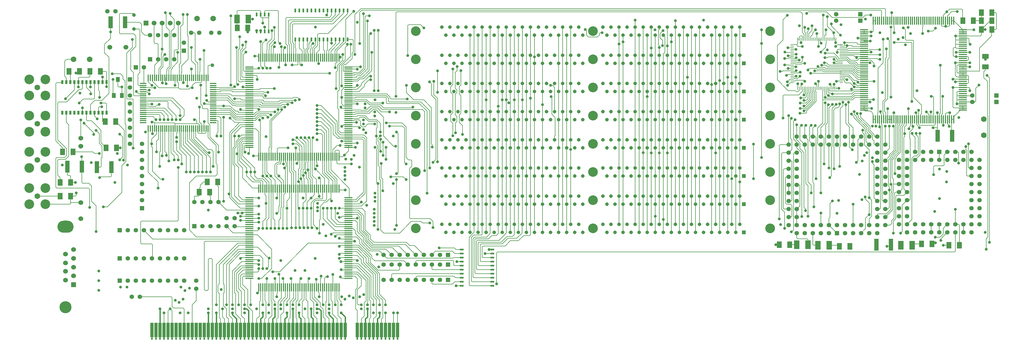
<source format=gtl>
G04 (created by PCBNEW-RS274X (2012-apr-16-27)-stable) date Втр 01 Янв 2013 22:44:24*
G01*
G70*
G90*
%MOIN*%
G04 Gerber Fmt 3.4, Leading zero omitted, Abs format*
%FSLAX34Y34*%
G04 APERTURE LIST*
%ADD10C,0.006000*%
%ADD11C,0.060000*%
%ADD12R,0.050000X0.020000*%
%ADD13R,0.040000X0.010000*%
%ADD14R,0.010000X0.040000*%
%ADD15R,0.020000X0.045000*%
%ADD16R,0.055000X0.150000*%
%ADD17R,0.070000X0.110000*%
%ADD18C,0.120000*%
%ADD19R,0.045000X0.045000*%
%ADD20C,0.045000*%
%ADD21R,0.055000X0.055000*%
%ADD22C,0.055000*%
%ADD23R,0.050000X0.060000*%
%ADD24C,0.070000*%
%ADD25O,0.200000X0.150000*%
%ADD26C,0.150000*%
%ADD27R,0.060000X0.060000*%
%ADD28R,0.060000X0.080000*%
%ADD29R,0.080000X0.060000*%
%ADD30R,0.020000X0.050000*%
%ADD31R,0.030000X0.050000*%
%ADD32R,0.013000X0.080000*%
%ADD33R,0.080000X0.013000*%
%ADD34R,0.015000X0.100000*%
%ADD35R,0.100000X0.015000*%
%ADD36R,0.040000X0.180000*%
%ADD37R,0.020000X0.030000*%
%ADD38C,0.035000*%
%ADD39C,0.015000*%
%ADD40C,0.012000*%
%ADD41C,0.008000*%
G04 APERTURE END LIST*
G54D10*
G54D11*
X28650Y-38550D03*
X28650Y-39550D03*
X28650Y-46550D03*
X28650Y-48550D03*
G54D12*
X79750Y-56900D03*
X79750Y-56400D03*
X79750Y-55900D03*
X79750Y-55400D03*
X79750Y-54900D03*
X79750Y-54400D03*
X79750Y-53900D03*
X79750Y-53400D03*
X79750Y-52900D03*
X79750Y-52400D03*
X75950Y-52400D03*
X75950Y-52900D03*
X75950Y-53400D03*
X75950Y-53900D03*
X75950Y-54400D03*
X75950Y-54900D03*
X75950Y-55400D03*
X75950Y-55900D03*
X75950Y-56400D03*
X75950Y-56900D03*
G54D13*
X123100Y-26940D03*
X123100Y-31660D03*
X123100Y-31460D03*
X123100Y-31270D03*
X123100Y-31070D03*
X123100Y-30870D03*
X123100Y-30680D03*
X123100Y-30480D03*
X123100Y-30280D03*
X123100Y-30090D03*
X123100Y-29890D03*
X123100Y-29690D03*
X123100Y-29490D03*
X123100Y-29300D03*
X123100Y-29100D03*
X123100Y-28900D03*
X123100Y-28710D03*
X123100Y-28510D03*
X123100Y-28310D03*
X123100Y-28120D03*
X123100Y-27920D03*
X123100Y-27720D03*
X123100Y-27530D03*
X123100Y-27330D03*
X123100Y-27130D03*
G54D14*
X122410Y-32350D03*
X117690Y-32350D03*
X117890Y-32350D03*
X118080Y-32350D03*
X118280Y-32350D03*
X118480Y-32350D03*
X118670Y-32350D03*
X118870Y-32350D03*
X119070Y-32350D03*
X119260Y-32350D03*
X119460Y-32350D03*
X119660Y-32350D03*
X119860Y-32350D03*
X120050Y-32350D03*
X120250Y-32350D03*
X120450Y-32350D03*
X120640Y-32350D03*
X120840Y-32350D03*
X121040Y-32350D03*
X121230Y-32350D03*
X121430Y-32350D03*
X121630Y-32350D03*
X121820Y-32350D03*
X122020Y-32350D03*
X122220Y-32350D03*
X122410Y-26250D03*
X122210Y-26250D03*
X122020Y-26250D03*
X121820Y-26250D03*
X121620Y-26250D03*
X121430Y-26250D03*
X121230Y-26250D03*
X121030Y-26250D03*
X120840Y-26250D03*
X120640Y-26250D03*
X120440Y-26250D03*
X120240Y-26250D03*
X120050Y-26250D03*
X119850Y-26250D03*
X119650Y-26250D03*
X119460Y-26250D03*
X119260Y-26250D03*
X119060Y-26250D03*
X118870Y-26250D03*
X118670Y-26250D03*
X118470Y-26250D03*
X118280Y-26250D03*
X118080Y-26250D03*
X117880Y-26250D03*
X117690Y-26250D03*
G54D13*
X117000Y-26940D03*
X117000Y-27140D03*
X117000Y-27330D03*
X117000Y-27530D03*
X117000Y-27730D03*
X117000Y-27920D03*
X117000Y-28120D03*
X117000Y-28320D03*
X117000Y-28510D03*
X117000Y-28710D03*
X117000Y-28910D03*
X117000Y-29110D03*
X117000Y-29300D03*
X117000Y-29500D03*
X117000Y-29700D03*
X117000Y-29890D03*
X117000Y-30090D03*
X117000Y-30290D03*
X117000Y-30480D03*
X117000Y-30680D03*
X117000Y-30880D03*
X117000Y-31070D03*
X117000Y-31270D03*
X117000Y-31470D03*
X117000Y-31660D03*
G54D15*
X50500Y-23200D03*
X50500Y-25300D03*
X51000Y-23200D03*
X51500Y-23200D03*
X52000Y-23200D03*
X51000Y-25300D03*
X51500Y-25300D03*
X52000Y-25300D03*
G54D16*
X129250Y-51800D03*
X127450Y-51800D03*
X30650Y-42150D03*
X32450Y-42150D03*
X135050Y-38250D03*
X136850Y-38250D03*
X27000Y-42100D03*
X28800Y-42100D03*
X34150Y-24150D03*
X32350Y-24150D03*
G54D17*
X48050Y-23750D03*
X49450Y-23750D03*
X130500Y-51850D03*
X131900Y-51850D03*
X120200Y-51850D03*
X121600Y-51850D03*
X118950Y-51800D03*
X117550Y-51800D03*
G54D18*
X92250Y-46250D03*
X70250Y-46250D03*
X114250Y-46250D03*
G54D19*
X111000Y-46750D03*
G54D20*
X110500Y-45750D03*
X110000Y-46750D03*
X109500Y-45750D03*
X109000Y-46750D03*
X108500Y-45750D03*
X108000Y-46750D03*
X107500Y-45750D03*
X107000Y-46750D03*
X106500Y-45750D03*
X106000Y-46750D03*
X105500Y-45750D03*
X105000Y-46750D03*
X104500Y-45750D03*
X104000Y-46750D03*
X103500Y-45750D03*
X103000Y-46750D03*
X102500Y-45750D03*
X102000Y-46750D03*
X101500Y-45750D03*
X101000Y-46750D03*
X100500Y-45750D03*
X100000Y-46750D03*
X99500Y-45750D03*
X99000Y-46750D03*
X98500Y-45750D03*
X98000Y-46750D03*
X97500Y-45750D03*
X97000Y-46750D03*
X96500Y-45750D03*
X96000Y-46750D03*
X95500Y-45750D03*
X95000Y-46750D03*
X94500Y-45750D03*
X94000Y-46750D03*
X93500Y-45750D03*
X91000Y-46750D03*
X90500Y-45750D03*
X90000Y-46750D03*
X89500Y-45750D03*
X89000Y-46750D03*
X88500Y-45750D03*
X88000Y-46750D03*
X87500Y-45750D03*
X87000Y-46750D03*
X86500Y-45750D03*
X86000Y-46750D03*
X85500Y-45750D03*
X85000Y-46750D03*
X84500Y-45750D03*
X84000Y-46750D03*
X83500Y-45750D03*
X83000Y-46750D03*
X82500Y-45750D03*
X82000Y-46750D03*
X81500Y-45750D03*
X81000Y-46750D03*
X80500Y-45750D03*
X80000Y-46750D03*
X79500Y-45750D03*
X79000Y-46750D03*
X78500Y-45750D03*
X78000Y-46750D03*
X77500Y-45750D03*
X77000Y-46750D03*
X76500Y-45750D03*
X76000Y-46750D03*
X75500Y-45750D03*
X75000Y-46750D03*
X74500Y-45750D03*
X74000Y-46750D03*
X73500Y-45750D03*
G54D18*
X92250Y-35750D03*
X70250Y-35750D03*
X114250Y-35750D03*
G54D19*
X111000Y-36250D03*
G54D20*
X110500Y-35250D03*
X110000Y-36250D03*
X109500Y-35250D03*
X109000Y-36250D03*
X108500Y-35250D03*
X108000Y-36250D03*
X107500Y-35250D03*
X107000Y-36250D03*
X106500Y-35250D03*
X106000Y-36250D03*
X105500Y-35250D03*
X105000Y-36250D03*
X104500Y-35250D03*
X104000Y-36250D03*
X103500Y-35250D03*
X103000Y-36250D03*
X102500Y-35250D03*
X102000Y-36250D03*
X101500Y-35250D03*
X101000Y-36250D03*
X100500Y-35250D03*
X100000Y-36250D03*
X99500Y-35250D03*
X99000Y-36250D03*
X98500Y-35250D03*
X98000Y-36250D03*
X97500Y-35250D03*
X97000Y-36250D03*
X96500Y-35250D03*
X96000Y-36250D03*
X95500Y-35250D03*
X95000Y-36250D03*
X94500Y-35250D03*
X94000Y-36250D03*
X93500Y-35250D03*
X91000Y-36250D03*
X90500Y-35250D03*
X90000Y-36250D03*
X89500Y-35250D03*
X89000Y-36250D03*
X88500Y-35250D03*
X88000Y-36250D03*
X87500Y-35250D03*
X87000Y-36250D03*
X86500Y-35250D03*
X86000Y-36250D03*
X85500Y-35250D03*
X85000Y-36250D03*
X84500Y-35250D03*
X84000Y-36250D03*
X83500Y-35250D03*
X83000Y-36250D03*
X82500Y-35250D03*
X82000Y-36250D03*
X81500Y-35250D03*
X81000Y-36250D03*
X80500Y-35250D03*
X80000Y-36250D03*
X79500Y-35250D03*
X79000Y-36250D03*
X78500Y-35250D03*
X78000Y-36250D03*
X77500Y-35250D03*
X77000Y-36250D03*
X76500Y-35250D03*
X76000Y-36250D03*
X75500Y-35250D03*
X75000Y-36250D03*
X74500Y-35250D03*
X74000Y-36250D03*
X73500Y-35250D03*
G54D18*
X92250Y-42750D03*
X70250Y-42750D03*
X114250Y-42750D03*
G54D19*
X111000Y-43250D03*
G54D20*
X110500Y-42250D03*
X110000Y-43250D03*
X109500Y-42250D03*
X109000Y-43250D03*
X108500Y-42250D03*
X108000Y-43250D03*
X107500Y-42250D03*
X107000Y-43250D03*
X106500Y-42250D03*
X106000Y-43250D03*
X105500Y-42250D03*
X105000Y-43250D03*
X104500Y-42250D03*
X104000Y-43250D03*
X103500Y-42250D03*
X103000Y-43250D03*
X102500Y-42250D03*
X102000Y-43250D03*
X101500Y-42250D03*
X101000Y-43250D03*
X100500Y-42250D03*
X100000Y-43250D03*
X99500Y-42250D03*
X99000Y-43250D03*
X98500Y-42250D03*
X98000Y-43250D03*
X97500Y-42250D03*
X97000Y-43250D03*
X96500Y-42250D03*
X96000Y-43250D03*
X95500Y-42250D03*
X95000Y-43250D03*
X94500Y-42250D03*
X94000Y-43250D03*
X93500Y-42250D03*
X91000Y-43250D03*
X90500Y-42250D03*
X90000Y-43250D03*
X89500Y-42250D03*
X89000Y-43250D03*
X88500Y-42250D03*
X88000Y-43250D03*
X87500Y-42250D03*
X87000Y-43250D03*
X86500Y-42250D03*
X86000Y-43250D03*
X85500Y-42250D03*
X85000Y-43250D03*
X84500Y-42250D03*
X84000Y-43250D03*
X83500Y-42250D03*
X83000Y-43250D03*
X82500Y-42250D03*
X82000Y-43250D03*
X81500Y-42250D03*
X81000Y-43250D03*
X80500Y-42250D03*
X80000Y-43250D03*
X79500Y-42250D03*
X79000Y-43250D03*
X78500Y-42250D03*
X78000Y-43250D03*
X77500Y-42250D03*
X77000Y-43250D03*
X76500Y-42250D03*
X76000Y-43250D03*
X75500Y-42250D03*
X75000Y-43250D03*
X74500Y-42250D03*
X74000Y-43250D03*
X73500Y-42250D03*
G54D18*
X92250Y-28750D03*
X70250Y-28750D03*
X114250Y-28750D03*
G54D19*
X111000Y-29250D03*
G54D20*
X110500Y-28250D03*
X110000Y-29250D03*
X109500Y-28250D03*
X109000Y-29250D03*
X108500Y-28250D03*
X108000Y-29250D03*
X107500Y-28250D03*
X107000Y-29250D03*
X106500Y-28250D03*
X106000Y-29250D03*
X105500Y-28250D03*
X105000Y-29250D03*
X104500Y-28250D03*
X104000Y-29250D03*
X103500Y-28250D03*
X103000Y-29250D03*
X102500Y-28250D03*
X102000Y-29250D03*
X101500Y-28250D03*
X101000Y-29250D03*
X100500Y-28250D03*
X100000Y-29250D03*
X99500Y-28250D03*
X99000Y-29250D03*
X98500Y-28250D03*
X98000Y-29250D03*
X97500Y-28250D03*
X97000Y-29250D03*
X96500Y-28250D03*
X96000Y-29250D03*
X95500Y-28250D03*
X95000Y-29250D03*
X94500Y-28250D03*
X94000Y-29250D03*
X93500Y-28250D03*
X91000Y-29250D03*
X90500Y-28250D03*
X90000Y-29250D03*
X89500Y-28250D03*
X89000Y-29250D03*
X88500Y-28250D03*
X88000Y-29250D03*
X87500Y-28250D03*
X87000Y-29250D03*
X86500Y-28250D03*
X86000Y-29250D03*
X85500Y-28250D03*
X85000Y-29250D03*
X84500Y-28250D03*
X84000Y-29250D03*
X83500Y-28250D03*
X83000Y-29250D03*
X82500Y-28250D03*
X82000Y-29250D03*
X81500Y-28250D03*
X81000Y-29250D03*
X80500Y-28250D03*
X80000Y-29250D03*
X79500Y-28250D03*
X79000Y-29250D03*
X78500Y-28250D03*
X78000Y-29250D03*
X77500Y-28250D03*
X77000Y-29250D03*
X76500Y-28250D03*
X76000Y-29250D03*
X75500Y-28250D03*
X75000Y-29250D03*
X74500Y-28250D03*
X74000Y-29250D03*
X73500Y-28250D03*
G54D18*
X92250Y-25250D03*
X70250Y-25250D03*
X114250Y-25250D03*
G54D19*
X111000Y-25750D03*
G54D20*
X110500Y-24750D03*
X110000Y-25750D03*
X109500Y-24750D03*
X109000Y-25750D03*
X108500Y-24750D03*
X108000Y-25750D03*
X107500Y-24750D03*
X107000Y-25750D03*
X106500Y-24750D03*
X106000Y-25750D03*
X105500Y-24750D03*
X105000Y-25750D03*
X104500Y-24750D03*
X104000Y-25750D03*
X103500Y-24750D03*
X103000Y-25750D03*
X102500Y-24750D03*
X102000Y-25750D03*
X101500Y-24750D03*
X101000Y-25750D03*
X100500Y-24750D03*
X100000Y-25750D03*
X99500Y-24750D03*
X99000Y-25750D03*
X98500Y-24750D03*
X98000Y-25750D03*
X97500Y-24750D03*
X97000Y-25750D03*
X96500Y-24750D03*
X96000Y-25750D03*
X95500Y-24750D03*
X95000Y-25750D03*
X94500Y-24750D03*
X94000Y-25750D03*
X93500Y-24750D03*
X91000Y-25750D03*
X90500Y-24750D03*
X90000Y-25750D03*
X89500Y-24750D03*
X89000Y-25750D03*
X88500Y-24750D03*
X88000Y-25750D03*
X87500Y-24750D03*
X87000Y-25750D03*
X86500Y-24750D03*
X86000Y-25750D03*
X85500Y-24750D03*
X85000Y-25750D03*
X84500Y-24750D03*
X84000Y-25750D03*
X83500Y-24750D03*
X83000Y-25750D03*
X82500Y-24750D03*
X82000Y-25750D03*
X81500Y-24750D03*
X81000Y-25750D03*
X80500Y-24750D03*
X80000Y-25750D03*
X79500Y-24750D03*
X79000Y-25750D03*
X78500Y-24750D03*
X78000Y-25750D03*
X77500Y-24750D03*
X77000Y-25750D03*
X76500Y-24750D03*
X76000Y-25750D03*
X75500Y-24750D03*
X75000Y-25750D03*
X74500Y-24750D03*
X74000Y-25750D03*
X73500Y-24750D03*
G54D18*
X92250Y-32250D03*
X70250Y-32250D03*
X114250Y-32250D03*
G54D19*
X111000Y-32750D03*
G54D20*
X110500Y-31750D03*
X110000Y-32750D03*
X109500Y-31750D03*
X109000Y-32750D03*
X108500Y-31750D03*
X108000Y-32750D03*
X107500Y-31750D03*
X107000Y-32750D03*
X106500Y-31750D03*
X106000Y-32750D03*
X105500Y-31750D03*
X105000Y-32750D03*
X104500Y-31750D03*
X104000Y-32750D03*
X103500Y-31750D03*
X103000Y-32750D03*
X102500Y-31750D03*
X102000Y-32750D03*
X101500Y-31750D03*
X101000Y-32750D03*
X100500Y-31750D03*
X100000Y-32750D03*
X99500Y-31750D03*
X99000Y-32750D03*
X98500Y-31750D03*
X98000Y-32750D03*
X97500Y-31750D03*
X97000Y-32750D03*
X96500Y-31750D03*
X96000Y-32750D03*
X95500Y-31750D03*
X95000Y-32750D03*
X94500Y-31750D03*
X94000Y-32750D03*
X93500Y-31750D03*
X91000Y-32750D03*
X90500Y-31750D03*
X90000Y-32750D03*
X89500Y-31750D03*
X89000Y-32750D03*
X88500Y-31750D03*
X88000Y-32750D03*
X87500Y-31750D03*
X87000Y-32750D03*
X86500Y-31750D03*
X86000Y-32750D03*
X85500Y-31750D03*
X85000Y-32750D03*
X84500Y-31750D03*
X84000Y-32750D03*
X83500Y-31750D03*
X83000Y-32750D03*
X82500Y-31750D03*
X82000Y-32750D03*
X81500Y-31750D03*
X81000Y-32750D03*
X80500Y-31750D03*
X80000Y-32750D03*
X79500Y-31750D03*
X79000Y-32750D03*
X78500Y-31750D03*
X78000Y-32750D03*
X77500Y-31750D03*
X77000Y-32750D03*
X76500Y-31750D03*
X76000Y-32750D03*
X75500Y-31750D03*
X75000Y-32750D03*
X74500Y-31750D03*
X74000Y-32750D03*
X73500Y-31750D03*
G54D18*
X92250Y-39250D03*
X70250Y-39250D03*
X114250Y-39250D03*
G54D19*
X111000Y-39750D03*
G54D20*
X110500Y-38750D03*
X110000Y-39750D03*
X109500Y-38750D03*
X109000Y-39750D03*
X108500Y-38750D03*
X108000Y-39750D03*
X107500Y-38750D03*
X107000Y-39750D03*
X106500Y-38750D03*
X106000Y-39750D03*
X105500Y-38750D03*
X105000Y-39750D03*
X104500Y-38750D03*
X104000Y-39750D03*
X103500Y-38750D03*
X103000Y-39750D03*
X102500Y-38750D03*
X102000Y-39750D03*
X101500Y-38750D03*
X101000Y-39750D03*
X100500Y-38750D03*
X100000Y-39750D03*
X99500Y-38750D03*
X99000Y-39750D03*
X98500Y-38750D03*
X98000Y-39750D03*
X97500Y-38750D03*
X97000Y-39750D03*
X96500Y-38750D03*
X96000Y-39750D03*
X95500Y-38750D03*
X95000Y-39750D03*
X94500Y-38750D03*
X94000Y-39750D03*
X93500Y-38750D03*
X91000Y-39750D03*
X90500Y-38750D03*
X90000Y-39750D03*
X89500Y-38750D03*
X89000Y-39750D03*
X88500Y-38750D03*
X88000Y-39750D03*
X87500Y-38750D03*
X87000Y-39750D03*
X86500Y-38750D03*
X86000Y-39750D03*
X85500Y-38750D03*
X85000Y-39750D03*
X84500Y-38750D03*
X84000Y-39750D03*
X83500Y-38750D03*
X83000Y-39750D03*
X82500Y-38750D03*
X82000Y-39750D03*
X81500Y-38750D03*
X81000Y-39750D03*
X80500Y-38750D03*
X80000Y-39750D03*
X79500Y-38750D03*
X79000Y-39750D03*
X78500Y-38750D03*
X78000Y-39750D03*
X77500Y-38750D03*
X77000Y-39750D03*
X76500Y-38750D03*
X76000Y-39750D03*
X75500Y-38750D03*
X75000Y-39750D03*
X74500Y-38750D03*
X74000Y-39750D03*
X73500Y-38750D03*
G54D18*
X92250Y-49750D03*
X70250Y-49750D03*
X114250Y-49750D03*
G54D19*
X111000Y-50250D03*
G54D20*
X110500Y-49250D03*
X110000Y-50250D03*
X109500Y-49250D03*
X109000Y-50250D03*
X108500Y-49250D03*
X108000Y-50250D03*
X107500Y-49250D03*
X107000Y-50250D03*
X106500Y-49250D03*
X106000Y-50250D03*
X105500Y-49250D03*
X105000Y-50250D03*
X104500Y-49250D03*
X104000Y-50250D03*
X103500Y-49250D03*
X103000Y-50250D03*
X102500Y-49250D03*
X102000Y-50250D03*
X101500Y-49250D03*
X101000Y-50250D03*
X100500Y-49250D03*
X100000Y-50250D03*
X99500Y-49250D03*
X99000Y-50250D03*
X98500Y-49250D03*
X98000Y-50250D03*
X97500Y-49250D03*
X97000Y-50250D03*
X96500Y-49250D03*
X96000Y-50250D03*
X95500Y-49250D03*
X95000Y-50250D03*
X94500Y-49250D03*
X94000Y-50250D03*
X93500Y-49250D03*
X91000Y-50250D03*
X90500Y-49250D03*
X90000Y-50250D03*
X89500Y-49250D03*
X89000Y-50250D03*
X88500Y-49250D03*
X88000Y-50250D03*
X87500Y-49250D03*
X87000Y-50250D03*
X86500Y-49250D03*
X86000Y-50250D03*
X85500Y-49250D03*
X85000Y-50250D03*
X84500Y-49250D03*
X84000Y-50250D03*
X83500Y-49250D03*
X83000Y-50250D03*
X82500Y-49250D03*
X82000Y-50250D03*
X81500Y-49250D03*
X81000Y-50250D03*
X80500Y-49250D03*
X80000Y-50250D03*
X79500Y-49250D03*
X79000Y-50250D03*
X78500Y-49250D03*
X78000Y-50250D03*
X77500Y-49250D03*
X77000Y-50250D03*
X76500Y-49250D03*
X76000Y-50250D03*
X75500Y-49250D03*
X75000Y-50250D03*
X74500Y-49250D03*
X74000Y-50250D03*
X73500Y-49250D03*
G54D21*
X41450Y-27700D03*
G54D22*
X41450Y-26700D03*
G54D23*
X32750Y-33250D03*
X33250Y-31250D03*
X33750Y-33250D03*
G54D21*
X122550Y-50350D03*
G54D22*
X122550Y-49350D03*
X123550Y-50350D03*
X123550Y-49350D03*
X124550Y-50350D03*
X124550Y-49350D03*
X125550Y-50350D03*
X125550Y-49350D03*
X126550Y-50350D03*
X126550Y-49350D03*
X127550Y-50350D03*
X128550Y-49350D03*
X127550Y-49350D03*
X128550Y-48350D03*
X127550Y-48350D03*
X128550Y-47350D03*
X127550Y-47350D03*
X128550Y-46350D03*
X127550Y-46350D03*
X128550Y-45350D03*
X127550Y-45350D03*
X128550Y-44350D03*
X127550Y-44350D03*
X128550Y-43350D03*
X127550Y-43350D03*
X128550Y-42350D03*
X127550Y-42350D03*
X128550Y-41350D03*
X127550Y-41350D03*
X128550Y-40350D03*
X127550Y-40350D03*
X128550Y-39350D03*
X127550Y-38350D03*
X127550Y-39350D03*
X126550Y-38350D03*
X126550Y-39350D03*
X125550Y-38350D03*
X125550Y-39350D03*
X124550Y-38350D03*
X124550Y-39350D03*
X123550Y-38350D03*
X123550Y-39350D03*
X122550Y-38350D03*
X122550Y-39350D03*
X121550Y-38350D03*
X121550Y-39350D03*
X120550Y-38350D03*
X120550Y-39350D03*
X119550Y-38350D03*
X119550Y-39350D03*
X118550Y-38350D03*
X118550Y-39350D03*
X117550Y-38350D03*
X116550Y-39350D03*
X117550Y-39350D03*
X116550Y-40350D03*
X117550Y-40350D03*
X116550Y-41350D03*
X117550Y-41350D03*
X116550Y-42350D03*
X117550Y-42350D03*
X116550Y-43350D03*
X117550Y-43350D03*
X116550Y-44350D03*
X117550Y-44350D03*
X116550Y-45350D03*
X117550Y-45350D03*
X116550Y-46350D03*
X117550Y-46350D03*
X116550Y-47350D03*
X117550Y-47350D03*
X116550Y-48350D03*
X117550Y-48350D03*
X116550Y-49350D03*
X117550Y-50350D03*
X117550Y-49350D03*
X118550Y-50350D03*
X118550Y-49350D03*
X119550Y-50350D03*
X119550Y-49350D03*
X120550Y-50350D03*
X120550Y-49350D03*
X121550Y-50350D03*
X121550Y-49350D03*
G54D21*
X135250Y-40250D03*
G54D22*
X135250Y-41250D03*
X134250Y-40250D03*
X134250Y-41250D03*
X133250Y-40250D03*
X133250Y-41250D03*
X132250Y-40250D03*
X132250Y-41250D03*
X131250Y-40250D03*
X130250Y-41250D03*
X131250Y-41250D03*
X130250Y-42250D03*
X131250Y-42250D03*
X130250Y-43250D03*
X131250Y-43250D03*
X130250Y-44250D03*
X131250Y-44250D03*
X130250Y-45250D03*
X131250Y-45250D03*
X130250Y-46250D03*
X131250Y-46250D03*
X130250Y-47250D03*
X131250Y-47250D03*
X130250Y-48250D03*
X131250Y-48250D03*
X130250Y-49250D03*
X131250Y-50250D03*
X131250Y-49250D03*
X132250Y-50250D03*
X132250Y-49250D03*
X133250Y-50250D03*
X133250Y-49250D03*
X134250Y-50250D03*
X134250Y-49250D03*
X135250Y-50250D03*
X135250Y-49250D03*
X136250Y-50250D03*
X136250Y-49250D03*
X137250Y-50250D03*
X137250Y-49250D03*
X138250Y-50250D03*
X138250Y-49250D03*
X139250Y-50250D03*
X140250Y-49250D03*
X139250Y-49250D03*
X140250Y-48250D03*
X139250Y-48250D03*
X140250Y-47250D03*
X139250Y-47250D03*
X140250Y-46250D03*
X139250Y-46250D03*
X140250Y-45250D03*
X139250Y-45250D03*
X140250Y-44250D03*
X139250Y-44250D03*
X140250Y-43250D03*
X139250Y-43250D03*
X140250Y-42250D03*
X139250Y-42250D03*
X140250Y-41250D03*
X139250Y-40250D03*
X139250Y-41250D03*
X138250Y-40250D03*
X138250Y-41250D03*
X137250Y-40250D03*
X137250Y-41250D03*
X136250Y-40250D03*
X136250Y-41250D03*
G54D24*
X140800Y-36200D03*
X140800Y-38200D03*
X29750Y-28750D03*
X27750Y-28750D03*
G54D25*
X26750Y-49550D03*
G54D26*
X26750Y-59550D03*
G54D27*
X27750Y-56750D03*
G54D11*
X27750Y-55650D03*
X27750Y-54600D03*
X27750Y-53500D03*
X27750Y-52400D03*
X26750Y-56200D03*
X26750Y-55100D03*
X26750Y-54050D03*
X26750Y-52950D03*
G54D21*
X142350Y-33250D03*
G54D22*
X139350Y-33250D03*
G54D21*
X125450Y-23150D03*
G54D22*
X122450Y-23150D03*
G54D21*
X125450Y-23950D03*
G54D22*
X122450Y-23950D03*
G54D21*
X142350Y-34050D03*
G54D22*
X139350Y-34050D03*
G54D11*
X32250Y-27250D03*
X34250Y-27250D03*
G54D21*
X37250Y-28750D03*
G54D22*
X38250Y-28750D03*
X39250Y-28750D03*
X40250Y-28750D03*
X40250Y-25750D03*
X39250Y-25750D03*
X38250Y-25750D03*
X37250Y-25750D03*
G54D21*
X34750Y-31250D03*
G54D22*
X34750Y-32250D03*
X34750Y-33250D03*
X34750Y-34250D03*
X34750Y-35250D03*
X34750Y-36250D03*
X34750Y-37250D03*
X34750Y-38250D03*
X34750Y-39250D03*
G54D21*
X33500Y-50000D03*
G54D22*
X34500Y-50000D03*
X35500Y-50000D03*
X36500Y-50000D03*
X37500Y-50000D03*
X38500Y-50000D03*
X39500Y-50000D03*
X40500Y-50000D03*
X41500Y-50000D03*
G54D21*
X74250Y-53050D03*
G54D22*
X73250Y-53050D03*
X72250Y-53050D03*
X71250Y-53050D03*
X70250Y-53050D03*
X69250Y-53050D03*
X68250Y-53050D03*
X67250Y-53050D03*
X66250Y-53050D03*
G54D21*
X74250Y-54250D03*
G54D22*
X73250Y-54250D03*
X72250Y-54250D03*
X71250Y-54250D03*
X70250Y-54250D03*
X69250Y-54250D03*
X68250Y-54250D03*
X67250Y-54250D03*
X66250Y-54250D03*
G54D21*
X74250Y-56150D03*
G54D22*
X73250Y-56150D03*
X72250Y-56150D03*
X71250Y-56150D03*
X70250Y-56150D03*
X69250Y-56150D03*
X68250Y-56150D03*
X67250Y-56150D03*
X66250Y-56150D03*
G54D21*
X35500Y-29750D03*
G54D22*
X36500Y-29750D03*
X42350Y-25450D03*
X43350Y-25450D03*
X43000Y-56250D03*
X43000Y-57250D03*
X45850Y-25450D03*
X44850Y-25450D03*
X35000Y-58250D03*
X36000Y-58250D03*
X47750Y-48500D03*
X47750Y-49500D03*
X46750Y-48500D03*
X46750Y-49500D03*
G54D21*
X42750Y-49500D03*
G54D22*
X43750Y-49500D03*
X44750Y-49500D03*
X45750Y-49500D03*
X45750Y-46500D03*
X44750Y-46500D03*
X43750Y-46500D03*
X42750Y-46500D03*
G54D28*
X31700Y-36500D03*
X33000Y-36500D03*
X31800Y-39750D03*
X33100Y-39750D03*
X27700Y-40250D03*
X26400Y-40250D03*
X124150Y-52000D03*
X122850Y-52000D03*
X140500Y-22950D03*
X141800Y-22950D03*
G54D29*
X141000Y-28400D03*
X141000Y-29700D03*
G54D28*
X134350Y-51700D03*
X133050Y-51700D03*
X48100Y-24850D03*
X49400Y-24850D03*
X26100Y-44050D03*
X27400Y-44050D03*
X137750Y-51850D03*
X136450Y-51850D03*
X28500Y-30250D03*
X27200Y-30250D03*
X29800Y-30250D03*
X31100Y-30250D03*
X141800Y-25050D03*
X140500Y-25050D03*
X115400Y-51800D03*
X116700Y-51800D03*
X139500Y-23950D03*
X138200Y-23950D03*
X26100Y-45750D03*
X27400Y-45750D03*
G54D24*
X45100Y-23700D03*
X43100Y-23700D03*
G54D20*
X35250Y-25000D03*
X35250Y-23250D03*
X45000Y-29500D03*
G54D30*
X55300Y-26300D03*
X55800Y-26300D03*
X56300Y-26300D03*
X56800Y-26300D03*
X57300Y-26300D03*
X57800Y-26300D03*
X58300Y-26300D03*
X58800Y-26300D03*
X59300Y-26300D03*
X59800Y-26300D03*
X60300Y-26300D03*
X60800Y-26300D03*
X61300Y-26300D03*
X61800Y-26300D03*
X61800Y-22700D03*
X61300Y-22700D03*
X60800Y-22700D03*
X60300Y-22700D03*
X59800Y-22700D03*
X59300Y-22700D03*
X58800Y-22700D03*
X58300Y-22700D03*
X57800Y-22700D03*
X57300Y-22700D03*
X56800Y-22700D03*
X56300Y-22700D03*
X55800Y-22700D03*
X55300Y-22700D03*
G54D31*
X26350Y-35400D03*
X26850Y-35400D03*
X27350Y-35400D03*
X27850Y-35400D03*
X28350Y-35400D03*
X28850Y-35400D03*
X29350Y-35400D03*
X29850Y-35400D03*
X30350Y-35400D03*
X30850Y-35400D03*
X31350Y-35400D03*
X31850Y-35400D03*
X26350Y-31600D03*
X26850Y-31600D03*
X27350Y-31600D03*
X27850Y-31600D03*
X28350Y-31600D03*
X28850Y-31600D03*
X29350Y-31600D03*
X29850Y-31600D03*
X30350Y-31600D03*
X30850Y-31600D03*
X31350Y-31600D03*
X31850Y-31600D03*
G54D32*
X40880Y-31050D03*
X41140Y-31050D03*
X41390Y-31050D03*
X41650Y-31050D03*
X41900Y-31050D03*
X42160Y-31050D03*
X42420Y-31050D03*
X42670Y-31050D03*
X42930Y-31050D03*
X43180Y-31050D03*
X43440Y-31050D03*
X43690Y-31050D03*
X43950Y-31050D03*
X44210Y-31050D03*
X44460Y-31050D03*
X40880Y-37350D03*
X41140Y-37350D03*
X41390Y-37350D03*
X41650Y-37350D03*
X41900Y-37350D03*
X42160Y-37350D03*
X42420Y-37350D03*
X42670Y-37350D03*
X42930Y-37350D03*
X43180Y-37350D03*
X43440Y-37350D03*
X43690Y-37350D03*
X43950Y-37350D03*
X44210Y-37350D03*
X44460Y-37350D03*
X40620Y-31050D03*
X40370Y-31050D03*
X40110Y-31050D03*
X39860Y-31050D03*
X39600Y-31050D03*
X39340Y-31050D03*
X39090Y-31050D03*
X38830Y-31050D03*
X38580Y-31050D03*
X38320Y-31050D03*
X38060Y-31050D03*
X37810Y-31050D03*
X37550Y-31050D03*
X37300Y-31050D03*
X37040Y-31050D03*
X40620Y-37350D03*
X40370Y-37350D03*
X40110Y-37350D03*
X39860Y-37350D03*
X39600Y-37350D03*
X39340Y-37350D03*
X39090Y-37350D03*
X38830Y-37350D03*
X38580Y-37350D03*
X38320Y-37350D03*
X38060Y-37350D03*
X37810Y-37350D03*
X37550Y-37350D03*
X37300Y-37350D03*
X37040Y-37350D03*
G54D33*
X36400Y-36630D03*
X36400Y-36380D03*
X36400Y-36120D03*
X36400Y-35860D03*
X36400Y-35610D03*
X36400Y-35350D03*
X36400Y-35100D03*
X36400Y-34840D03*
X36400Y-34580D03*
X36400Y-34330D03*
X45100Y-36630D03*
X45100Y-36380D03*
X45100Y-36120D03*
X45100Y-35860D03*
X45100Y-35610D03*
X45100Y-35350D03*
X45100Y-35100D03*
X45100Y-34840D03*
X45100Y-34580D03*
X45100Y-34330D03*
X36400Y-34070D03*
X36400Y-33820D03*
X36400Y-33560D03*
X36400Y-33300D03*
X36400Y-33050D03*
X36400Y-32790D03*
X36400Y-32540D03*
X36400Y-32280D03*
X36400Y-32020D03*
X36400Y-31770D03*
X45100Y-31770D03*
X45100Y-32020D03*
X45100Y-32280D03*
X45100Y-32540D03*
X45100Y-32790D03*
X45100Y-33050D03*
X45100Y-33300D03*
X45100Y-33560D03*
X45100Y-33820D03*
X45100Y-34070D03*
G54D34*
X50750Y-40850D03*
X51000Y-40850D03*
X51260Y-40850D03*
X51510Y-40850D03*
X51770Y-40850D03*
X52030Y-40850D03*
X52280Y-40850D03*
X52540Y-40850D03*
X52790Y-40850D03*
X53050Y-40850D03*
X53310Y-40850D03*
X53560Y-40850D03*
X53820Y-40850D03*
X54070Y-40850D03*
X54330Y-40850D03*
X54590Y-40850D03*
X54840Y-40850D03*
X55100Y-40850D03*
X55350Y-40850D03*
X55610Y-40850D03*
X55870Y-40850D03*
X56120Y-40850D03*
X56380Y-40850D03*
X56630Y-40850D03*
X56890Y-40850D03*
X57150Y-40850D03*
X57400Y-40850D03*
X57660Y-40850D03*
X57910Y-40850D03*
X58170Y-40850D03*
X58430Y-40850D03*
X58680Y-40850D03*
X58940Y-40850D03*
X59190Y-40850D03*
X59450Y-40850D03*
X59710Y-40850D03*
X59960Y-40850D03*
X60220Y-40850D03*
X60470Y-40850D03*
X60730Y-40850D03*
G54D35*
X61880Y-39700D03*
X61880Y-39450D03*
X61880Y-39190D03*
X61880Y-38940D03*
X61880Y-38680D03*
X61880Y-38420D03*
X61880Y-38170D03*
X61880Y-37910D03*
X61880Y-37660D03*
X61880Y-37400D03*
X61880Y-37140D03*
X61880Y-36890D03*
X61880Y-36630D03*
X61880Y-36380D03*
X61880Y-36120D03*
X61880Y-35860D03*
X61880Y-35610D03*
X61880Y-35350D03*
X61880Y-35100D03*
X61880Y-34840D03*
X61880Y-34580D03*
X61880Y-34330D03*
X61880Y-34070D03*
X61880Y-33820D03*
X61880Y-33560D03*
X61880Y-33300D03*
X61880Y-33050D03*
X61880Y-32790D03*
X61880Y-32540D03*
X61880Y-32280D03*
X61880Y-32020D03*
X61880Y-31770D03*
X61880Y-31510D03*
X61880Y-31260D03*
X61880Y-31000D03*
X61880Y-30740D03*
X61880Y-30490D03*
X61880Y-30230D03*
X61880Y-29980D03*
X61880Y-29720D03*
X49600Y-29720D03*
X49600Y-29980D03*
X49600Y-30230D03*
X49600Y-30490D03*
X49600Y-30740D03*
X49600Y-31000D03*
X49600Y-31260D03*
X49600Y-31510D03*
X49600Y-31770D03*
X49600Y-32020D03*
X49600Y-32280D03*
X49600Y-32540D03*
X49600Y-32790D03*
X49600Y-33050D03*
X49600Y-33300D03*
X49600Y-33560D03*
X49600Y-33820D03*
X49600Y-34070D03*
X49600Y-34330D03*
X49600Y-34580D03*
X49600Y-34840D03*
X49600Y-35100D03*
X49600Y-35350D03*
X49600Y-35610D03*
X49600Y-35860D03*
X49600Y-36120D03*
X49600Y-36380D03*
X49600Y-36630D03*
X49600Y-36890D03*
X49600Y-37140D03*
X49600Y-37400D03*
X49600Y-37660D03*
X49600Y-37910D03*
X49600Y-38170D03*
X49600Y-38420D03*
X49600Y-38680D03*
X49600Y-38940D03*
X49600Y-39190D03*
X49600Y-39450D03*
X49600Y-39700D03*
G54D34*
X60730Y-28570D03*
X60470Y-28570D03*
X60220Y-28570D03*
X59960Y-28570D03*
X59710Y-28570D03*
X59450Y-28570D03*
X59190Y-28570D03*
X58940Y-28570D03*
X58680Y-28570D03*
X58430Y-28570D03*
X58170Y-28570D03*
X57910Y-28570D03*
X57660Y-28570D03*
X57400Y-28570D03*
X57150Y-28570D03*
X56890Y-28570D03*
X56630Y-28570D03*
X56380Y-28570D03*
X56120Y-28570D03*
X55870Y-28570D03*
X55610Y-28570D03*
X55350Y-28570D03*
X55100Y-28570D03*
X54840Y-28570D03*
X54590Y-28570D03*
X54330Y-28570D03*
X54070Y-28570D03*
X53820Y-28570D03*
X53560Y-28570D03*
X53310Y-28570D03*
X53050Y-28570D03*
X52790Y-28570D03*
X52540Y-28570D03*
X52280Y-28570D03*
X52030Y-28570D03*
X51770Y-28570D03*
X51510Y-28570D03*
X51260Y-28570D03*
X51000Y-28570D03*
X50750Y-28570D03*
X50750Y-57100D03*
X51000Y-57100D03*
X51260Y-57100D03*
X51510Y-57100D03*
X51770Y-57100D03*
X52030Y-57100D03*
X52280Y-57100D03*
X52540Y-57100D03*
X52790Y-57100D03*
X53050Y-57100D03*
X53310Y-57100D03*
X53560Y-57100D03*
X53820Y-57100D03*
X54070Y-57100D03*
X54330Y-57100D03*
X54590Y-57100D03*
X54840Y-57100D03*
X55100Y-57100D03*
X55350Y-57100D03*
X55610Y-57100D03*
X55870Y-57100D03*
X56120Y-57100D03*
X56380Y-57100D03*
X56630Y-57100D03*
X56890Y-57100D03*
X57150Y-57100D03*
X57400Y-57100D03*
X57660Y-57100D03*
X57910Y-57100D03*
X58170Y-57100D03*
X58430Y-57100D03*
X58680Y-57100D03*
X58940Y-57100D03*
X59190Y-57100D03*
X59450Y-57100D03*
X59710Y-57100D03*
X59960Y-57100D03*
X60220Y-57100D03*
X60470Y-57100D03*
X60730Y-57100D03*
G54D35*
X61880Y-55950D03*
X61880Y-55700D03*
X61880Y-55440D03*
X61880Y-55190D03*
X61880Y-54930D03*
X61880Y-54670D03*
X61880Y-54420D03*
X61880Y-54160D03*
X61880Y-53910D03*
X61880Y-53650D03*
X61880Y-53390D03*
X61880Y-53140D03*
X61880Y-52880D03*
X61880Y-52630D03*
X61880Y-52370D03*
X61880Y-52110D03*
X61880Y-51860D03*
X61880Y-51600D03*
X61880Y-51350D03*
X61880Y-51090D03*
X61880Y-50830D03*
X61880Y-50580D03*
X61880Y-50320D03*
X61880Y-50070D03*
X61880Y-49810D03*
X61880Y-49550D03*
X61880Y-49300D03*
X61880Y-49040D03*
X61880Y-48790D03*
X61880Y-48530D03*
X61880Y-48270D03*
X61880Y-48020D03*
X61880Y-47760D03*
X61880Y-47510D03*
X61880Y-47250D03*
X61880Y-46990D03*
X61880Y-46740D03*
X61880Y-46480D03*
X61880Y-46230D03*
X61880Y-45970D03*
X49600Y-45970D03*
X49600Y-46230D03*
X49600Y-46480D03*
X49600Y-46740D03*
X49600Y-46990D03*
X49600Y-47250D03*
X49600Y-47510D03*
X49600Y-47760D03*
X49600Y-48020D03*
X49600Y-48270D03*
X49600Y-48530D03*
X49600Y-48790D03*
X49600Y-49040D03*
X49600Y-49300D03*
X49600Y-49550D03*
X49600Y-49810D03*
X49600Y-50070D03*
X49600Y-50320D03*
X49600Y-50580D03*
X49600Y-50830D03*
X49600Y-51090D03*
X49600Y-51350D03*
X49600Y-51600D03*
X49600Y-51860D03*
X49600Y-52110D03*
X49600Y-52370D03*
X49600Y-52630D03*
X49600Y-52880D03*
X49600Y-53140D03*
X49600Y-53390D03*
X49600Y-53650D03*
X49600Y-53910D03*
X49600Y-54160D03*
X49600Y-54420D03*
X49600Y-54670D03*
X49600Y-54930D03*
X49600Y-55190D03*
X49600Y-55440D03*
X49600Y-55700D03*
X49600Y-55950D03*
G54D34*
X60730Y-44820D03*
X60470Y-44820D03*
X60220Y-44820D03*
X59960Y-44820D03*
X59710Y-44820D03*
X59450Y-44820D03*
X59190Y-44820D03*
X58940Y-44820D03*
X58680Y-44820D03*
X58430Y-44820D03*
X58170Y-44820D03*
X57910Y-44820D03*
X57660Y-44820D03*
X57400Y-44820D03*
X57150Y-44820D03*
X56890Y-44820D03*
X56630Y-44820D03*
X56380Y-44820D03*
X56120Y-44820D03*
X55870Y-44820D03*
X55610Y-44820D03*
X55350Y-44820D03*
X55100Y-44820D03*
X54840Y-44820D03*
X54590Y-44820D03*
X54330Y-44820D03*
X54070Y-44820D03*
X53820Y-44820D03*
X53560Y-44820D03*
X53310Y-44820D03*
X53050Y-44820D03*
X52790Y-44820D03*
X52540Y-44820D03*
X52280Y-44820D03*
X52030Y-44820D03*
X51770Y-44820D03*
X51510Y-44820D03*
X51260Y-44820D03*
X51000Y-44820D03*
X50750Y-44820D03*
X137050Y-23950D03*
X136800Y-23950D03*
X136540Y-23950D03*
X136290Y-23950D03*
X136030Y-23950D03*
X135770Y-23950D03*
X135520Y-23950D03*
X135260Y-23950D03*
X135010Y-23950D03*
X134750Y-23950D03*
X134490Y-23950D03*
X134240Y-23950D03*
X133980Y-23950D03*
X133730Y-23950D03*
X133470Y-23950D03*
X133210Y-23950D03*
X132960Y-23950D03*
X132700Y-23950D03*
X132450Y-23950D03*
X132190Y-23950D03*
X131930Y-23950D03*
X131680Y-23950D03*
X131420Y-23950D03*
X131170Y-23950D03*
X130910Y-23950D03*
X130650Y-23950D03*
X130400Y-23950D03*
X130140Y-23950D03*
X129890Y-23950D03*
X129630Y-23950D03*
X129370Y-23950D03*
X129120Y-23950D03*
X128860Y-23950D03*
X128610Y-23950D03*
X128350Y-23950D03*
X128090Y-23950D03*
X127840Y-23950D03*
X127580Y-23950D03*
X127330Y-23950D03*
X127070Y-23950D03*
G54D35*
X125920Y-25100D03*
X125920Y-25350D03*
X125920Y-25610D03*
X125920Y-25860D03*
X125920Y-26120D03*
X125920Y-26380D03*
X125920Y-26630D03*
X125920Y-26890D03*
X125920Y-27140D03*
X125920Y-27400D03*
X125920Y-27660D03*
X125920Y-27910D03*
X125920Y-28170D03*
X125920Y-28420D03*
X125920Y-28680D03*
X125920Y-28940D03*
X125920Y-29190D03*
X125920Y-29450D03*
X125920Y-29700D03*
X125920Y-29960D03*
X125920Y-30220D03*
X125920Y-30470D03*
X125920Y-30730D03*
X125920Y-30980D03*
X125920Y-31240D03*
X125920Y-31500D03*
X125920Y-31750D03*
X125920Y-32010D03*
X125920Y-32260D03*
X125920Y-32520D03*
X125920Y-32780D03*
X125920Y-33030D03*
X125920Y-33290D03*
X125920Y-33540D03*
X125920Y-33800D03*
X125920Y-34060D03*
X125920Y-34310D03*
X125920Y-34570D03*
X125920Y-34820D03*
X125920Y-35080D03*
X138200Y-35080D03*
X138200Y-34820D03*
X138200Y-34570D03*
X138200Y-34310D03*
X138200Y-34060D03*
X138200Y-33800D03*
X138200Y-33540D03*
X138200Y-33290D03*
X138200Y-33030D03*
X138200Y-32780D03*
X138200Y-32520D03*
X138200Y-32260D03*
X138200Y-32010D03*
X138200Y-31750D03*
X138200Y-31500D03*
X138200Y-31240D03*
X138200Y-30980D03*
X138200Y-30730D03*
X138200Y-30470D03*
X138200Y-30220D03*
X138200Y-29960D03*
X138200Y-29700D03*
X138200Y-29450D03*
X138200Y-29190D03*
X138200Y-28940D03*
X138200Y-28680D03*
X138200Y-28420D03*
X138200Y-28170D03*
X138200Y-27910D03*
X138200Y-27660D03*
X138200Y-27400D03*
X138200Y-27140D03*
X138200Y-26890D03*
X138200Y-26630D03*
X138200Y-26380D03*
X138200Y-26120D03*
X138200Y-25860D03*
X138200Y-25610D03*
X138200Y-25350D03*
X138200Y-25100D03*
G54D34*
X127070Y-36230D03*
X127330Y-36230D03*
X127580Y-36230D03*
X127840Y-36230D03*
X128090Y-36230D03*
X128350Y-36230D03*
X128610Y-36230D03*
X128860Y-36230D03*
X129120Y-36230D03*
X129370Y-36230D03*
X129630Y-36230D03*
X129890Y-36230D03*
X130140Y-36230D03*
X130400Y-36230D03*
X130650Y-36230D03*
X130910Y-36230D03*
X131170Y-36230D03*
X131420Y-36230D03*
X131680Y-36230D03*
X131930Y-36230D03*
X132190Y-36230D03*
X132450Y-36230D03*
X132700Y-36230D03*
X132960Y-36230D03*
X133210Y-36230D03*
X133470Y-36230D03*
X133730Y-36230D03*
X133980Y-36230D03*
X134240Y-36230D03*
X134490Y-36230D03*
X134750Y-36230D03*
X135010Y-36230D03*
X135260Y-36230D03*
X135520Y-36230D03*
X135770Y-36230D03*
X136030Y-36230D03*
X136290Y-36230D03*
X136540Y-36230D03*
X136800Y-36230D03*
X137050Y-36230D03*
G54D21*
X36250Y-47250D03*
G54D22*
X36250Y-46250D03*
X36250Y-45250D03*
X36250Y-44250D03*
X36250Y-43250D03*
X36250Y-42250D03*
X36250Y-41250D03*
X36250Y-40250D03*
X36250Y-39250D03*
G54D21*
X33500Y-53500D03*
G54D22*
X34500Y-53500D03*
X35500Y-53500D03*
X36500Y-53500D03*
X37500Y-53500D03*
X38500Y-53500D03*
X39500Y-53500D03*
X40500Y-53500D03*
X41500Y-53500D03*
G54D21*
X33500Y-56250D03*
G54D22*
X34500Y-56250D03*
X35500Y-56250D03*
X36500Y-56250D03*
X37500Y-56250D03*
X38500Y-56250D03*
X39500Y-56250D03*
X40500Y-56250D03*
X41500Y-56250D03*
G54D24*
X23250Y-32250D03*
G54D18*
X24250Y-33250D03*
X22250Y-33250D03*
X22250Y-31250D03*
X24250Y-31250D03*
G54D24*
X23250Y-36750D03*
G54D18*
X24250Y-37750D03*
X22250Y-37750D03*
X22250Y-35750D03*
X24250Y-35750D03*
G54D24*
X23250Y-45750D03*
G54D18*
X24250Y-46750D03*
X22250Y-46750D03*
X22250Y-44750D03*
X24250Y-44750D03*
G54D24*
X23250Y-41250D03*
G54D18*
X24250Y-42250D03*
X22250Y-42250D03*
X22250Y-40250D03*
X24250Y-40250D03*
G54D28*
X140500Y-23950D03*
X141800Y-23950D03*
X43350Y-45250D03*
X44650Y-45250D03*
X44350Y-44000D03*
X45650Y-44000D03*
G54D27*
X36750Y-24250D03*
G54D11*
X37750Y-24250D03*
X38750Y-24250D03*
X39750Y-24250D03*
X40750Y-24250D03*
G54D22*
X31950Y-22800D03*
X32950Y-22800D03*
G54D36*
X37500Y-62400D03*
X38000Y-62400D03*
X38500Y-62400D03*
X39000Y-62400D03*
X39500Y-62400D03*
X40000Y-62400D03*
X40500Y-62400D03*
X41000Y-62400D03*
X41500Y-62400D03*
X42000Y-62400D03*
X42500Y-62400D03*
X43000Y-62400D03*
X43500Y-62400D03*
X44000Y-62400D03*
X44500Y-62400D03*
X45000Y-62400D03*
X45500Y-62400D03*
X46000Y-62400D03*
X46500Y-62400D03*
X47000Y-62400D03*
X47500Y-62400D03*
X48000Y-62400D03*
X48500Y-62400D03*
X49000Y-62400D03*
X49500Y-62400D03*
X50000Y-62400D03*
X50500Y-62400D03*
X51000Y-62400D03*
X51500Y-62400D03*
X52000Y-62400D03*
X52500Y-62400D03*
X53000Y-62400D03*
X53500Y-62400D03*
X54000Y-62400D03*
X54500Y-62400D03*
X55000Y-62400D03*
X55500Y-62400D03*
X56000Y-62400D03*
X56500Y-62400D03*
X57000Y-62400D03*
X57500Y-62400D03*
X58000Y-62400D03*
X58500Y-62400D03*
X59000Y-62400D03*
X59500Y-62400D03*
X60000Y-62400D03*
X60500Y-62400D03*
X61000Y-62400D03*
X61500Y-62400D03*
X63000Y-62400D03*
X63500Y-62400D03*
X64000Y-62400D03*
X64500Y-62400D03*
X65000Y-62400D03*
X65500Y-62400D03*
X66000Y-62400D03*
X66500Y-62400D03*
X67000Y-62400D03*
X67500Y-62400D03*
X68000Y-62400D03*
G54D37*
X38000Y-63450D03*
X38500Y-63450D03*
X39000Y-63450D03*
X39500Y-63450D03*
X40000Y-63450D03*
X40500Y-63450D03*
X41000Y-63450D03*
X41500Y-63450D03*
X42000Y-63450D03*
X42500Y-63450D03*
X43000Y-63450D03*
X43500Y-63450D03*
X44000Y-63450D03*
X44500Y-63450D03*
X45000Y-63450D03*
X45500Y-63450D03*
X46000Y-63450D03*
X46500Y-63450D03*
X47000Y-63450D03*
X47500Y-63450D03*
X48000Y-63450D03*
X48500Y-63450D03*
X49000Y-63450D03*
X49500Y-63450D03*
X50000Y-63450D03*
X50500Y-63450D03*
X51000Y-63450D03*
X51500Y-63450D03*
X52000Y-63450D03*
X52500Y-63450D03*
X53000Y-63450D03*
X53500Y-63450D03*
X54000Y-63450D03*
X54500Y-63450D03*
X55000Y-63450D03*
X55500Y-63450D03*
X56000Y-63450D03*
X56500Y-63450D03*
X57000Y-63450D03*
X57500Y-63450D03*
X58000Y-63450D03*
X58500Y-63450D03*
X59000Y-63450D03*
X59500Y-63450D03*
X60000Y-63450D03*
X60500Y-63450D03*
X61000Y-63450D03*
X61500Y-63450D03*
X63000Y-63450D03*
X63500Y-63450D03*
X64000Y-63450D03*
X64500Y-63450D03*
X65000Y-63450D03*
X65500Y-63450D03*
X66000Y-63450D03*
X66500Y-63450D03*
X67000Y-63450D03*
X67500Y-63450D03*
X68000Y-63450D03*
X37500Y-63450D03*
G54D38*
X56500Y-59750D03*
X53500Y-59750D03*
X57250Y-59750D03*
X49000Y-59750D03*
X63500Y-59750D03*
X59500Y-59750D03*
X58000Y-59750D03*
X55000Y-59750D03*
X52750Y-59750D03*
X50500Y-59750D03*
X64250Y-59750D03*
X47500Y-59750D03*
X30550Y-50150D03*
X28750Y-40850D03*
X118250Y-27150D03*
X60750Y-53500D03*
X79350Y-52400D03*
X50750Y-48500D03*
X118250Y-28500D03*
X65450Y-53000D03*
X67650Y-49900D03*
X59800Y-26750D03*
X120250Y-27150D03*
X134500Y-37250D03*
X49500Y-40450D03*
X40550Y-38450D03*
X117690Y-31800D03*
X28000Y-44050D03*
X126650Y-34050D03*
X41000Y-60250D03*
X42000Y-60250D03*
X58250Y-45800D03*
X66500Y-60250D03*
X130750Y-26050D03*
X132350Y-35400D03*
X56100Y-29450D03*
X126650Y-29190D03*
X129630Y-35400D03*
X42500Y-32300D03*
X53250Y-55450D03*
X128750Y-52000D03*
X58500Y-55700D03*
X132800Y-37250D03*
X122200Y-28750D03*
X48500Y-35000D03*
X60950Y-34700D03*
X122800Y-32350D03*
X68000Y-60250D03*
X44500Y-47500D03*
X122400Y-27150D03*
X57800Y-24750D03*
X50250Y-28350D03*
X39750Y-59750D03*
X37550Y-38000D03*
X61400Y-40650D03*
X55500Y-41700D03*
X60900Y-28500D03*
X119900Y-31800D03*
X62750Y-39700D03*
X44000Y-36500D03*
X38400Y-34350D03*
X50750Y-53750D03*
X67500Y-60250D03*
X44000Y-34250D03*
X125150Y-26120D03*
X129370Y-22950D03*
X46250Y-59750D03*
X49400Y-25350D03*
X60750Y-48400D03*
X44500Y-59750D03*
X67450Y-38300D03*
X36700Y-37800D03*
X67450Y-44200D03*
X135010Y-35400D03*
X53000Y-46000D03*
X41350Y-58550D03*
X80300Y-56650D03*
X33550Y-39750D03*
X61450Y-58550D03*
X26350Y-41900D03*
X114950Y-51800D03*
X63800Y-58000D03*
X42150Y-57200D03*
X34450Y-41900D03*
X61450Y-43700D03*
X55700Y-43950D03*
X129050Y-45000D03*
X40750Y-41250D03*
X55000Y-39250D03*
X55000Y-38750D03*
X40250Y-41250D03*
X61450Y-43200D03*
X56000Y-43600D03*
X129250Y-44300D03*
X39600Y-41400D03*
X55500Y-38500D03*
X56300Y-43200D03*
X61450Y-42700D03*
X56500Y-38500D03*
X66150Y-45100D03*
X39290Y-40700D03*
X56850Y-42500D03*
X65950Y-41700D03*
X63250Y-42150D03*
X62250Y-41200D03*
X66550Y-41200D03*
X129550Y-50350D03*
X38750Y-40750D03*
X66550Y-39700D03*
X130950Y-38000D03*
X57000Y-38500D03*
X132000Y-37100D03*
X57800Y-42400D03*
X65900Y-38700D03*
X37460Y-39250D03*
X130450Y-50350D03*
X61550Y-41150D03*
X65900Y-40200D03*
X38850Y-43650D03*
X33600Y-57050D03*
X33500Y-38050D03*
X46100Y-57350D03*
X41100Y-57050D03*
X34400Y-57050D03*
X134750Y-50850D03*
X33500Y-41250D03*
X40400Y-58700D03*
X62000Y-58150D03*
X124250Y-52250D03*
X141100Y-52350D03*
X116900Y-50200D03*
X126100Y-23750D03*
X41350Y-23200D03*
X127850Y-37150D03*
X41400Y-31650D03*
X71950Y-31550D03*
X126950Y-41450D03*
X72400Y-41550D03*
X125350Y-43050D03*
X69100Y-32000D03*
X72300Y-39650D03*
X39250Y-31800D03*
X112200Y-39300D03*
X112200Y-43600D03*
X120550Y-47850D03*
X127900Y-28200D03*
X129050Y-37050D03*
X126800Y-27850D03*
X126950Y-37050D03*
X120550Y-45350D03*
X121100Y-33500D03*
X121100Y-34150D03*
X120950Y-41750D03*
X121500Y-33250D03*
X121550Y-42250D03*
X121500Y-34400D03*
X122000Y-34350D03*
X122000Y-33050D03*
X138550Y-39600D03*
X124350Y-32450D03*
X124350Y-35550D03*
X124700Y-32200D03*
X124700Y-35250D03*
X119300Y-30500D03*
X116050Y-49750D03*
X116900Y-36100D03*
X118200Y-48300D03*
X119800Y-30200D03*
X117350Y-36250D03*
X116550Y-35750D03*
X118950Y-30100D03*
X115400Y-48600D03*
X121000Y-29200D03*
X118700Y-36950D03*
X119350Y-45350D03*
X119350Y-36950D03*
X119700Y-47100D03*
X121050Y-28550D03*
X119950Y-43600D03*
X119850Y-37000D03*
X121100Y-28000D03*
X135300Y-46050D03*
X122000Y-46350D03*
X134700Y-47650D03*
X135300Y-42400D03*
X127450Y-51300D03*
X67750Y-39550D03*
X89500Y-39950D03*
X71350Y-42600D03*
X63000Y-34300D03*
X48400Y-25950D03*
X48750Y-27000D03*
X100950Y-25200D03*
X100900Y-27050D03*
X102000Y-26600D03*
X53560Y-27200D03*
X49150Y-26600D03*
X104000Y-31000D03*
X50550Y-31250D03*
X59550Y-30500D03*
X93400Y-25450D03*
X69250Y-28300D03*
X71250Y-24850D03*
X99950Y-25100D03*
X91300Y-25050D03*
X49150Y-27850D03*
X52400Y-25200D03*
X102500Y-23950D03*
X52700Y-24800D03*
X97500Y-23900D03*
X96000Y-26600D03*
X52750Y-26700D03*
X95500Y-26850D03*
X52700Y-27200D03*
X87000Y-32000D03*
X64650Y-31290D03*
X72000Y-42250D03*
X119900Y-25100D03*
X110500Y-44000D03*
X119000Y-24950D03*
X109500Y-43600D03*
X117500Y-28550D03*
X117850Y-28850D03*
X81800Y-34150D03*
X81000Y-33800D03*
X116050Y-29450D03*
X79000Y-33800D03*
X117450Y-29700D03*
X116500Y-29900D03*
X115500Y-30250D03*
X117500Y-30150D03*
X110000Y-31000D03*
X118000Y-30350D03*
X109000Y-31000D03*
X108000Y-31400D03*
X116300Y-30750D03*
X107000Y-31900D03*
X117500Y-30850D03*
X118550Y-24800D03*
X101000Y-48650D03*
X117950Y-30850D03*
X116400Y-31550D03*
X100000Y-48250D03*
X99000Y-33400D03*
X118200Y-31830D03*
X115850Y-36050D03*
X118450Y-33200D03*
X84500Y-33600D03*
X118050Y-33550D03*
X83500Y-33800D03*
X118450Y-33850D03*
X82500Y-33800D03*
X81500Y-33800D03*
X118000Y-34200D03*
X80500Y-34600D03*
X118450Y-34550D03*
X118000Y-34850D03*
X119450Y-24600D03*
X117900Y-24600D03*
X107500Y-40400D03*
X118450Y-35150D03*
X117950Y-35450D03*
X116450Y-27330D03*
X101500Y-27100D03*
X101500Y-40400D03*
X100500Y-40400D03*
X117450Y-27530D03*
X100500Y-27300D03*
X99500Y-27350D03*
X99500Y-40400D03*
X116080Y-27850D03*
X117500Y-28120D03*
X98500Y-40350D03*
X85000Y-28450D03*
X116500Y-28320D03*
X116050Y-28650D03*
X86000Y-34400D03*
X69900Y-34700D03*
X46400Y-34550D03*
X46400Y-46400D03*
X46400Y-35950D03*
X48500Y-48750D03*
X50750Y-46000D03*
X50750Y-48000D03*
X50750Y-49750D03*
X51250Y-54750D03*
X50750Y-54250D03*
X61500Y-45000D03*
X57250Y-47250D03*
X57350Y-49700D03*
X56350Y-49700D03*
X56250Y-47250D03*
X55750Y-47250D03*
X55850Y-49700D03*
X52750Y-49750D03*
X50600Y-57800D03*
X52750Y-56000D03*
X54750Y-56000D03*
X56000Y-56000D03*
X57900Y-56100D03*
X59300Y-55750D03*
X60900Y-55800D03*
X60950Y-53900D03*
X52250Y-49750D03*
X51750Y-43250D03*
X42750Y-42750D03*
X44250Y-42750D03*
X49750Y-42750D03*
X46050Y-38300D03*
X47750Y-38300D03*
X51750Y-49750D03*
X51250Y-43250D03*
X43250Y-42750D03*
X66500Y-59250D03*
X60250Y-59250D03*
X59500Y-59250D03*
X58750Y-59250D03*
X53500Y-59250D03*
X52750Y-59250D03*
X65750Y-59250D03*
X52000Y-59250D03*
X51250Y-59250D03*
X49000Y-59250D03*
X48250Y-59250D03*
X47500Y-59250D03*
X46750Y-59250D03*
X65000Y-59250D03*
X64250Y-59250D03*
X61000Y-59250D03*
X63500Y-59250D03*
X54250Y-59250D03*
X45500Y-59250D03*
X49750Y-59250D03*
X52500Y-55150D03*
X58000Y-59250D03*
X50750Y-56000D03*
X55750Y-59250D03*
X55000Y-59250D03*
X54840Y-49700D03*
X55350Y-49700D03*
X53250Y-49750D03*
X53400Y-26800D03*
X57500Y-26800D03*
X55300Y-33850D03*
X60250Y-47250D03*
X47750Y-33650D03*
X47750Y-32150D03*
X54900Y-34150D03*
X59750Y-47250D03*
X54350Y-34350D03*
X59250Y-47250D03*
X58750Y-47250D03*
X54000Y-34700D03*
X52750Y-35300D03*
X58000Y-49750D03*
X52250Y-35650D03*
X59750Y-50500D03*
X51900Y-35950D03*
X60250Y-50750D03*
X51250Y-36050D03*
X60750Y-51000D03*
X131400Y-24800D03*
X65100Y-25150D03*
X130150Y-26250D03*
X65100Y-32650D03*
X121200Y-25100D03*
X131900Y-37950D03*
X62900Y-36600D03*
X39150Y-22950D03*
X131050Y-26950D03*
X128700Y-27450D03*
X128300Y-26250D03*
X39750Y-23050D03*
X63750Y-23100D03*
X121350Y-23450D03*
X122150Y-25450D03*
X124000Y-34100D03*
X67000Y-37050D03*
X67000Y-35300D03*
X69050Y-41750D03*
X124450Y-40000D03*
X123000Y-25750D03*
X64500Y-23350D03*
X123800Y-31300D03*
X123650Y-34400D03*
X121850Y-24350D03*
X64250Y-24000D03*
X113200Y-26800D03*
X113200Y-40950D03*
X120550Y-27850D03*
X113200Y-25100D03*
X124950Y-41550D03*
X50850Y-36300D03*
X48150Y-31900D03*
X42400Y-27300D03*
X48000Y-27300D03*
X45750Y-40300D03*
X41900Y-32100D03*
X43550Y-31950D03*
X49050Y-40300D03*
X115550Y-49300D03*
X66600Y-36650D03*
X65150Y-36800D03*
X72400Y-49650D03*
X38750Y-27500D03*
X43950Y-27650D03*
X53600Y-35000D03*
X50500Y-25200D03*
X51000Y-25200D03*
X53150Y-35000D03*
X51600Y-33300D03*
X60750Y-52000D03*
X41900Y-23200D03*
X127950Y-35250D03*
X43450Y-28750D03*
X53750Y-49750D03*
X45100Y-42050D03*
X40750Y-42200D03*
X53950Y-42250D03*
X43750Y-42750D03*
X50250Y-42750D03*
X49250Y-42750D03*
X44750Y-42750D03*
X44600Y-40350D03*
X48050Y-40500D03*
X52250Y-43250D03*
X42250Y-42750D03*
X48300Y-38300D03*
X45550Y-38300D03*
X41750Y-42750D03*
X53250Y-43250D03*
X64650Y-25550D03*
X64800Y-27900D03*
X64650Y-30850D03*
X87050Y-33400D03*
X69200Y-33700D03*
X71650Y-45400D03*
X72000Y-49100D03*
X65850Y-38250D03*
X66150Y-34200D03*
X51900Y-32850D03*
X75850Y-30150D03*
X39100Y-28150D03*
X125950Y-40700D03*
X76050Y-38100D03*
X61050Y-38940D03*
X51650Y-38350D03*
X42400Y-29950D03*
X58000Y-38750D03*
X52200Y-29850D03*
X60750Y-47250D03*
X55800Y-33750D03*
X129250Y-24750D03*
X129250Y-33450D03*
X121350Y-27600D03*
X123050Y-24450D03*
X54000Y-27300D03*
X74850Y-38250D03*
X54100Y-29450D03*
X74850Y-29950D03*
X126950Y-41000D03*
X51250Y-24250D03*
X52700Y-32400D03*
X75200Y-37900D03*
X40700Y-27900D03*
X75400Y-29650D03*
X126250Y-40350D03*
X125700Y-41400D03*
X72950Y-41500D03*
X72500Y-31500D03*
X38800Y-31700D03*
X122200Y-31850D03*
X51250Y-29850D03*
X51000Y-26550D03*
X35550Y-32750D03*
X51750Y-29850D03*
X37150Y-33050D03*
X116400Y-23300D03*
X62550Y-22800D03*
X37150Y-32600D03*
X60250Y-29800D03*
X33950Y-41300D03*
X41600Y-57500D03*
X63300Y-58250D03*
X135450Y-51250D03*
X32550Y-30550D03*
X31350Y-30950D03*
X31450Y-47100D03*
X41200Y-41750D03*
X134800Y-24900D03*
X35150Y-39800D03*
X120850Y-23250D03*
X133900Y-25250D03*
X35050Y-26300D03*
X40550Y-39000D03*
X132850Y-37950D03*
X53820Y-41750D03*
X28450Y-34200D03*
X29750Y-47150D03*
X67850Y-42950D03*
X65850Y-37800D03*
X67850Y-37800D03*
X78850Y-52900D03*
X67850Y-43700D03*
X67800Y-35350D03*
X67850Y-49400D03*
X67800Y-33350D03*
X120050Y-25550D03*
X106000Y-23900D03*
X61750Y-26900D03*
X65350Y-38300D03*
X65550Y-44200D03*
X65550Y-49900D03*
X73150Y-52200D03*
X63750Y-36800D03*
X39000Y-36250D03*
X58000Y-37000D03*
X63750Y-36300D03*
X39500Y-36250D03*
X58000Y-36500D03*
X58000Y-36000D03*
X40000Y-36250D03*
X65150Y-35800D03*
X40500Y-36250D03*
X65150Y-35300D03*
X58000Y-35500D03*
X63950Y-34800D03*
X58000Y-35000D03*
X41000Y-36250D03*
X63950Y-34300D03*
X58000Y-34500D03*
X41000Y-35750D03*
X65650Y-54550D03*
X50750Y-54750D03*
X65100Y-49400D03*
X51750Y-54750D03*
X65100Y-48900D03*
X52050Y-53450D03*
X59100Y-50700D03*
X50750Y-49000D03*
X60550Y-47900D03*
X65100Y-48400D03*
X65100Y-47900D03*
X58050Y-47600D03*
X50750Y-47000D03*
X51250Y-49750D03*
X65100Y-47400D03*
X58050Y-46650D03*
X51650Y-46650D03*
X58050Y-47150D03*
X54250Y-47250D03*
X54250Y-49750D03*
X64150Y-46900D03*
X56750Y-47250D03*
X56850Y-49700D03*
X65200Y-46400D03*
X57250Y-46000D03*
X65200Y-45900D03*
X58300Y-50350D03*
X59800Y-46350D03*
X63500Y-46500D03*
X60750Y-53000D03*
X75350Y-53900D03*
X61000Y-54900D03*
X59960Y-55500D03*
X57000Y-56000D03*
X56550Y-42850D03*
X129750Y-42950D03*
X69050Y-43700D03*
X38450Y-42050D03*
X61450Y-42200D03*
X56000Y-38500D03*
X67150Y-43350D03*
X53750Y-56000D03*
X51750Y-56000D03*
X131500Y-37400D03*
X125750Y-37550D03*
X66200Y-40700D03*
X62600Y-40700D03*
X66200Y-39050D03*
X38050Y-40250D03*
X57500Y-38500D03*
X126550Y-45950D03*
X38000Y-36250D03*
X58000Y-38000D03*
X64050Y-37900D03*
X38500Y-36250D03*
X63750Y-37500D03*
X58000Y-37500D03*
X127900Y-28750D03*
X128550Y-37050D03*
X125000Y-28550D03*
X127400Y-37050D03*
X129550Y-37050D03*
X137650Y-41650D03*
X127850Y-27550D03*
X125050Y-35500D03*
X138900Y-39250D03*
X124700Y-31750D03*
X125150Y-31600D03*
X125500Y-35500D03*
X121700Y-31850D03*
X51650Y-26350D03*
X72950Y-30200D03*
X37850Y-32300D03*
X63400Y-29700D03*
X116410Y-32000D03*
X72950Y-32850D03*
X140200Y-31950D03*
X65600Y-25150D03*
X130800Y-24850D03*
X63000Y-39150D03*
X65600Y-32650D03*
X61050Y-37100D03*
X61050Y-32050D03*
X62200Y-26900D03*
X63300Y-26800D03*
X131850Y-34000D03*
X129650Y-26650D03*
X126700Y-26500D03*
X132400Y-37950D03*
X40850Y-58950D03*
X62500Y-58400D03*
X134800Y-51550D03*
X141500Y-51500D03*
X141200Y-30750D03*
X47050Y-45500D03*
X126750Y-23250D03*
X128850Y-26200D03*
X47300Y-31950D03*
X118800Y-23050D03*
X38250Y-44750D03*
X47200Y-36050D03*
X47300Y-23350D03*
X122600Y-27900D03*
X122900Y-34300D03*
X122200Y-42350D03*
X123800Y-27050D03*
X122900Y-42050D03*
X123300Y-34100D03*
X134550Y-43100D03*
X123500Y-26700D03*
X121650Y-43450D03*
X122450Y-34350D03*
X118650Y-47550D03*
X120200Y-29650D03*
X117550Y-36900D03*
X118950Y-48250D03*
X120650Y-29500D03*
X118150Y-36950D03*
X139050Y-29700D03*
X128200Y-32900D03*
X137350Y-27900D03*
X139550Y-25100D03*
X127900Y-25450D03*
X139050Y-32650D03*
X139050Y-27910D03*
X136950Y-32260D03*
X126850Y-34850D03*
X126800Y-25350D03*
X60850Y-39450D03*
X60350Y-32400D03*
X61200Y-28150D03*
X62700Y-28150D03*
X139100Y-26900D03*
X136200Y-22870D03*
X38500Y-59750D03*
X54900Y-29450D03*
X51500Y-24750D03*
X58200Y-29300D03*
X63250Y-37250D03*
X127150Y-29600D03*
X59500Y-60250D03*
X52000Y-60250D03*
X62250Y-41750D03*
X63000Y-48500D03*
X44210Y-33250D03*
X61000Y-60250D03*
X63000Y-53750D03*
X58250Y-58250D03*
X54250Y-60250D03*
X37500Y-36550D03*
X44280Y-33850D03*
X40370Y-32000D03*
X48800Y-32200D03*
X61050Y-33500D03*
X50750Y-35000D03*
X42750Y-36250D03*
X118080Y-26700D03*
X65750Y-60250D03*
X37500Y-32000D03*
X37500Y-34330D03*
X65000Y-60250D03*
X48500Y-48250D03*
X63000Y-32000D03*
X47500Y-60250D03*
X58000Y-60250D03*
X61050Y-58250D03*
X53500Y-53750D03*
X136950Y-31240D03*
X140950Y-25050D03*
X59200Y-23250D03*
X33200Y-40450D03*
X28550Y-32950D03*
X75250Y-56900D03*
X65200Y-39700D03*
X65200Y-33800D03*
X50000Y-23750D03*
X53000Y-58250D03*
X28100Y-45350D03*
X33750Y-32200D03*
X56500Y-55000D03*
X56250Y-46000D03*
X29850Y-32200D03*
X137450Y-34300D03*
X55750Y-60250D03*
X132700Y-35100D03*
X128860Y-34900D03*
X136550Y-35400D03*
X118550Y-29250D03*
X53250Y-29750D03*
X50750Y-29850D03*
X51250Y-60250D03*
X48500Y-53500D03*
X136050Y-24650D03*
X132500Y-32650D03*
X137700Y-36000D03*
X126800Y-25860D03*
X32900Y-44050D03*
X137350Y-28420D03*
X54400Y-39750D03*
X55350Y-39750D03*
X50100Y-40750D03*
X136200Y-42700D03*
X53000Y-47900D03*
X133200Y-25550D03*
X129650Y-25450D03*
X131700Y-25550D03*
X137300Y-25850D03*
X135750Y-51850D03*
X122750Y-46300D03*
X125650Y-46200D03*
X136150Y-44000D03*
X30900Y-56250D03*
X30900Y-57450D03*
X30900Y-55050D03*
X58000Y-42000D03*
X31250Y-34650D03*
X44500Y-60250D03*
X57750Y-53500D03*
X58750Y-49250D03*
X49000Y-60250D03*
X122400Y-26700D03*
X63000Y-24150D03*
X131420Y-34900D03*
X58250Y-43500D03*
X122500Y-31500D03*
X140950Y-50250D03*
X122550Y-47900D03*
X55250Y-55000D03*
X65200Y-45400D03*
X127150Y-31500D03*
X45500Y-60250D03*
X122200Y-29200D03*
X63000Y-30000D03*
X118550Y-31500D03*
X120250Y-31500D03*
X127100Y-33750D03*
X120600Y-26750D03*
X32350Y-25350D03*
X28050Y-30450D03*
X28650Y-36300D03*
X30950Y-40450D03*
X32650Y-31250D03*
X31850Y-32150D03*
X29050Y-36700D03*
X28350Y-32200D03*
X30250Y-38100D03*
X29950Y-41600D03*
X26750Y-33650D03*
X31000Y-33500D03*
X30550Y-37600D03*
X29900Y-33050D03*
X31000Y-43450D03*
X30700Y-36150D03*
X31150Y-34200D03*
X28850Y-34800D03*
X135700Y-33350D03*
X135400Y-29500D03*
X139050Y-29190D03*
X137250Y-29200D03*
X134250Y-33350D03*
X133650Y-35300D03*
X134240Y-35300D03*
X136500Y-37100D03*
X137500Y-22840D03*
X141000Y-28750D03*
X135750Y-36950D03*
X137250Y-31550D03*
X43400Y-34700D03*
X43050Y-33600D03*
X62650Y-51350D03*
X48700Y-47850D03*
X48150Y-47850D03*
X39000Y-60250D03*
X130500Y-51600D03*
X126050Y-45850D03*
X126550Y-48050D03*
X124550Y-46750D03*
X137250Y-47400D03*
G54D39*
X52500Y-62400D02*
X52500Y-61000D01*
X57250Y-60750D02*
X57500Y-61000D01*
X49000Y-59750D02*
X49250Y-59750D01*
X57500Y-61000D02*
X57500Y-62400D01*
X49250Y-59750D02*
X49500Y-60000D01*
X58500Y-62400D02*
X58500Y-60000D01*
X57250Y-59750D02*
X57250Y-60750D01*
X55000Y-59750D02*
X55000Y-62400D01*
X58500Y-60000D02*
X58250Y-59750D01*
X64000Y-61000D02*
X64250Y-60750D01*
X64000Y-62400D02*
X64000Y-61000D01*
X52750Y-60750D02*
X52750Y-59750D01*
X64250Y-60750D02*
X64250Y-59750D01*
G54D40*
X57500Y-63450D02*
X57500Y-62400D01*
G54D39*
X52500Y-61000D02*
X52750Y-60750D01*
G54D40*
X52500Y-63450D02*
X52500Y-62400D01*
X64000Y-63450D02*
X64000Y-62400D01*
G54D39*
X49500Y-62400D02*
X49500Y-60000D01*
X58250Y-59750D02*
X58000Y-59750D01*
G54D40*
X49500Y-63450D02*
X49500Y-62400D01*
X55000Y-63450D02*
X55000Y-62400D01*
X58500Y-63450D02*
X58500Y-62400D01*
G54D41*
X28800Y-42100D02*
X28800Y-41150D01*
X30000Y-44500D02*
X29650Y-44150D01*
X28800Y-41150D02*
X28750Y-41100D01*
X30550Y-50150D02*
X30550Y-46950D01*
X28800Y-44050D02*
X28800Y-42100D01*
X30550Y-46950D02*
X30000Y-46400D01*
X28900Y-44150D02*
X28800Y-44050D01*
X30000Y-46400D02*
X30000Y-44500D01*
X28750Y-41100D02*
X28750Y-40850D01*
X29650Y-44150D02*
X28900Y-44150D01*
X118250Y-27150D02*
X117700Y-27150D01*
X117600Y-27050D02*
X117600Y-26940D01*
X117700Y-27150D02*
X117600Y-27050D01*
X46500Y-61000D02*
X46250Y-60750D01*
X27400Y-44050D02*
X28000Y-44050D01*
X37250Y-25750D02*
X36600Y-25750D01*
X79350Y-52400D02*
X79750Y-52400D01*
X50750Y-48530D02*
X50750Y-48500D01*
X117700Y-26300D02*
X117690Y-26250D01*
X117000Y-26940D02*
X117600Y-26940D01*
X117700Y-26840D02*
X117700Y-26300D01*
X117690Y-26250D02*
X117880Y-26250D01*
X117000Y-29110D02*
X117600Y-29110D01*
X117600Y-29150D02*
X118100Y-29150D01*
X118250Y-29000D02*
X118250Y-28500D01*
X118100Y-29150D02*
X118250Y-29000D01*
X49600Y-48530D02*
X50750Y-48530D01*
X60750Y-53390D02*
X60750Y-53500D01*
X120250Y-26250D02*
X120240Y-26250D01*
X40620Y-37350D02*
X40620Y-37900D01*
X61900Y-39700D02*
X61880Y-39700D01*
X61880Y-53390D02*
X60750Y-53390D01*
X120250Y-27150D02*
X120250Y-26250D01*
X60730Y-40850D02*
X61200Y-40850D01*
X59800Y-26300D02*
X59800Y-26750D01*
X122800Y-32350D02*
X122410Y-32350D01*
X132450Y-36900D02*
X132800Y-37250D01*
X43950Y-36500D02*
X44000Y-36500D01*
X43900Y-44000D02*
X43500Y-44400D01*
X49600Y-40450D02*
X49500Y-40450D01*
X40550Y-37900D02*
X40550Y-38450D01*
X40620Y-37900D02*
X40550Y-37900D01*
X119900Y-31800D02*
X120050Y-31800D01*
X120050Y-31800D02*
X120050Y-32350D01*
X122650Y-29100D02*
X122650Y-29050D01*
X126650Y-34050D02*
X125950Y-34050D01*
X125950Y-34050D02*
X125920Y-34060D01*
X43950Y-37350D02*
X43950Y-36500D01*
X61880Y-39450D02*
X61880Y-39700D01*
X40620Y-31050D02*
X40620Y-31550D01*
X134500Y-37250D02*
X135010Y-37250D01*
X132350Y-35400D02*
X132450Y-35500D01*
X55870Y-29450D02*
X56100Y-29450D01*
X49600Y-40450D02*
X49600Y-39700D01*
X61050Y-48270D02*
X61050Y-48400D01*
X37550Y-37350D02*
X37550Y-38000D01*
X129630Y-36230D02*
X129630Y-35400D01*
X129150Y-52000D02*
X128750Y-52000D01*
X42100Y-32450D02*
X42250Y-32300D01*
X40950Y-32450D02*
X42100Y-32450D01*
X40800Y-32300D02*
X40950Y-32450D01*
X42500Y-32300D02*
X42500Y-32000D01*
X42250Y-32300D02*
X42500Y-32300D01*
X135010Y-37250D02*
X135010Y-38250D01*
X45100Y-34330D02*
X44000Y-34330D01*
X58500Y-56000D02*
X58500Y-55700D01*
X135010Y-36230D02*
X135010Y-37250D01*
X53050Y-46000D02*
X53000Y-46000D01*
X118280Y-25950D02*
X118180Y-25850D01*
X122500Y-29050D02*
X122650Y-29050D01*
X122200Y-28750D02*
X122500Y-29050D01*
X132450Y-36230D02*
X132450Y-36900D01*
X129250Y-51800D02*
X129250Y-51900D01*
X53310Y-55450D02*
X53250Y-55450D01*
X61880Y-34840D02*
X61850Y-34870D01*
X60950Y-34870D02*
X60950Y-34700D01*
X40620Y-31550D02*
X40800Y-31730D01*
X117690Y-32350D02*
X117690Y-31800D01*
X40000Y-60000D02*
X39750Y-59750D01*
X123100Y-26940D02*
X123100Y-26950D01*
X36200Y-25350D02*
X36600Y-25750D01*
X129250Y-51900D02*
X129150Y-52000D01*
X132450Y-35500D02*
X132450Y-36230D01*
X27400Y-43300D02*
X27300Y-43200D01*
X27000Y-43100D02*
X27000Y-42100D01*
X27100Y-43200D02*
X27000Y-43100D01*
X27300Y-43200D02*
X27100Y-43200D01*
X27400Y-44050D02*
X27400Y-43300D01*
X117600Y-26940D02*
X117700Y-26840D01*
X55870Y-28570D02*
X55870Y-29450D01*
X117600Y-29110D02*
X117600Y-29150D01*
X122400Y-27150D02*
X122600Y-26950D01*
X36200Y-24400D02*
X36200Y-25350D01*
X35950Y-24150D02*
X36200Y-24400D01*
X34150Y-24150D02*
X35950Y-24150D01*
X60750Y-28500D02*
X60730Y-28570D01*
X60900Y-28500D02*
X60750Y-28500D01*
X53050Y-44820D02*
X53050Y-46000D01*
X43650Y-31350D02*
X43690Y-31050D01*
X42500Y-32000D02*
X42850Y-31650D01*
X43550Y-31650D02*
X43650Y-31550D01*
X43350Y-45250D02*
X43400Y-45250D01*
X44350Y-44000D02*
X43900Y-44000D01*
X39500Y-62400D02*
X39500Y-60000D01*
X50250Y-28350D02*
X50650Y-28350D01*
X50650Y-28350D02*
X50750Y-28450D01*
X50750Y-28450D02*
X50750Y-28570D01*
X42850Y-31650D02*
X43550Y-31650D01*
X55500Y-41700D02*
X55610Y-41700D01*
X118280Y-26250D02*
X118280Y-25950D01*
X58430Y-56000D02*
X58500Y-56000D01*
X58250Y-45530D02*
X58250Y-45800D01*
X58170Y-45450D02*
X58250Y-45530D01*
X39500Y-60000D02*
X39750Y-59750D01*
X68000Y-60250D02*
X68000Y-62400D01*
X46250Y-60750D02*
X46250Y-59750D01*
X67500Y-62400D02*
X67500Y-60250D01*
X46500Y-62400D02*
X46500Y-61000D01*
X48500Y-35100D02*
X48500Y-35000D01*
X125920Y-29190D02*
X126650Y-29190D01*
X50750Y-53650D02*
X50750Y-53750D01*
X60750Y-40750D02*
X60730Y-40850D01*
X55610Y-40850D02*
X55610Y-41700D01*
X61400Y-40650D02*
X61200Y-40850D01*
X61400Y-40650D02*
X61900Y-40150D01*
X53310Y-57100D02*
X53310Y-55450D01*
X118180Y-25850D02*
X118000Y-25850D01*
X118000Y-25850D02*
X117900Y-25950D01*
X117900Y-25950D02*
X117900Y-26250D01*
X40000Y-62400D02*
X40000Y-60000D01*
X117900Y-26250D02*
X117880Y-26250D01*
X38350Y-32300D02*
X40800Y-32300D01*
X60750Y-48400D02*
X61050Y-48400D01*
X58430Y-57100D02*
X58430Y-56000D01*
X43400Y-45250D02*
X43400Y-44800D01*
X61880Y-39700D02*
X62750Y-39700D01*
X60220Y-40150D02*
X60320Y-40050D01*
X60320Y-40050D02*
X60650Y-40050D01*
X60650Y-40050D02*
X60750Y-40150D01*
X60750Y-40150D02*
X60750Y-40750D01*
X60220Y-40850D02*
X60220Y-40150D01*
X40800Y-31730D02*
X40800Y-32300D01*
X49600Y-35100D02*
X48500Y-35100D01*
X61880Y-48270D02*
X61050Y-48270D01*
X125920Y-26120D02*
X125150Y-26120D01*
X129370Y-23950D02*
X129370Y-22950D01*
X123100Y-29100D02*
X122650Y-29100D01*
X49600Y-53650D02*
X50750Y-53650D01*
X58170Y-44820D02*
X58170Y-45450D01*
X43500Y-44400D02*
X43500Y-44700D01*
X43400Y-44800D02*
X43500Y-44700D01*
X38400Y-34480D02*
X38400Y-34350D01*
X44000Y-34330D02*
X44000Y-34250D01*
X61850Y-34870D02*
X60950Y-34870D01*
X122600Y-26950D02*
X123100Y-26950D01*
X37150Y-34580D02*
X37200Y-34630D01*
X36400Y-34580D02*
X37150Y-34580D01*
X37200Y-34630D02*
X37950Y-34630D01*
X38100Y-34480D02*
X38400Y-34480D01*
X37950Y-34630D02*
X38100Y-34480D01*
X37550Y-31500D02*
X38350Y-32300D01*
X135010Y-38250D02*
X135050Y-38250D01*
X37550Y-31050D02*
X37550Y-31500D01*
X135010Y-36230D02*
X135010Y-35400D01*
X49400Y-24850D02*
X49400Y-25350D01*
X61900Y-40150D02*
X61900Y-39700D01*
G54D40*
X68000Y-63450D02*
X68000Y-62400D01*
X66500Y-63450D02*
X66500Y-62400D01*
X67500Y-63450D02*
X67500Y-62400D01*
X40000Y-63450D02*
X40000Y-62400D01*
X39500Y-63450D02*
X39500Y-62400D01*
G54D41*
X66500Y-62400D02*
X66500Y-60250D01*
G54D40*
X46500Y-62400D02*
X46500Y-63450D01*
G54D41*
X43300Y-45750D02*
X43400Y-45650D01*
X42750Y-45750D02*
X42750Y-46500D01*
X43400Y-45650D02*
X43400Y-45250D01*
X42750Y-45750D02*
X43300Y-45750D01*
X43650Y-31550D02*
X43650Y-31350D01*
X80300Y-52800D02*
X80300Y-56650D01*
X137250Y-52600D02*
X137150Y-52700D01*
X137150Y-52700D02*
X80400Y-52700D01*
X80300Y-52800D02*
X80400Y-52700D01*
X33550Y-39750D02*
X33100Y-39750D01*
X137250Y-50250D02*
X137250Y-52600D01*
X115400Y-51800D02*
X114950Y-51800D01*
X40110Y-37350D02*
X40110Y-40110D01*
X55700Y-43950D02*
X55700Y-42400D01*
X55870Y-44820D02*
X55870Y-44100D01*
X128950Y-44500D02*
X128950Y-41250D01*
X55700Y-42400D02*
X55870Y-42250D01*
X55870Y-40850D02*
X55870Y-40000D01*
X129890Y-36800D02*
X129850Y-36800D01*
X129300Y-40650D02*
X129300Y-40900D01*
X129850Y-40100D02*
X129850Y-36800D01*
X55800Y-39550D02*
X55800Y-40000D01*
X55800Y-40000D02*
X55870Y-40000D01*
X55870Y-42250D02*
X55870Y-40850D01*
X55000Y-39250D02*
X55500Y-39250D01*
X129300Y-40650D02*
X129850Y-40100D01*
X129050Y-47150D02*
X128850Y-47350D01*
X129050Y-44600D02*
X128950Y-44500D01*
X40750Y-41250D02*
X40750Y-40750D01*
X128850Y-47350D02*
X128550Y-47350D01*
X129890Y-36230D02*
X129890Y-36800D01*
X55500Y-39250D02*
X55800Y-39550D01*
X129050Y-45000D02*
X129050Y-47150D01*
X129050Y-45000D02*
X129050Y-44600D01*
X55700Y-43950D02*
X55870Y-44100D01*
X40750Y-40750D02*
X40110Y-40110D01*
X129300Y-40900D02*
X128950Y-41250D01*
X130050Y-40150D02*
X130050Y-36900D01*
X129500Y-40700D02*
X130050Y-40150D01*
X56000Y-42450D02*
X56120Y-42350D01*
X56120Y-40850D02*
X56120Y-39620D01*
X56120Y-43850D02*
X56120Y-44820D01*
X40250Y-41250D02*
X40250Y-40750D01*
X56000Y-43600D02*
X56000Y-43750D01*
X39860Y-37350D02*
X39860Y-40360D01*
X40250Y-40750D02*
X39860Y-40360D01*
X127550Y-48050D02*
X127550Y-48350D01*
X129200Y-43950D02*
X129200Y-41250D01*
X129200Y-43950D02*
X129250Y-44000D01*
X129500Y-40950D02*
X129200Y-41250D01*
X129500Y-40700D02*
X129500Y-40950D01*
X129350Y-44300D02*
X129250Y-44300D01*
X129250Y-47400D02*
X128700Y-47950D01*
X129250Y-44300D02*
X129250Y-44000D01*
X130140Y-36230D02*
X130120Y-36250D01*
X130120Y-36850D02*
X130100Y-36850D01*
X56000Y-42450D02*
X56000Y-43600D01*
X128700Y-47950D02*
X127650Y-47950D01*
X55250Y-38750D02*
X56120Y-39620D01*
X129350Y-45250D02*
X129250Y-45350D01*
X56000Y-43750D02*
X56120Y-43850D01*
X130100Y-36850D02*
X130050Y-36900D01*
X129350Y-44300D02*
X129350Y-45250D01*
X127650Y-47950D02*
X127550Y-48050D01*
X129250Y-45350D02*
X129250Y-47400D01*
X56120Y-40850D02*
X56120Y-42350D01*
X130120Y-36250D02*
X130120Y-36850D01*
X55250Y-38750D02*
X55000Y-38750D01*
X129550Y-45300D02*
X129450Y-45400D01*
X129550Y-45300D02*
X129550Y-44250D01*
X56380Y-40850D02*
X56380Y-39380D01*
X56250Y-42450D02*
X56380Y-42450D01*
X130350Y-36250D02*
X130400Y-36230D01*
X55500Y-38500D02*
X56380Y-39380D01*
X129450Y-45400D02*
X129450Y-47450D01*
X129550Y-44250D02*
X129550Y-43600D01*
X56380Y-42450D02*
X56380Y-40850D01*
X129700Y-40800D02*
X129700Y-41000D01*
X130250Y-36950D02*
X130350Y-36850D01*
X56250Y-43150D02*
X56250Y-42450D01*
X128550Y-48350D02*
X129450Y-47450D01*
X39600Y-37350D02*
X39600Y-41400D01*
X129400Y-43450D02*
X129550Y-43600D01*
X56380Y-44820D02*
X56380Y-43550D01*
X129400Y-41300D02*
X129400Y-43450D01*
X56300Y-43200D02*
X56250Y-43150D01*
X56300Y-43450D02*
X56380Y-43550D01*
X56300Y-43200D02*
X56300Y-43450D01*
X130350Y-36850D02*
X130350Y-36250D01*
X130250Y-44250D02*
X129550Y-44250D01*
X130250Y-40250D02*
X130250Y-36950D01*
X129700Y-40800D02*
X130250Y-40250D01*
X129700Y-41000D02*
X129400Y-41300D01*
X128550Y-49350D02*
X129150Y-49350D01*
X129150Y-49350D02*
X129350Y-49150D01*
X129850Y-45250D02*
X130250Y-45250D01*
X129650Y-45450D02*
X129850Y-45250D01*
X130900Y-36900D02*
X130650Y-37150D01*
X129650Y-48500D02*
X129350Y-48800D01*
X66150Y-45100D02*
X66150Y-43650D01*
X66150Y-43650D02*
X65950Y-43450D01*
X56950Y-43450D02*
X56950Y-42800D01*
X39090Y-37350D02*
X39090Y-40200D01*
X130250Y-45250D02*
X130650Y-44850D01*
X130900Y-36450D02*
X130910Y-36230D01*
X130650Y-44850D02*
X130650Y-37150D01*
X39090Y-40200D02*
X39290Y-40400D01*
X65950Y-43450D02*
X65950Y-41700D01*
X56850Y-42500D02*
X56850Y-42700D01*
X56850Y-42500D02*
X56850Y-41500D01*
X57150Y-44820D02*
X57150Y-43650D01*
X129650Y-48500D02*
X129650Y-45450D01*
X56890Y-40850D02*
X56890Y-38890D01*
X129350Y-48800D02*
X129350Y-49150D01*
X56890Y-41500D02*
X56890Y-40850D01*
X56500Y-38500D02*
X56890Y-38890D01*
X39290Y-40400D02*
X39290Y-40700D01*
X57150Y-43650D02*
X56950Y-43450D01*
X56850Y-42700D02*
X56950Y-42800D01*
X56850Y-41500D02*
X56890Y-41500D01*
X130900Y-36450D02*
X130900Y-36900D01*
X131150Y-36950D02*
X131150Y-36250D01*
X57150Y-40850D02*
X57150Y-38650D01*
X130950Y-38350D02*
X130950Y-38000D01*
X131250Y-45250D02*
X130850Y-45650D01*
X66550Y-41200D02*
X66550Y-39700D01*
X130850Y-38450D02*
X130950Y-38350D01*
X130850Y-44850D02*
X130850Y-38450D01*
X38830Y-37350D02*
X38830Y-40350D01*
X38750Y-40430D02*
X38750Y-40750D01*
X57400Y-43550D02*
X57150Y-43300D01*
X57000Y-38500D02*
X57150Y-38650D01*
X131150Y-36250D02*
X131170Y-36230D01*
X130950Y-38000D02*
X130950Y-37150D01*
X129950Y-45650D02*
X129850Y-45750D01*
X130850Y-45650D02*
X129950Y-45650D01*
X131250Y-45250D02*
X130850Y-44850D01*
X131150Y-36950D02*
X130950Y-37150D01*
X57150Y-43300D02*
X57150Y-40850D01*
X129850Y-48550D02*
X129550Y-48850D01*
X129550Y-48850D02*
X129550Y-50350D01*
X129850Y-45750D02*
X129850Y-48550D01*
X38830Y-40350D02*
X38750Y-40430D01*
X57400Y-44820D02*
X57400Y-43550D01*
X37460Y-39250D02*
X37460Y-39650D01*
X38550Y-43650D02*
X37550Y-42650D01*
X132000Y-37400D02*
X131600Y-37800D01*
X132000Y-37100D02*
X131900Y-37100D01*
X57800Y-42410D02*
X57660Y-42270D01*
X131600Y-37800D02*
X131600Y-38600D01*
X38060Y-37350D02*
X38060Y-38050D01*
X131900Y-37100D02*
X131900Y-36250D01*
X58940Y-43550D02*
X57800Y-42410D01*
X132000Y-37100D02*
X132000Y-37400D01*
X131900Y-36250D02*
X131930Y-36230D01*
X57800Y-42410D02*
X57800Y-42400D01*
X37550Y-39650D02*
X37460Y-39650D01*
X130650Y-46850D02*
X130650Y-50150D01*
X130650Y-50150D02*
X130450Y-50350D01*
X131550Y-46250D02*
X131250Y-46250D01*
X38060Y-38050D02*
X37460Y-38650D01*
X58940Y-44820D02*
X58940Y-43550D01*
X131650Y-38650D02*
X131650Y-46150D01*
X65900Y-40200D02*
X65900Y-38700D01*
X38850Y-43650D02*
X38550Y-43650D01*
X57660Y-40850D02*
X57660Y-42270D01*
X131600Y-38600D02*
X131650Y-38650D01*
X131650Y-46150D02*
X131550Y-46250D01*
X37550Y-42650D02*
X37550Y-39650D01*
X131250Y-46250D02*
X130650Y-46850D01*
X37460Y-38650D02*
X37460Y-39250D01*
X33500Y-38050D02*
X33850Y-38400D01*
X135750Y-50450D02*
X135350Y-50850D01*
X135350Y-50850D02*
X134750Y-50850D01*
X33850Y-40900D02*
X33500Y-41250D01*
X135750Y-49750D02*
X135750Y-50450D01*
X136250Y-49250D02*
X135750Y-49750D01*
X33850Y-38400D02*
X33850Y-40900D01*
X141250Y-31500D02*
X141250Y-35750D01*
X141300Y-50850D02*
X141100Y-51050D01*
X124250Y-52250D02*
X124250Y-52000D01*
X141250Y-35750D02*
X141300Y-35800D01*
X141100Y-51050D02*
X141100Y-52350D01*
X141300Y-35800D02*
X141300Y-50850D01*
X140800Y-31050D02*
X141250Y-31500D01*
X141000Y-30100D02*
X140800Y-30300D01*
X140800Y-30300D02*
X140800Y-31050D01*
X141000Y-29700D02*
X141000Y-30100D01*
X124250Y-52000D02*
X124150Y-52000D01*
X23250Y-45750D02*
X26100Y-45750D01*
X117250Y-40350D02*
X117550Y-40350D01*
X117150Y-40450D02*
X117250Y-40350D01*
X117150Y-49950D02*
X117150Y-40450D01*
X116900Y-50200D02*
X117150Y-49950D01*
X127950Y-37050D02*
X127950Y-37150D01*
X41050Y-24700D02*
X41350Y-24400D01*
X41350Y-24400D02*
X41350Y-23200D01*
X127950Y-37150D02*
X127950Y-47250D01*
X40880Y-29400D02*
X41050Y-29230D01*
X127900Y-37000D02*
X127950Y-37050D01*
X127840Y-37000D02*
X127900Y-37000D01*
X127950Y-47250D02*
X127850Y-47350D01*
X127840Y-36230D02*
X127840Y-37000D01*
X127950Y-37150D02*
X127850Y-37150D01*
X41050Y-29230D02*
X41050Y-24700D01*
X40880Y-31050D02*
X40880Y-29400D01*
X127850Y-47350D02*
X127550Y-47350D01*
X72750Y-41200D02*
X72750Y-33750D01*
X72200Y-31800D02*
X71950Y-31550D01*
X72750Y-33750D02*
X72200Y-33200D01*
X127150Y-45950D02*
X127150Y-41850D01*
X126950Y-41650D02*
X126950Y-41450D01*
X127550Y-46350D02*
X127150Y-45950D01*
X41400Y-31100D02*
X41390Y-31050D01*
X72200Y-33200D02*
X72200Y-31800D01*
X127150Y-41850D02*
X126950Y-41650D01*
X41400Y-31650D02*
X41400Y-31100D01*
X72400Y-41550D02*
X72750Y-41200D01*
X71250Y-33800D02*
X70000Y-33800D01*
X72300Y-39650D02*
X72300Y-39350D01*
X72200Y-39250D02*
X72200Y-34750D01*
X72300Y-39350D02*
X72200Y-39250D01*
X69100Y-32000D02*
X69100Y-32900D01*
X39250Y-31800D02*
X39150Y-31700D01*
X39150Y-31700D02*
X39150Y-31050D01*
X39150Y-31050D02*
X39090Y-31050D01*
X72200Y-34750D02*
X71250Y-33800D01*
X70000Y-33800D02*
X69100Y-32900D01*
X112200Y-43600D02*
X112200Y-39300D01*
X116550Y-45350D02*
X116550Y-44350D01*
X117550Y-49350D02*
X117550Y-48350D01*
X120550Y-49350D02*
X120550Y-47850D01*
X117850Y-44350D02*
X117550Y-44350D01*
X117550Y-47350D02*
X117950Y-46950D01*
X117950Y-44450D02*
X117850Y-44350D01*
X117550Y-48350D02*
X117550Y-47350D01*
X117950Y-46950D02*
X117950Y-44450D01*
X125900Y-28200D02*
X125900Y-28150D01*
X123100Y-28120D02*
X125900Y-28120D01*
X128550Y-40350D02*
X129050Y-39850D01*
X129050Y-39850D02*
X129050Y-37050D01*
X127900Y-28200D02*
X125900Y-28200D01*
X125900Y-28150D02*
X125920Y-28170D01*
X125900Y-28120D02*
X125920Y-28170D01*
X125950Y-27900D02*
X125920Y-27910D01*
X126800Y-27850D02*
X126750Y-27900D01*
X123100Y-27920D02*
X125950Y-27920D01*
X126750Y-27900D02*
X125950Y-27900D01*
X125950Y-27920D02*
X125920Y-27910D01*
X120840Y-32350D02*
X120840Y-32650D01*
X124500Y-33800D02*
X124800Y-33500D01*
X120800Y-36650D02*
X120150Y-37300D01*
X125900Y-33500D02*
X125920Y-33540D01*
X120150Y-39250D02*
X120250Y-39350D01*
X120550Y-45350D02*
X120550Y-39350D01*
X120800Y-33800D02*
X120800Y-36650D01*
X124800Y-33500D02*
X125900Y-33500D01*
X120800Y-32650D02*
X120800Y-33800D01*
X120840Y-32650D02*
X120800Y-32650D01*
X120250Y-39350D02*
X120550Y-39350D01*
X120150Y-37300D02*
X120150Y-39250D01*
X124500Y-33800D02*
X120800Y-33800D01*
X121040Y-32350D02*
X121040Y-32650D01*
X124750Y-33250D02*
X125900Y-33250D01*
X121100Y-36700D02*
X120550Y-37250D01*
X121050Y-32650D02*
X121050Y-33200D01*
X124400Y-33600D02*
X124750Y-33250D01*
X121100Y-34150D02*
X121100Y-36700D01*
X125900Y-33250D02*
X125920Y-33290D01*
X120950Y-38500D02*
X120950Y-41750D01*
X121040Y-32650D02*
X121050Y-32650D01*
X121050Y-33200D02*
X121100Y-33250D01*
X121200Y-33600D02*
X121100Y-33500D01*
X120950Y-38500D02*
X120800Y-38350D01*
X124400Y-33600D02*
X121200Y-33600D01*
X121100Y-33500D02*
X121100Y-33250D01*
X120800Y-38350D02*
X120550Y-38350D01*
X120550Y-37250D02*
X120550Y-38350D01*
X121230Y-32650D02*
X121250Y-32650D01*
X121230Y-32350D02*
X121230Y-32650D01*
X121350Y-34550D02*
X121350Y-36700D01*
X121250Y-32650D02*
X121250Y-33100D01*
X121350Y-36700D02*
X121150Y-36900D01*
X121150Y-36900D02*
X121150Y-39250D01*
X121550Y-42250D02*
X121550Y-39350D01*
X124750Y-33000D02*
X125900Y-33000D01*
X121400Y-33250D02*
X121250Y-33100D01*
X121500Y-34400D02*
X121350Y-34550D01*
X121400Y-33250D02*
X121500Y-33250D01*
X125900Y-33000D02*
X125920Y-33030D01*
X121250Y-39350D02*
X121550Y-39350D01*
X124350Y-33400D02*
X124750Y-33000D01*
X121150Y-39250D02*
X121250Y-39350D01*
X121500Y-33250D02*
X121650Y-33400D01*
X121650Y-33400D02*
X124350Y-33400D01*
X124700Y-32750D02*
X125900Y-32750D01*
X121900Y-33050D02*
X122000Y-33050D01*
X121450Y-32850D02*
X121450Y-32400D01*
X124400Y-33050D02*
X124700Y-32750D01*
X125900Y-32750D02*
X125920Y-32780D01*
X121450Y-32400D02*
X121430Y-32350D01*
X121550Y-32950D02*
X121800Y-32950D01*
X121450Y-32850D02*
X121550Y-32950D01*
X121800Y-32950D02*
X121900Y-33050D01*
X122000Y-34350D02*
X121550Y-34800D01*
X122000Y-33050D02*
X124400Y-33050D01*
X121550Y-38350D02*
X121550Y-34800D01*
X124350Y-32700D02*
X124450Y-32700D01*
X126150Y-38000D02*
X126150Y-38950D01*
X138750Y-43250D02*
X138650Y-43150D01*
X126050Y-37900D02*
X126150Y-38000D01*
X124650Y-36000D02*
X124650Y-35850D01*
X124450Y-32700D02*
X124600Y-32550D01*
X126050Y-37400D02*
X124650Y-36000D01*
X125950Y-32550D02*
X125950Y-32500D01*
X125950Y-32500D02*
X125920Y-32520D01*
X138550Y-39950D02*
X138650Y-40050D01*
X126050Y-37400D02*
X126050Y-37900D01*
X121630Y-32350D02*
X121630Y-32700D01*
X124350Y-35550D02*
X124650Y-35850D01*
X139250Y-43250D02*
X138750Y-43250D01*
X124350Y-32450D02*
X124350Y-32700D01*
X124600Y-32550D02*
X125950Y-32550D01*
X121630Y-32700D02*
X124350Y-32700D01*
X126550Y-39350D02*
X126150Y-38950D01*
X138650Y-40050D02*
X138650Y-43150D01*
X138550Y-39600D02*
X138550Y-39950D01*
X126250Y-37800D02*
X126550Y-38100D01*
X125000Y-32250D02*
X125900Y-32250D01*
X123650Y-31700D02*
X124200Y-31700D01*
X123450Y-31350D02*
X123450Y-31500D01*
X125000Y-36050D02*
X125000Y-35900D01*
X123350Y-31250D02*
X123100Y-31250D01*
X126250Y-37300D02*
X126250Y-37800D01*
X125000Y-35900D02*
X124700Y-35600D01*
X125900Y-32250D02*
X125920Y-32260D01*
X123350Y-31250D02*
X123450Y-31350D01*
X124700Y-32200D02*
X124200Y-31700D01*
X123100Y-31250D02*
X123100Y-31270D01*
X125000Y-32250D02*
X124950Y-32200D01*
X126250Y-37300D02*
X125000Y-36050D01*
X126550Y-38100D02*
X126550Y-38350D01*
X124700Y-35600D02*
X124700Y-35250D01*
X124700Y-32200D02*
X124950Y-32200D01*
X123450Y-31500D02*
X123650Y-31700D01*
X115700Y-40450D02*
X115800Y-40350D01*
X124350Y-30480D02*
X125120Y-31250D01*
X116550Y-40350D02*
X116950Y-39950D01*
X116950Y-39950D02*
X116950Y-38750D01*
X116050Y-49750D02*
X116050Y-47750D01*
X116950Y-38750D02*
X116800Y-38600D01*
X125900Y-31250D02*
X125920Y-31240D01*
X123100Y-30500D02*
X123100Y-30480D01*
X115700Y-47400D02*
X115700Y-40450D01*
X123100Y-30480D02*
X124350Y-30480D01*
X116050Y-47750D02*
X115700Y-47400D01*
X116800Y-38600D02*
X116800Y-36200D01*
X115800Y-40350D02*
X116550Y-40350D01*
X116800Y-36200D02*
X116900Y-36100D01*
X125120Y-31250D02*
X125900Y-31250D01*
X119300Y-30500D02*
X123100Y-30500D01*
X120800Y-30200D02*
X120900Y-30300D01*
X117550Y-39350D02*
X117550Y-39750D01*
X125800Y-31000D02*
X125920Y-30980D01*
X118200Y-48300D02*
X118200Y-40400D01*
X123100Y-30300D02*
X123100Y-30280D01*
X120900Y-30300D02*
X123100Y-30300D01*
X117550Y-39750D02*
X118200Y-40400D01*
X117550Y-39350D02*
X117550Y-39050D01*
X117150Y-36450D02*
X117350Y-36250D01*
X117550Y-39050D02*
X117150Y-38650D01*
X123100Y-30280D02*
X124450Y-30280D01*
X119800Y-30200D02*
X120800Y-30200D01*
X125170Y-31000D02*
X125800Y-31000D01*
X124450Y-30280D02*
X125170Y-31000D01*
X117150Y-38650D02*
X117150Y-36450D01*
X125900Y-30740D02*
X125920Y-30730D01*
X124550Y-30090D02*
X125200Y-30740D01*
X120900Y-30000D02*
X121000Y-30100D01*
X118950Y-30100D02*
X119150Y-29900D01*
X120100Y-30000D02*
X120900Y-30000D01*
X115400Y-39450D02*
X115500Y-39350D01*
X121000Y-30100D02*
X123100Y-30100D01*
X123100Y-30100D02*
X123100Y-30090D01*
X115400Y-48600D02*
X115400Y-39450D01*
X116550Y-39350D02*
X116550Y-35750D01*
X120000Y-29900D02*
X120100Y-30000D01*
X115500Y-39350D02*
X116550Y-39350D01*
X120000Y-29900D02*
X119150Y-29900D01*
X125200Y-30740D02*
X125900Y-30740D01*
X123100Y-30090D02*
X124550Y-30090D01*
X119350Y-44400D02*
X119350Y-45350D01*
X118950Y-38750D02*
X118950Y-44000D01*
X123100Y-29500D02*
X123100Y-29490D01*
X121550Y-29500D02*
X123100Y-29500D01*
X121000Y-29200D02*
X121250Y-29200D01*
X118950Y-44000D02*
X119350Y-44400D01*
X121250Y-29200D02*
X121550Y-29500D01*
X118550Y-38350D02*
X118950Y-38750D01*
X118550Y-37100D02*
X118700Y-36950D01*
X118550Y-38350D02*
X118550Y-37100D01*
X125150Y-29940D02*
X125900Y-29940D01*
X124700Y-29490D02*
X125150Y-29940D01*
X123100Y-29490D02*
X124700Y-29490D01*
X125900Y-29940D02*
X125920Y-29960D01*
X122550Y-28850D02*
X122550Y-28650D01*
X119550Y-39350D02*
X119150Y-38950D01*
X122550Y-28650D02*
X122350Y-28450D01*
X125200Y-29700D02*
X125920Y-29700D01*
X124800Y-29300D02*
X125200Y-29700D01*
X123100Y-28900D02*
X123750Y-28900D01*
X124150Y-29300D02*
X123750Y-28900D01*
X124800Y-29300D02*
X124150Y-29300D01*
X121400Y-28550D02*
X121500Y-28450D01*
X119150Y-38950D02*
X119150Y-37150D01*
X121050Y-28550D02*
X121400Y-28550D01*
X119700Y-44150D02*
X119550Y-44000D01*
X119150Y-37150D02*
X119350Y-36950D01*
X119700Y-47100D02*
X119700Y-44150D01*
X122750Y-28900D02*
X123100Y-28900D01*
X122700Y-28850D02*
X122750Y-28900D01*
X121500Y-28450D02*
X122350Y-28450D01*
X119550Y-39350D02*
X119550Y-44000D01*
X122700Y-28850D02*
X122550Y-28850D01*
X124900Y-29110D02*
X125240Y-29450D01*
X122750Y-28550D02*
X122750Y-28650D01*
X124900Y-29110D02*
X124200Y-29110D01*
X122750Y-28550D02*
X122200Y-28000D01*
X123100Y-28700D02*
X123100Y-28710D01*
X119550Y-38350D02*
X119550Y-37300D01*
X125240Y-29450D02*
X125920Y-29450D01*
X122750Y-28650D02*
X122800Y-28700D01*
X119950Y-38450D02*
X119850Y-38350D01*
X124200Y-29110D02*
X123800Y-28710D01*
X121100Y-28000D02*
X122200Y-28000D01*
X123100Y-28710D02*
X123800Y-28710D01*
X122800Y-28700D02*
X123100Y-28700D01*
X119850Y-38350D02*
X119550Y-38350D01*
X119950Y-43600D02*
X119950Y-38450D01*
X119550Y-37300D02*
X119850Y-37000D01*
X135250Y-40250D02*
X135250Y-41250D01*
X122550Y-39350D02*
X122550Y-38350D01*
X121550Y-49350D02*
X122550Y-50350D01*
X127450Y-51300D02*
X127450Y-51800D01*
X122000Y-46350D02*
X121700Y-46650D01*
X134250Y-49250D02*
X134250Y-50250D01*
X121700Y-48400D02*
X121700Y-46650D01*
X121550Y-48550D02*
X121700Y-48400D01*
X121550Y-49350D02*
X121550Y-48550D01*
X135250Y-49250D02*
X135250Y-50250D01*
X89500Y-31750D02*
X89500Y-28250D01*
X65300Y-35000D02*
X66250Y-35950D01*
X89500Y-39950D02*
X89500Y-38750D01*
X89500Y-45750D02*
X89500Y-42250D01*
X66250Y-38300D02*
X67500Y-39550D01*
X61880Y-35610D02*
X62800Y-35610D01*
X66250Y-35950D02*
X66250Y-38300D01*
X89500Y-42250D02*
X89500Y-39950D01*
X89500Y-31750D02*
X89500Y-35250D01*
X89500Y-38750D02*
X89500Y-35250D01*
X89500Y-45750D02*
X89500Y-49250D01*
X89500Y-28250D02*
X89500Y-24750D01*
X67500Y-39550D02*
X67750Y-39550D01*
X62910Y-35500D02*
X64450Y-35500D01*
X64950Y-35000D02*
X65300Y-35000D01*
X62800Y-35610D02*
X62910Y-35500D01*
X64950Y-35000D02*
X64450Y-35500D01*
X88500Y-28250D02*
X88500Y-24750D01*
X88500Y-38750D02*
X88500Y-35250D01*
X71100Y-35000D02*
X66100Y-35000D01*
X88500Y-45750D02*
X88500Y-49250D01*
X61900Y-35050D02*
X61900Y-35100D01*
X64100Y-35100D02*
X63500Y-35100D01*
X88500Y-42250D02*
X88500Y-45750D01*
X71350Y-35250D02*
X71100Y-35000D01*
X71350Y-42600D02*
X71350Y-35250D01*
X65700Y-34600D02*
X66100Y-35000D01*
X61900Y-35100D02*
X61880Y-35100D01*
X88500Y-42250D02*
X88500Y-38750D01*
X88500Y-31750D02*
X88500Y-35250D01*
X88500Y-31750D02*
X88500Y-28250D01*
X63500Y-35100D02*
X63450Y-35050D01*
X63450Y-35050D02*
X61900Y-35050D01*
X64100Y-35100D02*
X64600Y-34600D01*
X64600Y-34600D02*
X65700Y-34600D01*
X88000Y-36250D02*
X88000Y-39750D01*
X88000Y-32750D02*
X88000Y-29250D01*
X88000Y-46750D02*
X88000Y-50250D01*
X88000Y-32750D02*
X88000Y-36250D01*
X88000Y-29250D02*
X88000Y-25750D01*
X88000Y-43250D02*
X88000Y-39750D01*
X88000Y-46750D02*
X88000Y-43250D01*
X63000Y-34300D02*
X61900Y-34300D01*
X61900Y-34300D02*
X61880Y-34330D01*
X49600Y-31510D02*
X48700Y-31510D01*
X48700Y-31550D02*
X48350Y-31550D01*
X48200Y-27600D02*
X48400Y-27400D01*
X48700Y-31510D02*
X48700Y-31550D01*
X48400Y-27400D02*
X48400Y-25950D01*
X105500Y-35250D02*
X105500Y-38750D01*
X105500Y-35250D02*
X105500Y-31750D01*
X48200Y-31400D02*
X48200Y-27600D01*
X105500Y-38750D02*
X105500Y-42250D01*
X48350Y-31550D02*
X48200Y-31400D01*
X105500Y-45750D02*
X105500Y-42250D01*
X105500Y-28250D02*
X105500Y-24750D01*
X105500Y-28250D02*
X105500Y-31750D01*
X105500Y-45750D02*
X105500Y-49250D01*
X48450Y-27650D02*
X48750Y-27350D01*
X105000Y-36250D02*
X105000Y-32750D01*
X48750Y-27350D02*
X48750Y-27000D01*
X105000Y-39750D02*
X105000Y-36250D01*
X48750Y-31260D02*
X48750Y-31300D01*
X105000Y-46750D02*
X105000Y-43250D01*
X100900Y-26400D02*
X100600Y-26100D01*
X100600Y-25550D02*
X100950Y-25200D01*
X48450Y-31200D02*
X48450Y-27650D01*
X48550Y-31300D02*
X48450Y-31200D01*
X105000Y-29250D02*
X105000Y-32750D01*
X105000Y-43250D02*
X105000Y-39750D01*
X100900Y-27050D02*
X100900Y-26400D01*
X105000Y-50250D02*
X105000Y-46750D01*
X100600Y-26100D02*
X100600Y-25550D01*
X105000Y-25750D02*
X105000Y-29250D01*
X48750Y-31300D02*
X48550Y-31300D01*
X49600Y-31260D02*
X48750Y-31260D01*
X102000Y-26600D02*
X102000Y-25750D01*
X102000Y-29250D02*
X102000Y-32750D01*
X102000Y-36250D02*
X102000Y-32750D01*
X53560Y-28570D02*
X53560Y-27200D01*
X102000Y-43250D02*
X102000Y-39750D01*
X102000Y-29250D02*
X102000Y-26600D01*
X102000Y-46750D02*
X102000Y-43250D01*
X102000Y-39750D02*
X102000Y-36250D01*
X102000Y-46750D02*
X102000Y-50250D01*
X49150Y-26600D02*
X49150Y-27300D01*
X104500Y-28250D02*
X104500Y-31750D01*
X104500Y-42250D02*
X104500Y-38750D01*
X48650Y-27800D02*
X48650Y-30900D01*
X48650Y-30900D02*
X48750Y-31000D01*
X104500Y-35250D02*
X104500Y-38750D01*
X48750Y-31000D02*
X49600Y-31000D01*
X49150Y-27300D02*
X48650Y-27800D01*
X104500Y-28250D02*
X104500Y-24750D01*
X104500Y-45750D02*
X104500Y-42250D01*
X104500Y-45750D02*
X104500Y-49250D01*
X104500Y-31750D02*
X104500Y-35250D01*
X104000Y-31000D02*
X104000Y-32750D01*
X104000Y-46750D02*
X104000Y-50250D01*
X49600Y-30750D02*
X49600Y-30740D01*
X50550Y-30850D02*
X50450Y-30750D01*
X50450Y-30750D02*
X49600Y-30750D01*
X104000Y-29250D02*
X104000Y-25750D01*
X104000Y-29250D02*
X104000Y-31000D01*
X50550Y-31250D02*
X50550Y-30850D01*
X104000Y-46750D02*
X104000Y-43250D01*
X104000Y-39750D02*
X104000Y-43250D01*
X104000Y-39750D02*
X104000Y-36250D01*
X104000Y-36250D02*
X104000Y-32750D01*
X103500Y-35250D02*
X103500Y-38750D01*
X103500Y-28250D02*
X103500Y-24750D01*
X59550Y-30500D02*
X49600Y-30500D01*
X49600Y-30500D02*
X49600Y-30490D01*
X103500Y-42250D02*
X103500Y-45750D01*
X103500Y-38750D02*
X103500Y-42250D01*
X103500Y-31750D02*
X103500Y-28250D01*
X103500Y-35250D02*
X103500Y-31750D01*
X103500Y-45750D02*
X103500Y-49250D01*
X93050Y-25550D02*
X93050Y-25750D01*
X69250Y-24550D02*
X69250Y-28300D01*
X103000Y-46750D02*
X103000Y-50250D01*
X103000Y-46750D02*
X103000Y-43250D01*
X91450Y-25200D02*
X91300Y-25050D01*
X49150Y-27850D02*
X48850Y-28150D01*
X48850Y-30150D02*
X48950Y-30250D01*
X92800Y-26000D02*
X91700Y-26000D01*
X69350Y-24450D02*
X69250Y-24550D01*
X103000Y-39750D02*
X103000Y-36250D01*
X103000Y-36250D02*
X103000Y-32750D01*
X103000Y-29250D02*
X103000Y-32750D01*
X93400Y-25450D02*
X93150Y-25450D01*
X49600Y-30250D02*
X49600Y-30230D01*
X103000Y-25750D02*
X103000Y-29250D01*
X91700Y-26000D02*
X91450Y-25750D01*
X48950Y-30250D02*
X49600Y-30250D01*
X70850Y-24450D02*
X69350Y-24450D01*
X48850Y-28150D02*
X48850Y-30150D01*
X71250Y-24850D02*
X70850Y-24450D01*
X93050Y-25750D02*
X92800Y-26000D01*
X93150Y-25450D02*
X93050Y-25550D01*
X103000Y-43250D02*
X103000Y-39750D01*
X91450Y-25750D02*
X91450Y-25200D01*
X102500Y-38750D02*
X102500Y-35250D01*
X102500Y-31750D02*
X102500Y-35250D01*
X52400Y-25200D02*
X52400Y-26200D01*
X102500Y-23950D02*
X102500Y-24750D01*
X102500Y-45750D02*
X102500Y-42250D01*
X51770Y-28570D02*
X51770Y-27550D01*
X51770Y-27550D02*
X51800Y-27550D01*
X51800Y-27550D02*
X51800Y-26800D01*
X102500Y-28250D02*
X102500Y-24750D01*
X102500Y-42250D02*
X102500Y-38750D01*
X102500Y-49250D02*
X102500Y-45750D01*
X51800Y-26800D02*
X52400Y-26200D01*
X102500Y-28250D02*
X102500Y-31750D01*
X52050Y-26950D02*
X52700Y-26300D01*
X52700Y-26300D02*
X52700Y-24800D01*
X97500Y-42250D02*
X97500Y-45750D01*
X97500Y-28250D02*
X97500Y-31750D01*
X97500Y-45750D02*
X97500Y-49250D01*
X52050Y-27550D02*
X52050Y-26950D01*
X52030Y-27550D02*
X52050Y-27550D01*
X97500Y-35250D02*
X97500Y-31750D01*
X97500Y-28250D02*
X97500Y-24750D01*
X97500Y-35250D02*
X97500Y-38750D01*
X97500Y-23900D02*
X97500Y-24750D01*
X97500Y-42250D02*
X97500Y-38750D01*
X52030Y-28570D02*
X52030Y-27550D01*
X52300Y-28550D02*
X52280Y-28570D01*
X96000Y-46750D02*
X96000Y-50250D01*
X96000Y-29250D02*
X96000Y-26600D01*
X96000Y-36250D02*
X96000Y-39750D01*
X52750Y-26700D02*
X52300Y-27150D01*
X96000Y-29250D02*
X96000Y-32750D01*
X96000Y-43250D02*
X96000Y-39750D01*
X96000Y-36250D02*
X96000Y-32750D01*
X96000Y-43250D02*
X96000Y-46750D01*
X96000Y-26600D02*
X96000Y-25750D01*
X52300Y-27150D02*
X52300Y-28550D01*
X52550Y-27350D02*
X52550Y-28550D01*
X95500Y-31750D02*
X95500Y-35250D01*
X52700Y-27200D02*
X52550Y-27350D01*
X95500Y-28250D02*
X95500Y-31750D01*
X52550Y-28550D02*
X52540Y-28570D01*
X95500Y-28250D02*
X95500Y-26850D01*
X95500Y-45750D02*
X95500Y-49250D01*
X95500Y-42250D02*
X95500Y-38750D01*
X95500Y-45750D02*
X95500Y-42250D01*
X95500Y-26850D02*
X95500Y-24750D01*
X95500Y-35250D02*
X95500Y-38750D01*
X87500Y-32250D02*
X87500Y-35250D01*
X87000Y-32000D02*
X87250Y-32000D01*
X63890Y-32100D02*
X63890Y-31850D01*
X63200Y-32790D02*
X63890Y-32100D01*
X64450Y-31290D02*
X64650Y-31290D01*
X63890Y-31850D02*
X64450Y-31290D01*
X87250Y-32000D02*
X87500Y-32250D01*
X61880Y-32790D02*
X63200Y-32790D01*
X66550Y-33250D02*
X62600Y-33250D01*
X62600Y-33300D02*
X62600Y-33250D01*
X72000Y-35150D02*
X70900Y-34050D01*
X66950Y-34050D02*
X66850Y-33950D01*
X70900Y-34050D02*
X66950Y-34050D01*
X66850Y-33550D02*
X66550Y-33250D01*
X66850Y-33950D02*
X66850Y-33550D01*
X61880Y-33300D02*
X62600Y-33300D01*
X72000Y-42250D02*
X72000Y-35150D01*
X119260Y-25950D02*
X119450Y-25760D01*
X119450Y-25750D02*
X119550Y-25650D01*
X119900Y-25100D02*
X119550Y-25450D01*
X110500Y-28250D02*
X110500Y-31750D01*
X110500Y-43900D02*
X110500Y-45750D01*
X110500Y-45750D02*
X110500Y-49250D01*
X119450Y-25760D02*
X119450Y-25750D01*
X119260Y-26250D02*
X119260Y-25950D01*
X110500Y-28250D02*
X110500Y-24750D01*
X110500Y-35250D02*
X110500Y-31750D01*
X110500Y-38750D02*
X110500Y-42250D01*
X119550Y-25450D02*
X119550Y-25650D01*
X110500Y-44000D02*
X110500Y-43900D01*
X110500Y-38750D02*
X110500Y-35250D01*
X110500Y-42250D02*
X110500Y-43900D01*
X109500Y-28250D02*
X109500Y-24750D01*
X118850Y-26250D02*
X118870Y-26250D01*
X109500Y-45750D02*
X109500Y-43600D01*
X109500Y-28250D02*
X109500Y-31750D01*
X109500Y-42250D02*
X109500Y-38750D01*
X109500Y-49250D02*
X109500Y-45750D01*
X118850Y-25400D02*
X118850Y-26250D01*
X109500Y-43600D02*
X109500Y-42250D01*
X109500Y-35250D02*
X109500Y-31750D01*
X119000Y-24950D02*
X119000Y-25250D01*
X109500Y-35250D02*
X109500Y-38750D01*
X119000Y-25250D02*
X118850Y-25400D01*
X117000Y-28710D02*
X117350Y-28710D01*
X83000Y-36250D02*
X83000Y-39750D01*
X117350Y-28700D02*
X117500Y-28550D01*
X83000Y-46750D02*
X83000Y-43250D01*
X83000Y-29250D02*
X83000Y-25750D01*
X83000Y-46750D02*
X83000Y-50250D01*
X83000Y-29250D02*
X83000Y-32750D01*
X83000Y-39750D02*
X83000Y-43250D01*
X117350Y-28710D02*
X117350Y-28700D01*
X83000Y-32750D02*
X83000Y-36250D01*
X82000Y-43250D02*
X82000Y-46750D01*
X117450Y-28850D02*
X117850Y-28850D01*
X82000Y-43250D02*
X82000Y-39750D01*
X82000Y-25750D02*
X82000Y-29250D01*
X82000Y-29250D02*
X82000Y-32750D01*
X82000Y-36250D02*
X82000Y-39750D01*
X82000Y-32750D02*
X82000Y-34300D01*
X117000Y-28910D02*
X117450Y-28910D01*
X82000Y-46750D02*
X82000Y-50250D01*
X117450Y-28910D02*
X117450Y-28850D01*
X82000Y-34300D02*
X82000Y-36250D01*
X81800Y-34150D02*
X82000Y-34300D01*
X81000Y-39750D02*
X81000Y-43250D01*
X81000Y-32750D02*
X81000Y-33800D01*
X81000Y-36250D02*
X81000Y-39750D01*
X117000Y-29500D02*
X116550Y-29500D01*
X81000Y-46750D02*
X81000Y-50250D01*
X116550Y-29500D02*
X116550Y-29450D01*
X81000Y-46750D02*
X81000Y-43250D01*
X81000Y-33800D02*
X81000Y-36250D01*
X81000Y-32750D02*
X81000Y-29250D01*
X81000Y-25750D02*
X81000Y-29250D01*
X116550Y-29450D02*
X116050Y-29450D01*
X79000Y-32750D02*
X79000Y-33800D01*
X117000Y-29700D02*
X117450Y-29700D01*
X79000Y-29250D02*
X79000Y-25750D01*
X79000Y-33800D02*
X79000Y-36250D01*
X79000Y-36250D02*
X79000Y-39750D01*
X79000Y-39750D02*
X79000Y-43250D01*
X79000Y-29250D02*
X79000Y-32750D01*
X79000Y-46750D02*
X79000Y-43250D01*
X79000Y-46750D02*
X79000Y-50250D01*
X78000Y-29250D02*
X78000Y-25750D01*
X78000Y-43250D02*
X78000Y-39750D01*
X78000Y-36250D02*
X78000Y-32750D01*
X78000Y-39750D02*
X78000Y-36250D01*
X78000Y-46750D02*
X78000Y-50250D01*
X116500Y-29890D02*
X116500Y-29900D01*
X78000Y-46750D02*
X78000Y-43250D01*
X78000Y-29250D02*
X78000Y-32750D01*
X117000Y-29890D02*
X116500Y-29890D01*
X77000Y-36250D02*
X77000Y-39750D01*
X115800Y-30250D02*
X115500Y-30250D01*
X116750Y-30100D02*
X116650Y-30200D01*
X116750Y-30090D02*
X116750Y-30100D01*
X77000Y-46750D02*
X77000Y-43250D01*
X116650Y-30200D02*
X115800Y-30200D01*
X77000Y-39750D02*
X77000Y-43250D01*
X117000Y-30090D02*
X116750Y-30090D01*
X77000Y-32750D02*
X77000Y-36250D01*
X77000Y-29250D02*
X77000Y-25750D01*
X77000Y-29250D02*
X77000Y-32750D01*
X77000Y-46750D02*
X77000Y-50250D01*
X115800Y-30200D02*
X115800Y-30250D01*
X110000Y-46750D02*
X110000Y-50250D01*
X110000Y-29250D02*
X110000Y-25750D01*
X117350Y-30250D02*
X117450Y-30150D01*
X117450Y-30150D02*
X117500Y-30150D01*
X110000Y-36250D02*
X110000Y-32750D01*
X110000Y-31000D02*
X110000Y-32750D01*
X110000Y-36250D02*
X110000Y-39750D01*
X110000Y-39750D02*
X110000Y-43250D01*
X110000Y-29250D02*
X110000Y-31000D01*
X117350Y-30290D02*
X117350Y-30250D01*
X110000Y-46750D02*
X110000Y-43250D01*
X117000Y-30290D02*
X117350Y-30290D01*
X117750Y-30480D02*
X117750Y-30450D01*
X117750Y-30450D02*
X117850Y-30350D01*
X109000Y-32750D02*
X109000Y-31000D01*
X109000Y-31000D02*
X109000Y-29250D01*
X109000Y-36250D02*
X109000Y-39750D01*
X117850Y-30350D02*
X118000Y-30350D01*
X109000Y-32750D02*
X109000Y-36250D01*
X109000Y-46750D02*
X109000Y-43250D01*
X109000Y-39750D02*
X109000Y-43250D01*
X109000Y-46750D02*
X109000Y-50250D01*
X109000Y-29250D02*
X109000Y-25750D01*
X117000Y-30480D02*
X117750Y-30480D01*
X117000Y-30680D02*
X116300Y-30680D01*
X108000Y-43250D02*
X108000Y-39750D01*
X108000Y-50250D02*
X108000Y-46750D01*
X108000Y-43250D02*
X108000Y-46750D01*
X116300Y-30680D02*
X116300Y-30750D01*
X108000Y-29250D02*
X108000Y-31400D01*
X108000Y-29250D02*
X108000Y-25750D01*
X108000Y-39750D02*
X108000Y-36250D01*
X108000Y-32750D02*
X108000Y-36250D01*
X108000Y-31400D02*
X108000Y-32750D01*
X117500Y-30880D02*
X117500Y-30850D01*
X107000Y-43250D02*
X107000Y-46750D01*
X107000Y-39750D02*
X107000Y-36250D01*
X107000Y-46750D02*
X107000Y-50250D01*
X107000Y-31900D02*
X107000Y-32750D01*
X107000Y-29250D02*
X107000Y-31900D01*
X107000Y-32750D02*
X107000Y-36250D01*
X107000Y-39750D02*
X107000Y-43250D01*
X107000Y-29250D02*
X107000Y-25750D01*
X117000Y-30880D02*
X117500Y-30880D01*
X118670Y-26250D02*
X118670Y-25900D01*
X118550Y-25400D02*
X118550Y-24800D01*
X108500Y-38750D02*
X108500Y-35250D01*
X108500Y-28250D02*
X108500Y-24750D01*
X108500Y-31750D02*
X108500Y-35250D01*
X118650Y-25500D02*
X118550Y-25400D01*
X118650Y-25500D02*
X118650Y-25900D01*
X108500Y-28250D02*
X108500Y-31750D01*
X108500Y-42250D02*
X108500Y-38750D01*
X108500Y-42250D02*
X108500Y-45750D01*
X108500Y-45750D02*
X108500Y-49250D01*
X118670Y-25900D02*
X118650Y-25900D01*
X101200Y-27900D02*
X101000Y-28100D01*
X101000Y-46750D02*
X101000Y-48650D01*
X101000Y-25750D02*
X101200Y-25950D01*
X101000Y-48650D02*
X101000Y-50250D01*
X101000Y-29250D02*
X101000Y-28100D01*
X117650Y-31150D02*
X117950Y-30850D01*
X101000Y-32750D02*
X101000Y-29250D01*
X101000Y-46750D02*
X101000Y-43250D01*
X101000Y-36250D02*
X101000Y-32750D01*
X101000Y-36250D02*
X101000Y-39750D01*
X101200Y-25950D02*
X101200Y-27900D01*
X117300Y-31150D02*
X117650Y-31150D01*
X101000Y-43250D02*
X101000Y-39750D01*
X117000Y-31070D02*
X117300Y-31070D01*
X117300Y-31070D02*
X117300Y-31150D01*
X116650Y-31270D02*
X116650Y-31300D01*
X100000Y-39750D02*
X100000Y-43250D01*
X100000Y-46750D02*
X100000Y-43250D01*
X100000Y-36250D02*
X100000Y-39750D01*
X100000Y-25750D02*
X100000Y-29250D01*
X100000Y-29250D02*
X100000Y-32750D01*
X100000Y-36250D02*
X100000Y-32750D01*
X100000Y-48250D02*
X100000Y-50250D01*
X100000Y-46750D02*
X100000Y-48250D01*
X117000Y-31270D02*
X116650Y-31270D01*
X116650Y-31300D02*
X116400Y-31550D01*
X99000Y-33400D02*
X99000Y-32750D01*
X99000Y-29250D02*
X99000Y-32750D01*
X99000Y-39750D02*
X99000Y-36250D01*
X99000Y-36250D02*
X99000Y-33400D01*
X99000Y-43250D02*
X99000Y-39750D01*
X99000Y-50250D02*
X99000Y-46750D01*
X99000Y-46750D02*
X99000Y-43250D01*
X118080Y-31950D02*
X118200Y-31830D01*
X99000Y-29250D02*
X99000Y-25750D01*
X118080Y-32350D02*
X118080Y-31950D01*
X98000Y-25750D02*
X98000Y-29250D01*
X98000Y-43250D02*
X98000Y-39750D01*
X118280Y-32700D02*
X117780Y-33200D01*
X98000Y-36250D02*
X98000Y-32750D01*
X98000Y-50250D02*
X98000Y-46750D01*
X98000Y-39750D02*
X98000Y-36250D01*
X98000Y-43250D02*
X98000Y-46750D01*
X115950Y-33200D02*
X117780Y-33200D01*
X98000Y-29250D02*
X98000Y-32750D01*
X118280Y-32350D02*
X118280Y-32700D01*
X115850Y-33300D02*
X115950Y-33200D01*
X115850Y-36050D02*
X115850Y-33300D01*
X84500Y-28250D02*
X84500Y-31750D01*
X83650Y-50650D02*
X84400Y-50650D01*
X84500Y-33600D02*
X84500Y-31750D01*
X78600Y-51950D02*
X81350Y-51950D01*
X79750Y-53400D02*
X78600Y-53400D01*
X84500Y-28250D02*
X84500Y-24750D01*
X78500Y-53300D02*
X78500Y-52050D01*
X81350Y-51950D02*
X82000Y-51300D01*
X82000Y-51300D02*
X83000Y-51300D01*
X84500Y-35250D02*
X84500Y-33600D01*
X84500Y-45750D02*
X84500Y-49250D01*
X118450Y-32830D02*
X118450Y-33200D01*
X84500Y-38750D02*
X84500Y-42250D01*
X118480Y-32800D02*
X118450Y-32830D01*
X83000Y-51300D02*
X83650Y-50650D01*
X84400Y-50650D02*
X84500Y-50550D01*
X84500Y-35250D02*
X84500Y-38750D01*
X84500Y-42250D02*
X84500Y-45750D01*
X118480Y-32350D02*
X118480Y-32800D01*
X84500Y-50550D02*
X84500Y-49250D01*
X78600Y-53400D02*
X78500Y-53300D01*
X78500Y-52050D02*
X78600Y-51950D01*
X83500Y-49250D02*
X83500Y-45750D01*
X78250Y-53800D02*
X78250Y-51800D01*
X83500Y-42250D02*
X83500Y-45750D01*
X82800Y-51000D02*
X83450Y-50350D01*
X79750Y-53900D02*
X78350Y-53900D01*
X118750Y-33080D02*
X118750Y-33400D01*
X83500Y-28250D02*
X83500Y-31750D01*
X78250Y-51800D02*
X78350Y-51700D01*
X118750Y-33400D02*
X118600Y-33550D01*
X83500Y-38750D02*
X83500Y-35250D01*
X78350Y-51700D02*
X81000Y-51700D01*
X81000Y-51700D02*
X81700Y-51000D01*
X83500Y-31750D02*
X83500Y-33800D01*
X81700Y-51000D02*
X82800Y-51000D01*
X83500Y-33800D02*
X83500Y-35250D01*
X83450Y-49200D02*
X83500Y-49250D01*
X83500Y-28250D02*
X83500Y-24750D01*
X118600Y-33550D02*
X118050Y-33550D01*
X78350Y-53900D02*
X78250Y-53800D01*
X83500Y-42250D02*
X83500Y-38750D01*
X118670Y-32350D02*
X118670Y-33000D01*
X83450Y-50350D02*
X83450Y-49200D01*
X118670Y-33000D02*
X118750Y-33080D01*
X82500Y-31750D02*
X82500Y-33800D01*
X82500Y-28250D02*
X82500Y-24750D01*
X82500Y-42250D02*
X82500Y-38750D01*
X118870Y-32950D02*
X118950Y-33030D01*
X82500Y-33800D02*
X82500Y-35250D01*
X118950Y-33030D02*
X118950Y-33650D01*
X82300Y-50750D02*
X82500Y-50550D01*
X78100Y-54400D02*
X78000Y-54300D01*
X82500Y-49250D02*
X82500Y-45750D01*
X118870Y-32350D02*
X118870Y-32950D01*
X78000Y-51600D02*
X78100Y-51500D01*
X118950Y-33650D02*
X118750Y-33850D01*
X79750Y-54400D02*
X78100Y-54400D01*
X82500Y-45750D02*
X82500Y-42250D01*
X78100Y-51500D02*
X80850Y-51500D01*
X118750Y-33850D02*
X118450Y-33850D01*
X82500Y-38750D02*
X82500Y-35250D01*
X78000Y-54300D02*
X78000Y-51600D01*
X82500Y-28250D02*
X82500Y-31750D01*
X80850Y-51500D02*
X81600Y-50750D01*
X82500Y-50550D02*
X82500Y-49250D01*
X81600Y-50750D02*
X82300Y-50750D01*
X77900Y-51250D02*
X80600Y-51250D01*
X81500Y-49250D02*
X81500Y-45750D01*
X81500Y-28250D02*
X81500Y-24750D01*
X81500Y-50350D02*
X81500Y-49250D01*
X81500Y-33800D02*
X81500Y-35250D01*
X119150Y-32980D02*
X119150Y-33750D01*
X81500Y-31750D02*
X81500Y-28250D01*
X119150Y-33750D02*
X118700Y-34200D01*
X81500Y-31750D02*
X81500Y-33800D01*
X118700Y-34200D02*
X118000Y-34200D01*
X80600Y-51250D02*
X81500Y-50350D01*
X81500Y-38750D02*
X81500Y-42250D01*
X77800Y-54800D02*
X77800Y-51350D01*
X81500Y-45750D02*
X81500Y-42250D01*
X119070Y-32350D02*
X119070Y-32900D01*
X77800Y-51350D02*
X77900Y-51250D01*
X119070Y-32900D02*
X119150Y-32980D01*
X79750Y-54900D02*
X77900Y-54900D01*
X77900Y-54900D02*
X77800Y-54800D01*
X81500Y-35250D02*
X81500Y-38750D01*
X77650Y-51050D02*
X79300Y-51050D01*
X77600Y-51100D02*
X77650Y-51050D01*
X80250Y-50650D02*
X80500Y-50400D01*
X79300Y-51050D02*
X79700Y-50650D01*
X80500Y-50400D02*
X80500Y-49250D01*
X77700Y-55400D02*
X77600Y-55300D01*
X119260Y-32350D02*
X119260Y-32850D01*
X119350Y-33800D02*
X118600Y-34550D01*
X118600Y-34550D02*
X118450Y-34550D01*
X77600Y-55300D02*
X77600Y-51100D01*
X80500Y-38750D02*
X80500Y-35250D01*
X80500Y-38750D02*
X80500Y-42250D01*
X79750Y-55400D02*
X77700Y-55400D01*
X80500Y-34600D02*
X80500Y-35250D01*
X79700Y-50650D02*
X80250Y-50650D01*
X80500Y-45750D02*
X80500Y-42250D01*
X119350Y-32940D02*
X119350Y-33800D01*
X80500Y-28250D02*
X80500Y-31750D01*
X80500Y-24750D02*
X80500Y-28250D01*
X80500Y-49250D02*
X80500Y-45750D01*
X119260Y-32850D02*
X119350Y-32940D01*
X80500Y-31750D02*
X80500Y-34600D01*
X79500Y-28250D02*
X79500Y-24750D01*
X79500Y-31750D02*
X79500Y-35250D01*
X79050Y-50850D02*
X79500Y-50400D01*
X79500Y-42250D02*
X79500Y-38750D01*
X79500Y-42250D02*
X79500Y-45750D01*
X119550Y-33900D02*
X118600Y-34850D01*
X79750Y-55900D02*
X77450Y-55900D01*
X119550Y-32890D02*
X119550Y-33900D01*
X79500Y-50400D02*
X79500Y-49250D01*
X77450Y-55900D02*
X77350Y-55800D01*
X118000Y-34850D02*
X118600Y-34850D01*
X77350Y-55800D02*
X77350Y-51050D01*
X77350Y-51050D02*
X77550Y-50850D01*
X79500Y-49250D02*
X79500Y-45750D01*
X119460Y-32350D02*
X119460Y-32800D01*
X77550Y-50850D02*
X79050Y-50850D01*
X79500Y-35250D02*
X79500Y-38750D01*
X79500Y-31750D02*
X79500Y-28250D01*
X119460Y-32800D02*
X119550Y-32890D01*
X107500Y-42250D02*
X107500Y-40400D01*
X119450Y-25150D02*
X119150Y-25450D01*
X119450Y-24600D02*
X119450Y-25150D01*
X119060Y-26250D02*
X119060Y-25550D01*
X119150Y-25460D02*
X119150Y-25450D01*
X119060Y-25550D02*
X119150Y-25460D01*
X107500Y-42250D02*
X107500Y-45750D01*
X107500Y-45750D02*
X107500Y-49250D01*
X107500Y-38750D02*
X107500Y-35250D01*
X107500Y-31750D02*
X107500Y-35250D01*
X107500Y-31750D02*
X107500Y-28250D01*
X107500Y-40400D02*
X107500Y-38750D01*
X107500Y-28250D02*
X107500Y-24750D01*
X119750Y-32840D02*
X119750Y-33950D01*
X78500Y-35250D02*
X78500Y-38750D01*
X119750Y-33950D02*
X118550Y-35150D01*
X79750Y-56400D02*
X77250Y-56400D01*
X78500Y-31750D02*
X78500Y-35250D01*
X77450Y-50600D02*
X78400Y-50600D01*
X77250Y-56400D02*
X77150Y-56300D01*
X78400Y-50600D02*
X78500Y-50500D01*
X119660Y-32350D02*
X119660Y-32750D01*
X77150Y-50900D02*
X77450Y-50600D01*
X78500Y-28250D02*
X78500Y-31750D01*
X78500Y-50500D02*
X78500Y-49250D01*
X118550Y-35150D02*
X118450Y-35150D01*
X78500Y-38750D02*
X78500Y-42250D01*
X78500Y-45750D02*
X78500Y-49250D01*
X78500Y-45750D02*
X78500Y-42250D01*
X77150Y-56300D02*
X77150Y-50900D01*
X119660Y-32750D02*
X119750Y-32840D01*
X78500Y-24750D02*
X78500Y-28250D01*
X119950Y-34000D02*
X118800Y-35150D01*
X77500Y-49250D02*
X77500Y-50250D01*
X77500Y-35250D02*
X77500Y-31750D01*
X77000Y-56900D02*
X76900Y-56800D01*
X77500Y-38750D02*
X77500Y-35250D01*
X77500Y-42250D02*
X77500Y-38750D01*
X77500Y-49250D02*
X77500Y-45750D01*
X119950Y-32790D02*
X119950Y-34000D01*
X77500Y-28250D02*
X77500Y-24750D01*
X119860Y-32700D02*
X119950Y-32790D01*
X79750Y-56900D02*
X77000Y-56900D01*
X118800Y-35150D02*
X118800Y-35350D01*
X118800Y-35350D02*
X118700Y-35450D01*
X118700Y-35450D02*
X117950Y-35450D01*
X76900Y-56800D02*
X76900Y-50850D01*
X77500Y-28250D02*
X77500Y-31750D01*
X119860Y-32350D02*
X119860Y-32700D01*
X77500Y-45750D02*
X77500Y-42250D01*
X76900Y-50850D02*
X77500Y-50250D01*
X101500Y-45750D02*
X101500Y-49250D01*
X101500Y-31750D02*
X101500Y-28250D01*
X101500Y-35250D02*
X101500Y-31750D01*
X117000Y-27330D02*
X116450Y-27330D01*
X101500Y-35250D02*
X101500Y-38750D01*
X101500Y-24750D02*
X101500Y-27100D01*
X101500Y-45750D02*
X101500Y-42250D01*
X101500Y-40400D02*
X101500Y-38750D01*
X101500Y-27100D02*
X101500Y-28250D01*
X101500Y-42250D02*
X101500Y-40400D01*
X100500Y-45750D02*
X100500Y-49250D01*
X100500Y-28250D02*
X100500Y-27300D01*
X100500Y-38750D02*
X100500Y-35250D01*
X100500Y-27050D02*
X100400Y-26950D01*
X100500Y-40350D02*
X100500Y-38750D01*
X100500Y-28250D02*
X100500Y-31750D01*
X100500Y-35250D02*
X100500Y-31750D01*
X100500Y-25050D02*
X100500Y-24750D01*
X100500Y-27300D02*
X100500Y-27050D01*
X100500Y-45750D02*
X100500Y-42250D01*
X100500Y-42250D02*
X100500Y-40350D01*
X117000Y-27530D02*
X117450Y-27530D01*
X100400Y-26950D02*
X100400Y-25150D01*
X100400Y-25150D02*
X100500Y-25050D01*
X100500Y-40400D02*
X100500Y-40350D01*
X99500Y-45750D02*
X99500Y-49250D01*
X99500Y-35250D02*
X99500Y-31750D01*
X99500Y-38750D02*
X99500Y-40400D01*
X99500Y-40400D02*
X99500Y-42250D01*
X116150Y-27920D02*
X116080Y-27850D01*
X99500Y-28250D02*
X99500Y-27350D01*
X99500Y-27350D02*
X99500Y-24750D01*
X99500Y-42250D02*
X99500Y-45750D01*
X117000Y-27920D02*
X116150Y-27920D01*
X99500Y-28250D02*
X99500Y-31750D01*
X99500Y-38750D02*
X99500Y-35250D01*
X98500Y-45750D02*
X98500Y-49250D01*
X98500Y-31750D02*
X98500Y-28250D01*
X98500Y-35250D02*
X98500Y-31750D01*
X117000Y-28120D02*
X117500Y-28120D01*
X98500Y-24750D02*
X98500Y-28250D01*
X98500Y-45750D02*
X98500Y-42250D01*
X98500Y-40350D02*
X98500Y-42250D01*
X98500Y-38750D02*
X98500Y-35250D01*
X98500Y-40350D02*
X98500Y-38750D01*
X85000Y-32750D02*
X85000Y-29250D01*
X85000Y-36250D02*
X85000Y-32750D01*
X85000Y-29250D02*
X85000Y-28450D01*
X85000Y-28450D02*
X85000Y-25750D01*
X85000Y-39750D02*
X85000Y-36250D01*
X85000Y-43250D02*
X85000Y-39750D01*
X85000Y-46750D02*
X85000Y-50250D01*
X85000Y-46750D02*
X85000Y-43250D01*
X117000Y-28320D02*
X116500Y-28320D01*
X116700Y-28550D02*
X116600Y-28650D01*
X116750Y-28550D02*
X116700Y-28550D01*
X84000Y-43250D02*
X84000Y-39750D01*
X84000Y-50250D02*
X84000Y-46750D01*
X117000Y-28510D02*
X116750Y-28510D01*
X116600Y-28650D02*
X116050Y-28650D01*
X84000Y-32750D02*
X84000Y-36250D01*
X116750Y-28510D02*
X116750Y-28550D01*
X84000Y-29250D02*
X84000Y-32750D01*
X84000Y-36250D02*
X84000Y-39750D01*
X84000Y-29250D02*
X84000Y-25750D01*
X84000Y-46750D02*
X84000Y-43250D01*
X62750Y-34000D02*
X64100Y-34000D01*
X62750Y-34070D02*
X62750Y-34000D01*
X64500Y-34400D02*
X65850Y-34400D01*
X64100Y-34000D02*
X64500Y-34400D01*
X86000Y-43250D02*
X86000Y-39750D01*
X86000Y-36250D02*
X86000Y-34400D01*
X61880Y-34070D02*
X62750Y-34070D01*
X65850Y-34400D02*
X66250Y-34800D01*
X86000Y-34400D02*
X86000Y-32750D01*
X86000Y-29250D02*
X86000Y-25750D01*
X86000Y-32750D02*
X86000Y-29250D01*
X86000Y-46750D02*
X86000Y-50250D01*
X86000Y-43250D02*
X86000Y-46750D01*
X69800Y-34800D02*
X69900Y-34700D01*
X86000Y-39750D02*
X86000Y-36250D01*
X66250Y-34800D02*
X69800Y-34800D01*
X49600Y-48790D02*
X48500Y-48790D01*
X48200Y-35350D02*
X49600Y-35350D01*
X45650Y-34580D02*
X45650Y-34550D01*
X47850Y-35200D02*
X48200Y-35200D01*
X46400Y-46400D02*
X46400Y-35950D01*
X46400Y-34550D02*
X47200Y-34550D01*
X48200Y-35200D02*
X48200Y-35350D01*
X47200Y-34550D02*
X47850Y-35200D01*
X45650Y-34550D02*
X46400Y-34550D01*
X45100Y-34580D02*
X45650Y-34580D01*
X48500Y-48790D02*
X48500Y-48750D01*
X42150Y-44100D02*
X42150Y-49980D01*
X45600Y-41850D02*
X45600Y-43050D01*
X43000Y-43250D02*
X42150Y-44100D01*
X44460Y-38460D02*
X44460Y-37350D01*
X45400Y-43250D02*
X45600Y-43050D01*
X45450Y-39450D02*
X45450Y-41700D01*
X43000Y-43250D02*
X45400Y-43250D01*
X49600Y-50830D02*
X43000Y-50830D01*
X45450Y-39450D02*
X44460Y-38460D01*
X43000Y-50830D02*
X42150Y-49980D01*
X45600Y-41850D02*
X45450Y-41700D01*
X63300Y-51243D02*
X62900Y-50830D01*
X65150Y-53800D02*
X64800Y-53450D01*
X61880Y-50830D02*
X62900Y-50830D01*
X64800Y-53150D02*
X63300Y-51650D01*
X63300Y-51650D02*
X63300Y-51243D01*
X64800Y-53450D02*
X64800Y-53150D01*
X68800Y-53800D02*
X69250Y-54250D01*
X65150Y-53800D02*
X68800Y-53800D01*
X49600Y-45970D02*
X50750Y-45970D01*
X50750Y-45970D02*
X50750Y-46000D01*
X50750Y-48020D02*
X50750Y-48000D01*
X49600Y-48020D02*
X50750Y-48020D01*
X49600Y-50070D02*
X50625Y-50070D01*
X50750Y-49945D02*
X50750Y-49750D01*
X50625Y-50070D02*
X50750Y-49945D01*
X49600Y-51090D02*
X37590Y-51090D01*
X36500Y-50000D02*
X37590Y-51090D01*
X51250Y-53500D02*
X50890Y-53140D01*
X51250Y-53500D02*
X51250Y-54750D01*
X49600Y-53140D02*
X50890Y-53140D01*
X50750Y-54160D02*
X50750Y-54250D01*
X49600Y-54160D02*
X50750Y-54160D01*
X63750Y-51450D02*
X63750Y-50900D01*
X64650Y-52350D02*
X63750Y-51450D01*
X61880Y-48790D02*
X62750Y-48790D01*
X66550Y-52350D02*
X64650Y-52350D01*
X62750Y-48790D02*
X63000Y-49040D01*
X67250Y-53050D02*
X66550Y-52350D01*
X63000Y-50150D02*
X63000Y-49040D01*
X63750Y-50900D02*
X63000Y-50150D01*
X63450Y-48800D02*
X63500Y-48750D01*
X68150Y-51950D02*
X64850Y-51950D01*
X63500Y-48750D02*
X63500Y-48200D01*
X64150Y-51250D02*
X64150Y-50700D01*
X64150Y-50700D02*
X63450Y-50000D01*
X63450Y-50000D02*
X63450Y-48800D01*
X69250Y-53050D02*
X68150Y-51950D01*
X61880Y-47760D02*
X63050Y-47760D01*
X63500Y-48200D02*
X63050Y-47760D01*
X64850Y-51950D02*
X64150Y-51250D01*
X60730Y-44820D02*
X60730Y-45000D01*
X60730Y-45000D02*
X61500Y-45000D01*
X57750Y-46100D02*
X58680Y-46100D01*
X57250Y-46600D02*
X57250Y-47250D01*
X57250Y-46600D02*
X57750Y-46100D01*
X57250Y-49600D02*
X57350Y-49700D01*
X58680Y-44820D02*
X58680Y-46100D01*
X57250Y-47250D02*
X57250Y-49600D01*
X56250Y-47250D02*
X56250Y-49600D01*
X56250Y-49600D02*
X56350Y-49700D01*
X56250Y-46630D02*
X56250Y-47250D01*
X56630Y-46250D02*
X56250Y-46630D01*
X56630Y-44820D02*
X56630Y-46250D01*
X55750Y-49600D02*
X55850Y-49700D01*
X55750Y-47250D02*
X55750Y-49600D01*
X55610Y-44820D02*
X55610Y-47110D01*
X55750Y-47250D02*
X55610Y-47110D01*
X52750Y-48750D02*
X52750Y-49750D01*
X52750Y-48750D02*
X52540Y-48540D01*
X52540Y-44820D02*
X52540Y-48540D01*
X50750Y-57100D02*
X50750Y-57650D01*
X50750Y-57650D02*
X50600Y-57800D01*
X52790Y-56000D02*
X52750Y-56000D01*
X52790Y-57100D02*
X52790Y-56000D01*
X54840Y-57100D02*
X54840Y-56000D01*
X54840Y-56000D02*
X54750Y-56000D01*
X55870Y-56000D02*
X56000Y-56000D01*
X55870Y-57100D02*
X55870Y-56000D01*
X57900Y-57100D02*
X57910Y-57100D01*
X57900Y-56100D02*
X57900Y-57100D01*
X58940Y-57100D02*
X58940Y-56000D01*
X59100Y-55750D02*
X59300Y-55750D01*
X58940Y-56000D02*
X59100Y-55750D01*
X61050Y-55950D02*
X60900Y-55800D01*
X61880Y-55950D02*
X61050Y-55950D01*
X61880Y-53910D02*
X60950Y-53910D01*
X60950Y-53910D02*
X60950Y-53900D01*
X52280Y-49750D02*
X52250Y-49750D01*
X42750Y-40750D02*
X41390Y-39390D01*
X52280Y-44820D02*
X52280Y-49750D01*
X51510Y-40850D02*
X51510Y-43010D01*
X51750Y-43250D02*
X52280Y-43780D01*
X42750Y-42750D02*
X42750Y-40750D01*
X51750Y-43250D02*
X51510Y-43010D01*
X52280Y-43780D02*
X52280Y-44820D01*
X41390Y-37350D02*
X41390Y-39390D01*
X44250Y-42750D02*
X44250Y-40750D01*
X49750Y-42750D02*
X49750Y-42250D01*
X51100Y-43800D02*
X51260Y-43960D01*
X48550Y-39150D02*
X48760Y-38940D01*
X44250Y-40750D02*
X42160Y-38660D01*
X51100Y-43800D02*
X50300Y-43800D01*
X42160Y-38660D02*
X42160Y-37350D01*
X49750Y-43250D02*
X50300Y-43800D01*
X48550Y-39150D02*
X48550Y-41050D01*
X49750Y-43250D02*
X49750Y-42750D01*
X49600Y-38940D02*
X48760Y-38940D01*
X51260Y-44820D02*
X51260Y-43960D01*
X49750Y-42250D02*
X48550Y-41050D01*
X45100Y-35860D02*
X45850Y-35860D01*
X47550Y-39800D02*
X47550Y-41800D01*
X47750Y-39600D02*
X47750Y-38300D01*
X45850Y-35860D02*
X46050Y-36060D01*
X48500Y-46480D02*
X47750Y-45730D01*
X47550Y-41800D02*
X47750Y-42000D01*
X48610Y-37140D02*
X49600Y-37140D01*
X49600Y-46480D02*
X48500Y-46480D01*
X47750Y-39600D02*
X47550Y-39800D01*
X47750Y-38000D02*
X48610Y-37140D01*
X46050Y-36060D02*
X46050Y-38300D01*
X47750Y-45730D02*
X47750Y-42000D01*
X47750Y-38300D02*
X47750Y-38000D01*
X51260Y-43250D02*
X51250Y-43250D01*
X51750Y-48750D02*
X51750Y-49750D01*
X52030Y-44020D02*
X52030Y-44820D01*
X41650Y-39150D02*
X41650Y-37350D01*
X43250Y-40750D02*
X41650Y-39150D01*
X51260Y-43250D02*
X52030Y-44020D01*
X51750Y-48750D02*
X52030Y-48470D01*
X51260Y-40850D02*
X51260Y-43250D01*
X52030Y-44820D02*
X52030Y-48470D01*
X43250Y-42750D02*
X43250Y-40750D01*
X64350Y-53350D02*
X64350Y-54000D01*
X65750Y-57950D02*
X66500Y-58700D01*
X64350Y-53350D02*
X63110Y-52110D01*
X66500Y-59250D02*
X66500Y-58700D01*
X63110Y-52110D02*
X61880Y-52110D01*
X65750Y-55400D02*
X65750Y-57950D01*
X64350Y-54000D02*
X65750Y-55400D01*
X64100Y-53450D02*
X63020Y-52370D01*
X64100Y-53450D02*
X64100Y-54000D01*
X66150Y-60850D02*
X66150Y-58700D01*
X63020Y-52370D02*
X61880Y-52370D01*
G54D40*
X66000Y-63450D02*
X66000Y-62400D01*
G54D41*
X64100Y-54000D02*
X65500Y-55400D01*
X66000Y-62400D02*
X66000Y-61000D01*
X65500Y-55400D02*
X65500Y-58050D01*
X66000Y-61000D02*
X66150Y-60850D01*
X65500Y-58050D02*
X66150Y-58700D01*
X60600Y-60600D02*
X60600Y-58850D01*
X60600Y-58850D02*
X60470Y-58720D01*
G54D40*
X61000Y-63450D02*
X61000Y-62400D01*
G54D41*
X61000Y-61000D02*
X60600Y-60600D01*
X61000Y-62400D02*
X61000Y-61000D01*
X60470Y-57100D02*
X60470Y-58720D01*
X60220Y-59250D02*
X60250Y-59250D01*
X60220Y-57100D02*
X60220Y-59250D01*
X59710Y-57100D02*
X59710Y-58660D01*
X60500Y-62400D02*
X60500Y-61000D01*
G54D40*
X60500Y-63450D02*
X60500Y-62400D01*
G54D41*
X60500Y-61000D02*
X59900Y-60400D01*
X59900Y-58850D02*
X59900Y-60400D01*
X59900Y-58850D02*
X59710Y-58660D01*
X59450Y-57100D02*
X59450Y-59250D01*
X59450Y-59250D02*
X59500Y-59250D01*
X59190Y-57100D02*
X59190Y-58760D01*
X59500Y-61000D02*
X59500Y-62400D01*
X59100Y-60600D02*
X59500Y-61000D01*
G54D40*
X59500Y-63450D02*
X59500Y-62400D01*
G54D41*
X59100Y-60600D02*
X59100Y-58850D01*
X59100Y-58850D02*
X59190Y-58760D01*
X58680Y-59250D02*
X58750Y-59250D01*
X58680Y-57100D02*
X58680Y-59250D01*
X54070Y-57100D02*
X54070Y-58280D01*
X53500Y-58850D02*
X54070Y-58280D01*
X53500Y-58850D02*
X53500Y-59250D01*
X53560Y-57100D02*
X53560Y-58440D01*
X53150Y-60850D02*
X53150Y-58850D01*
G54D40*
X53000Y-63450D02*
X53000Y-62400D01*
G54D41*
X53000Y-61000D02*
X53150Y-60850D01*
X53150Y-58850D02*
X53560Y-58440D01*
X53000Y-61000D02*
X53000Y-62400D01*
X52750Y-58850D02*
X52750Y-59250D01*
X52540Y-57100D02*
X52540Y-58640D01*
X52750Y-58850D02*
X52540Y-58640D01*
G54D40*
X52000Y-63450D02*
X52000Y-62400D01*
G54D41*
X52400Y-58850D02*
X52280Y-58730D01*
X52000Y-61000D02*
X52000Y-62400D01*
X52000Y-61000D02*
X52400Y-60600D01*
X52280Y-57100D02*
X52280Y-58730D01*
X52400Y-60600D02*
X52400Y-58850D01*
X63750Y-53500D02*
X63750Y-54000D01*
X62880Y-52630D02*
X61880Y-52630D01*
X63750Y-53500D02*
X62880Y-52630D01*
X63750Y-54000D02*
X65250Y-55500D01*
X65250Y-55500D02*
X65250Y-58150D01*
X65750Y-59250D02*
X65750Y-58650D01*
X65250Y-58150D02*
X65750Y-58650D01*
X52030Y-59250D02*
X52000Y-59250D01*
X52030Y-57100D02*
X52030Y-59250D01*
X51650Y-60850D02*
X51650Y-58850D01*
X51500Y-61000D02*
X51650Y-60850D01*
X51500Y-61000D02*
X51500Y-62400D01*
X51650Y-58850D02*
X51510Y-58710D01*
G54D40*
X51500Y-63450D02*
X51500Y-62400D01*
G54D41*
X51510Y-57100D02*
X51510Y-58710D01*
X51260Y-59250D02*
X51250Y-59250D01*
X51260Y-57100D02*
X51260Y-59250D01*
X51000Y-57100D02*
X51000Y-58700D01*
X50850Y-58850D02*
X51000Y-58700D01*
X50850Y-60650D02*
X50850Y-58850D01*
X50500Y-61000D02*
X50850Y-60650D01*
X50500Y-61000D02*
X50500Y-62400D01*
G54D40*
X50500Y-63450D02*
X50500Y-62400D01*
G54D41*
X49000Y-59250D02*
X49000Y-57500D01*
X48710Y-55440D02*
X49600Y-55440D01*
X48500Y-55650D02*
X48710Y-55440D01*
X48500Y-55650D02*
X48500Y-57000D01*
X48500Y-57000D02*
X49000Y-57500D01*
X49000Y-62400D02*
X49000Y-61000D01*
X48820Y-54930D02*
X49600Y-54930D01*
X48600Y-60600D02*
X48600Y-57600D01*
X48250Y-55500D02*
X48250Y-57250D01*
X49000Y-61000D02*
X48600Y-60600D01*
G54D40*
X49000Y-63450D02*
X49000Y-62400D01*
G54D41*
X48250Y-57250D02*
X48600Y-57600D01*
X48250Y-55500D02*
X48820Y-54930D01*
X48680Y-54670D02*
X49600Y-54670D01*
X48250Y-59250D02*
X48250Y-57750D01*
X48000Y-55350D02*
X48000Y-57500D01*
X48000Y-55350D02*
X48680Y-54670D01*
X48250Y-57750D02*
X48000Y-57500D01*
X47750Y-55200D02*
X47750Y-57750D01*
X47900Y-60400D02*
X47900Y-57900D01*
G54D40*
X48500Y-63450D02*
X48500Y-62400D01*
G54D41*
X47750Y-55200D02*
X48530Y-54420D01*
X47750Y-57750D02*
X47900Y-57900D01*
X48500Y-61000D02*
X47900Y-60400D01*
X48530Y-54420D02*
X49600Y-54420D01*
X48500Y-62400D02*
X48500Y-61000D01*
X47500Y-55050D02*
X47500Y-59250D01*
X47500Y-55050D02*
X48640Y-53910D01*
X49600Y-53910D02*
X48640Y-53910D01*
X47500Y-62400D02*
X47500Y-61000D01*
X47100Y-54250D02*
X48470Y-52880D01*
X47500Y-61000D02*
X47100Y-60600D01*
X48470Y-52880D02*
X49600Y-52880D01*
X47100Y-60600D02*
X47100Y-54250D01*
G54D40*
X47500Y-63450D02*
X47500Y-62400D01*
G54D41*
X64950Y-55500D02*
X64950Y-58200D01*
X63500Y-53650D02*
X62990Y-53140D01*
X63500Y-54050D02*
X64950Y-55500D01*
X63500Y-53650D02*
X63500Y-54050D01*
X65000Y-62400D02*
X65000Y-61000D01*
G54D40*
X65000Y-63450D02*
X65000Y-62400D01*
G54D41*
X62990Y-53140D02*
X61880Y-53140D01*
X65350Y-60650D02*
X65350Y-58600D01*
X64950Y-58200D02*
X65350Y-58600D01*
X65000Y-61000D02*
X65350Y-60650D01*
X48370Y-52630D02*
X49600Y-52630D01*
X46750Y-59250D02*
X46750Y-54250D01*
X46750Y-54250D02*
X48370Y-52630D01*
X46350Y-56650D02*
X46450Y-56750D01*
X48230Y-52370D02*
X49600Y-52370D01*
X46350Y-54250D02*
X48230Y-52370D01*
X47000Y-61000D02*
X46750Y-60750D01*
X46450Y-56750D02*
X46450Y-57750D01*
G54D40*
X47000Y-63450D02*
X47000Y-62400D01*
G54D41*
X47000Y-62400D02*
X47000Y-61000D01*
X46750Y-60750D02*
X46750Y-59750D01*
X46750Y-59750D02*
X46350Y-59350D01*
X46350Y-59350D02*
X46350Y-57850D01*
X46350Y-56650D02*
X46350Y-54250D01*
X46450Y-57750D02*
X46350Y-57850D01*
X65000Y-59250D02*
X65000Y-58650D01*
X64700Y-55700D02*
X63160Y-54160D01*
X63160Y-54160D02*
X61880Y-54160D01*
X64700Y-55700D02*
X64700Y-58350D01*
X64700Y-58350D02*
X65000Y-58650D01*
X64500Y-62400D02*
X64500Y-61000D01*
X63070Y-54420D02*
X61880Y-54420D01*
G54D40*
X64500Y-63450D02*
X64500Y-62400D01*
G54D41*
X64650Y-60850D02*
X64650Y-58800D01*
X64500Y-58650D02*
X64500Y-55850D01*
X64500Y-58650D02*
X64650Y-58800D01*
X64500Y-55850D02*
X63070Y-54420D01*
X64500Y-61000D02*
X64650Y-60850D01*
X64250Y-58950D02*
X64300Y-58900D01*
X64250Y-59250D02*
X64250Y-58950D01*
X62920Y-54670D02*
X61880Y-54670D01*
X64300Y-58900D02*
X64300Y-56050D01*
X64300Y-56050D02*
X62920Y-54670D01*
X61880Y-55190D02*
X63040Y-55190D01*
X63500Y-61000D02*
X63500Y-62400D01*
X64100Y-58750D02*
X64100Y-56250D01*
X63850Y-60650D02*
X63850Y-59000D01*
X63500Y-61000D02*
X63850Y-60650D01*
X63850Y-59000D02*
X64100Y-58750D01*
X64100Y-56250D02*
X63040Y-55190D01*
G54D40*
X63500Y-63450D02*
X63500Y-62400D01*
G54D41*
X62800Y-57350D02*
X63000Y-57150D01*
G54D40*
X63000Y-63450D02*
X63000Y-62400D01*
G54D41*
X62800Y-57350D02*
X62800Y-59750D01*
X63000Y-59950D02*
X63000Y-62400D01*
X61880Y-55700D02*
X62700Y-55700D01*
X62800Y-59750D02*
X63000Y-59950D01*
X63000Y-56000D02*
X62700Y-55700D01*
X63000Y-56000D02*
X63000Y-57150D01*
X60730Y-57100D02*
X60730Y-58580D01*
X61000Y-59250D02*
X61000Y-58850D01*
X61000Y-58850D02*
X60730Y-58580D01*
X63100Y-59250D02*
X63500Y-59250D01*
X61880Y-55440D02*
X62940Y-55440D01*
X63000Y-57400D02*
X63000Y-59150D01*
X63500Y-56000D02*
X62940Y-55440D01*
X63000Y-59150D02*
X63100Y-59250D01*
X63000Y-57400D02*
X63500Y-56900D01*
X63500Y-56000D02*
X63500Y-56900D01*
X58400Y-59000D02*
X57660Y-58260D01*
X59000Y-61000D02*
X58750Y-60750D01*
X58400Y-59450D02*
X58400Y-59000D01*
X57660Y-57100D02*
X57660Y-58260D01*
X58400Y-59450D02*
X58750Y-59800D01*
G54D40*
X59000Y-63450D02*
X59000Y-62400D01*
G54D41*
X58750Y-60750D02*
X58750Y-59800D01*
X59000Y-62400D02*
X59000Y-61000D01*
X54330Y-57100D02*
X54330Y-58370D01*
X53850Y-58850D02*
X53850Y-60150D01*
G54D40*
X53500Y-63450D02*
X53500Y-62400D01*
G54D41*
X53850Y-58850D02*
X54330Y-58370D01*
X53500Y-60500D02*
X53850Y-60150D01*
X53500Y-60500D02*
X53500Y-62400D01*
X49600Y-55700D02*
X48875Y-55700D01*
X50000Y-62400D02*
X50000Y-60050D01*
X48750Y-56750D02*
X49400Y-57400D01*
X48750Y-55825D02*
X48750Y-56750D01*
X49400Y-59450D02*
X49400Y-57400D01*
G54D40*
X50000Y-63450D02*
X50000Y-62400D01*
G54D41*
X48875Y-55700D02*
X48750Y-55825D01*
X49400Y-59450D02*
X50000Y-60050D01*
X44500Y-53625D02*
X44625Y-53500D01*
X44375Y-57500D02*
X44500Y-57375D01*
G54D40*
X45000Y-62400D02*
X45000Y-63450D01*
G54D41*
X44500Y-57375D02*
X44500Y-53625D01*
X44125Y-51350D02*
X49600Y-51350D01*
X45000Y-62400D02*
X45000Y-53625D01*
X44875Y-53500D02*
X45000Y-53625D01*
X44000Y-57375D02*
X44125Y-57500D01*
X44625Y-53500D02*
X44875Y-53500D01*
X44000Y-51475D02*
X44000Y-57375D01*
X44125Y-57500D02*
X44375Y-57500D01*
X44125Y-51350D02*
X44000Y-51475D01*
G54D40*
X55500Y-63450D02*
X55500Y-62400D01*
G54D41*
X55500Y-62400D02*
X55500Y-61000D01*
X55500Y-61000D02*
X55400Y-60900D01*
X55400Y-60900D02*
X55400Y-58850D01*
X55610Y-57100D02*
X55610Y-58640D01*
X55400Y-58850D02*
X55610Y-58640D01*
X54250Y-58850D02*
X54590Y-58510D01*
X54250Y-59250D02*
X54250Y-58850D01*
X54590Y-57100D02*
X54590Y-58510D01*
X45500Y-54250D02*
X48150Y-51600D01*
X48150Y-51600D02*
X49600Y-51600D01*
X45500Y-59250D02*
X45500Y-54250D01*
X49750Y-59250D02*
X49750Y-55950D01*
X49750Y-55950D02*
X49600Y-55950D01*
X61880Y-51600D02*
X56900Y-51600D01*
X52500Y-55150D02*
X53350Y-55150D01*
X53350Y-55150D02*
X56900Y-51600D01*
X54650Y-60850D02*
X54650Y-58850D01*
X54500Y-61000D02*
X54500Y-62400D01*
X54650Y-58850D02*
X55100Y-58400D01*
X54650Y-60850D02*
X54500Y-61000D01*
X55100Y-57100D02*
X55100Y-58400D01*
G54D40*
X54500Y-63450D02*
X54500Y-62400D01*
G54D41*
X56150Y-58850D02*
X56380Y-58620D01*
G54D40*
X56500Y-63450D02*
X56500Y-62400D01*
G54D41*
X56380Y-57100D02*
X56380Y-58620D01*
X56500Y-61000D02*
X56150Y-60650D01*
X56500Y-61000D02*
X56500Y-62400D01*
X56150Y-60650D02*
X56150Y-58850D01*
X57400Y-57100D02*
X57400Y-58400D01*
X58000Y-59000D02*
X57400Y-58400D01*
X58000Y-59250D02*
X58000Y-59000D01*
X56850Y-60850D02*
X56850Y-58850D01*
G54D40*
X57000Y-63450D02*
X57000Y-62400D01*
G54D41*
X56630Y-57100D02*
X56630Y-58630D01*
X57000Y-61000D02*
X56850Y-60850D01*
X57000Y-61000D02*
X57000Y-62400D01*
X56850Y-58850D02*
X56630Y-58630D01*
X45850Y-60850D02*
X45850Y-57850D01*
X45850Y-56650D02*
X45700Y-56800D01*
X45700Y-57700D02*
X45850Y-57850D01*
X45700Y-56800D02*
X45700Y-57700D01*
X46000Y-62400D02*
X46000Y-61000D01*
X46000Y-61000D02*
X45850Y-60850D01*
G54D40*
X46000Y-63450D02*
X46000Y-62400D01*
G54D41*
X48290Y-51860D02*
X49600Y-51860D01*
X45850Y-56650D02*
X45850Y-54300D01*
X45850Y-54300D02*
X48290Y-51860D01*
X52350Y-52350D02*
X52350Y-54750D01*
X51100Y-56000D02*
X52350Y-54750D01*
X51100Y-56000D02*
X50750Y-56000D01*
X52350Y-52350D02*
X50580Y-50580D01*
X49600Y-50580D02*
X50580Y-50580D01*
G54D40*
X58000Y-63450D02*
X58000Y-62400D01*
G54D41*
X57600Y-60600D02*
X57600Y-59000D01*
X57150Y-57100D02*
X57150Y-58550D01*
X57600Y-59000D02*
X57150Y-58550D01*
X58000Y-61000D02*
X58000Y-62400D01*
X58000Y-61000D02*
X57600Y-60600D01*
X55750Y-58850D02*
X55750Y-59250D01*
X55750Y-58850D02*
X56120Y-58480D01*
X56120Y-57100D02*
X56120Y-58480D01*
X55000Y-58850D02*
X55000Y-59250D01*
X55350Y-57100D02*
X55350Y-58500D01*
X55000Y-58850D02*
X55350Y-58500D01*
X54840Y-44820D02*
X54840Y-49700D01*
X54590Y-42700D02*
X54590Y-40850D01*
X54840Y-44820D02*
X54840Y-42950D01*
X54840Y-42950D02*
X54590Y-42700D01*
X55350Y-44820D02*
X55350Y-42750D01*
X55100Y-42500D02*
X55100Y-40850D01*
X55350Y-44820D02*
X55350Y-49700D01*
X55350Y-42750D02*
X55100Y-42500D01*
X55100Y-44820D02*
X55100Y-42850D01*
X55100Y-42850D02*
X54840Y-42590D01*
X54840Y-42590D02*
X54840Y-40850D01*
X53500Y-47200D02*
X53600Y-47100D01*
X52750Y-43250D02*
X52750Y-41850D01*
X53310Y-40850D02*
X53310Y-41550D01*
X53600Y-45600D02*
X53560Y-45560D01*
X53250Y-48750D02*
X53250Y-49750D01*
X53600Y-47100D02*
X53600Y-45600D01*
X52750Y-41850D02*
X53050Y-41550D01*
X53050Y-41550D02*
X53310Y-41550D01*
X53250Y-48750D02*
X53500Y-48500D01*
X53560Y-44060D02*
X53560Y-44820D01*
X53500Y-48500D02*
X53500Y-47200D01*
X53560Y-44820D02*
X53560Y-45560D01*
X53560Y-44060D02*
X52750Y-43250D01*
X53200Y-26600D02*
X53200Y-22800D01*
X53400Y-26800D02*
X53200Y-26600D01*
X57250Y-27450D02*
X57250Y-27000D01*
X57250Y-27000D02*
X57450Y-26800D01*
X51500Y-22800D02*
X51500Y-23200D01*
X51600Y-22700D02*
X51500Y-22800D01*
X57150Y-27550D02*
X57250Y-27450D01*
X57500Y-26800D02*
X57450Y-26800D01*
X53200Y-22800D02*
X53100Y-22700D01*
X57150Y-27550D02*
X57150Y-28570D01*
X53100Y-22700D02*
X51600Y-22700D01*
X60250Y-48540D02*
X60250Y-47250D01*
X61880Y-49040D02*
X60750Y-49040D01*
X60750Y-49040D02*
X60250Y-48540D01*
X48650Y-33820D02*
X48480Y-33650D01*
X49600Y-33820D02*
X48650Y-33820D01*
X48480Y-33650D02*
X47750Y-33650D01*
X51350Y-33820D02*
X51350Y-33950D01*
X53200Y-34050D02*
X53400Y-33850D01*
X51450Y-34050D02*
X53200Y-34050D01*
X47550Y-32250D02*
X47650Y-32150D01*
X45830Y-32250D02*
X47550Y-32250D01*
X47750Y-32150D02*
X47650Y-32150D01*
X45100Y-32280D02*
X45800Y-32280D01*
X51350Y-33950D02*
X51450Y-34050D01*
X53400Y-33850D02*
X55300Y-33850D01*
X49600Y-33820D02*
X51350Y-33820D01*
X45800Y-32280D02*
X45830Y-32250D01*
X53400Y-34300D02*
X53650Y-34050D01*
X45100Y-33300D02*
X46950Y-33300D01*
X59750Y-48550D02*
X59750Y-47250D01*
X49600Y-34070D02*
X51100Y-34070D01*
X60500Y-49300D02*
X59750Y-48550D01*
X51100Y-34070D02*
X51200Y-34170D01*
X46950Y-33300D02*
X47700Y-34070D01*
X51200Y-34300D02*
X53400Y-34300D01*
X54700Y-34150D02*
X54900Y-34150D01*
X47700Y-34070D02*
X49600Y-34070D01*
X54600Y-34050D02*
X54700Y-34150D01*
X53650Y-34050D02*
X54600Y-34050D01*
X51200Y-34170D02*
X51200Y-34300D01*
X61880Y-49300D02*
X60500Y-49300D01*
X51000Y-34450D02*
X51050Y-34500D01*
X59250Y-48550D02*
X59250Y-47250D01*
X61880Y-49550D02*
X60250Y-49550D01*
X51050Y-34500D02*
X53550Y-34500D01*
X47950Y-34300D02*
X47950Y-34330D01*
X45100Y-33560D02*
X46900Y-33560D01*
X53550Y-34500D02*
X53700Y-34350D01*
X53700Y-34350D02*
X54350Y-34350D01*
X51000Y-34330D02*
X51000Y-34450D01*
X46900Y-33560D02*
X47640Y-34300D01*
X47640Y-34300D02*
X47950Y-34300D01*
X49600Y-34330D02*
X47950Y-34330D01*
X60250Y-49550D02*
X59250Y-48550D01*
X49600Y-34330D02*
X51000Y-34330D01*
X47530Y-34500D02*
X47900Y-34500D01*
X61880Y-50070D02*
X60250Y-50070D01*
X58750Y-48570D02*
X58750Y-47250D01*
X60250Y-50070D02*
X58750Y-48570D01*
X45100Y-33820D02*
X46850Y-33820D01*
X54000Y-34700D02*
X50850Y-34700D01*
X47900Y-34500D02*
X47900Y-34580D01*
X49600Y-34580D02*
X47900Y-34580D01*
X46850Y-33820D02*
X47530Y-34500D01*
X50850Y-34700D02*
X50850Y-34580D01*
X49600Y-34580D02*
X50850Y-34580D01*
X46000Y-34840D02*
X46000Y-34900D01*
X57550Y-49300D02*
X57550Y-46550D01*
X50200Y-35550D02*
X50450Y-35300D01*
X59050Y-46300D02*
X59190Y-46160D01*
X57800Y-46300D02*
X59050Y-46300D01*
X57800Y-46300D02*
X57550Y-46550D01*
X58000Y-49750D02*
X57550Y-49300D01*
X49600Y-35610D02*
X47950Y-35610D01*
X59190Y-44820D02*
X59190Y-46160D01*
X46000Y-34900D02*
X47250Y-34900D01*
X50200Y-35610D02*
X50200Y-35550D01*
X49600Y-35610D02*
X50200Y-35610D01*
X47250Y-34900D02*
X47950Y-35610D01*
X45100Y-34840D02*
X46000Y-34840D01*
X50450Y-35300D02*
X52750Y-35300D01*
X47950Y-35860D02*
X49600Y-35860D01*
X50300Y-35750D02*
X50550Y-35500D01*
X47200Y-35100D02*
X47950Y-35860D01*
X59750Y-50500D02*
X59930Y-50320D01*
X52000Y-35500D02*
X52150Y-35650D01*
X52150Y-35650D02*
X52250Y-35650D01*
X49600Y-35860D02*
X50300Y-35860D01*
X45100Y-35100D02*
X47200Y-35100D01*
X61880Y-50320D02*
X59930Y-50320D01*
X50300Y-35860D02*
X50300Y-35750D01*
X50550Y-35500D02*
X52000Y-35500D01*
X49600Y-36120D02*
X48950Y-36120D01*
X48950Y-36120D02*
X48950Y-36100D01*
X48950Y-36100D02*
X48800Y-36100D01*
X51650Y-35700D02*
X50700Y-35700D01*
X60250Y-50750D02*
X60420Y-50580D01*
X50350Y-36120D02*
X50350Y-36050D01*
X48750Y-36050D02*
X48800Y-36100D01*
X47200Y-35350D02*
X47900Y-36050D01*
X51900Y-35950D02*
X51650Y-35700D01*
X50350Y-36120D02*
X49600Y-36120D01*
X45100Y-35350D02*
X47200Y-35350D01*
X61880Y-50580D02*
X60420Y-50580D01*
X50350Y-36050D02*
X50700Y-35700D01*
X47900Y-36050D02*
X48750Y-36050D01*
X60750Y-51090D02*
X60750Y-51000D01*
X48900Y-36300D02*
X47890Y-36300D01*
X50400Y-36380D02*
X50400Y-36300D01*
X50400Y-36300D02*
X50800Y-35900D01*
X49600Y-36380D02*
X48900Y-36380D01*
X48900Y-36380D02*
X48900Y-36300D01*
X47200Y-35610D02*
X47890Y-36300D01*
X61880Y-51090D02*
X60750Y-51090D01*
X51100Y-35900D02*
X51250Y-36050D01*
X49600Y-36380D02*
X50400Y-36380D01*
X45100Y-35610D02*
X47200Y-35610D01*
X50800Y-35900D02*
X51100Y-35900D01*
X132250Y-40250D02*
X132250Y-38450D01*
X65100Y-25150D02*
X65100Y-32650D01*
X131900Y-38100D02*
X131900Y-37950D01*
X62570Y-36600D02*
X62900Y-36600D01*
X62600Y-36630D02*
X62570Y-36600D01*
X61880Y-36630D02*
X62600Y-36630D01*
X121030Y-25750D02*
X121200Y-25750D01*
X132250Y-38450D02*
X131900Y-38100D01*
X121200Y-25750D02*
X121200Y-25100D01*
X121030Y-26250D02*
X121030Y-25750D01*
X128700Y-28550D02*
X128550Y-28700D01*
X128350Y-36230D02*
X128350Y-35550D01*
X128250Y-34000D02*
X128250Y-35450D01*
X128550Y-28700D02*
X128550Y-33700D01*
X128700Y-27450D02*
X128700Y-28550D01*
X39340Y-31050D02*
X39340Y-30200D01*
X39350Y-30200D02*
X39350Y-29950D01*
X39250Y-23200D02*
X39150Y-23100D01*
X39250Y-24750D02*
X39250Y-23200D01*
X39350Y-29950D02*
X39650Y-29650D01*
X39650Y-25150D02*
X39250Y-24750D01*
X39150Y-23100D02*
X39150Y-22950D01*
X128350Y-35550D02*
X128250Y-35450D01*
X128550Y-33700D02*
X128250Y-34000D01*
X39650Y-29650D02*
X39650Y-25150D01*
X39340Y-30200D02*
X39350Y-30200D01*
X128300Y-29200D02*
X128300Y-26250D01*
X39850Y-29750D02*
X39600Y-30000D01*
X127580Y-36230D02*
X127580Y-35450D01*
X39750Y-23050D02*
X39750Y-23300D01*
X40250Y-23800D02*
X40250Y-24900D01*
X39750Y-23300D02*
X40250Y-23800D01*
X39600Y-30000D02*
X39600Y-31050D01*
X128300Y-29200D02*
X127650Y-29850D01*
X127580Y-35450D02*
X127650Y-35450D01*
X40250Y-24900D02*
X39850Y-25300D01*
X39850Y-25300D02*
X39850Y-29750D01*
X127650Y-35450D02*
X127650Y-29850D01*
X121350Y-24650D02*
X122150Y-25450D01*
X62550Y-30400D02*
X63250Y-30400D01*
X122200Y-25800D02*
X122200Y-26250D01*
X63750Y-29900D02*
X63750Y-23100D01*
X124550Y-39350D02*
X124550Y-38350D01*
X124000Y-36700D02*
X124550Y-37250D01*
X62550Y-30490D02*
X62550Y-30400D01*
X122150Y-25750D02*
X122200Y-25800D01*
X63250Y-30400D02*
X63750Y-29900D01*
X124550Y-38350D02*
X124550Y-37250D01*
X122150Y-25450D02*
X122150Y-25750D01*
X121350Y-23450D02*
X121350Y-24650D01*
X122200Y-26250D02*
X122210Y-26250D01*
X124000Y-36700D02*
X124000Y-34100D01*
X61880Y-30490D02*
X62550Y-30490D01*
X66000Y-35300D02*
X67000Y-35300D01*
X62700Y-35350D02*
X62700Y-35300D01*
X64800Y-34800D02*
X65500Y-34800D01*
X69050Y-41750D02*
X68850Y-41550D01*
X65500Y-34800D02*
X66000Y-35300D01*
X68850Y-37300D02*
X68600Y-37050D01*
X68600Y-37050D02*
X67000Y-37050D01*
X89000Y-50250D02*
X89000Y-46750D01*
X62700Y-35300D02*
X64300Y-35300D01*
X61880Y-35350D02*
X62700Y-35350D01*
X64300Y-35300D02*
X64800Y-34800D01*
X89000Y-43250D02*
X89000Y-39750D01*
X68850Y-41550D02*
X68850Y-37300D01*
X89000Y-32750D02*
X89000Y-29250D01*
X89000Y-43250D02*
X89000Y-46750D01*
X89000Y-32750D02*
X89000Y-36250D01*
X89000Y-39750D02*
X89000Y-36250D01*
X89000Y-29250D02*
X89000Y-25750D01*
X38250Y-28750D02*
X38250Y-26900D01*
X37750Y-26700D02*
X37750Y-24250D01*
X37850Y-26800D02*
X37750Y-26700D01*
X37810Y-31050D02*
X37810Y-29500D01*
X38250Y-26900D02*
X38150Y-26800D01*
X38150Y-26800D02*
X37850Y-26800D01*
X38250Y-29050D02*
X37810Y-29500D01*
X38250Y-28750D02*
X38250Y-29050D01*
X123630Y-31250D02*
X123630Y-31300D01*
X123650Y-34400D02*
X123650Y-36700D01*
X123650Y-36700D02*
X124100Y-37150D01*
X124100Y-37150D02*
X124100Y-39650D01*
X124100Y-39650D02*
X124450Y-40000D01*
X64500Y-23350D02*
X64050Y-23350D01*
X123630Y-31300D02*
X123800Y-31300D01*
X63950Y-23450D02*
X64050Y-23350D01*
X62700Y-30600D02*
X63300Y-30600D01*
X63300Y-30600D02*
X63950Y-29950D01*
X62700Y-30740D02*
X62700Y-30600D01*
X61880Y-30740D02*
X62700Y-30740D01*
X121850Y-24600D02*
X121850Y-24350D01*
X123000Y-25750D02*
X121850Y-24600D01*
X123450Y-31070D02*
X123630Y-31250D01*
X63950Y-29950D02*
X63950Y-23450D01*
X123100Y-31070D02*
X123450Y-31070D01*
X120550Y-27850D02*
X121150Y-27250D01*
X121230Y-26850D02*
X121150Y-26850D01*
X121150Y-27250D02*
X121150Y-26850D01*
X125150Y-38750D02*
X125150Y-41350D01*
X62900Y-30900D02*
X62900Y-31000D01*
X124950Y-41550D02*
X125150Y-41350D01*
X63000Y-30800D02*
X62900Y-30900D01*
X121230Y-26850D02*
X121230Y-26250D01*
X125550Y-38350D02*
X125150Y-38750D01*
X62900Y-31000D02*
X61880Y-31000D01*
X64250Y-29950D02*
X63400Y-30800D01*
X113200Y-40950D02*
X113200Y-26800D01*
X113200Y-26800D02*
X113200Y-25100D01*
X63400Y-30800D02*
X63000Y-30800D01*
X64250Y-24000D02*
X64250Y-29950D01*
X50950Y-40250D02*
X50950Y-36400D01*
X42930Y-29450D02*
X42400Y-28920D01*
X42930Y-31050D02*
X42930Y-29450D01*
X42400Y-28920D02*
X42400Y-27300D01*
X50950Y-36400D02*
X50850Y-36300D01*
X51000Y-40850D02*
X51000Y-40250D01*
X48000Y-31750D02*
X48150Y-31900D01*
X51000Y-40250D02*
X50950Y-40250D01*
X48000Y-31750D02*
X48000Y-27300D01*
X45750Y-40300D02*
X45750Y-39450D01*
X48950Y-39550D02*
X48950Y-40200D01*
X49600Y-39450D02*
X49050Y-39450D01*
X41900Y-32100D02*
X41900Y-31050D01*
X43750Y-34800D02*
X43750Y-34550D01*
X43750Y-34550D02*
X43550Y-34350D01*
X44450Y-35000D02*
X44350Y-34900D01*
X44700Y-38400D02*
X45750Y-39450D01*
X44700Y-36900D02*
X44700Y-38400D01*
X48950Y-40200D02*
X49050Y-40300D01*
X43850Y-34900D02*
X43750Y-34800D01*
X44450Y-36650D02*
X44700Y-36900D01*
X44350Y-34900D02*
X43850Y-34900D01*
X43550Y-34350D02*
X43550Y-31950D01*
X49050Y-39450D02*
X48950Y-39550D01*
X44450Y-36650D02*
X44450Y-35000D01*
X69350Y-41250D02*
X69650Y-41250D01*
X69600Y-48550D02*
X72050Y-48550D01*
X69650Y-41250D02*
X69750Y-41350D01*
X69750Y-42050D02*
X69500Y-42300D01*
X69500Y-42300D02*
X69500Y-48450D01*
X69050Y-37150D02*
X69050Y-40950D01*
X68550Y-36650D02*
X69050Y-37150D01*
X68550Y-36650D02*
X66600Y-36650D01*
X69750Y-41350D02*
X69750Y-42050D01*
X61880Y-36380D02*
X62600Y-36380D01*
X72400Y-49650D02*
X72400Y-48900D01*
X72050Y-48550D02*
X72400Y-48900D01*
X65150Y-36800D02*
X64300Y-36800D01*
X63250Y-36300D02*
X62600Y-36300D01*
X63600Y-37150D02*
X63400Y-36950D01*
X62600Y-36380D02*
X62600Y-36300D01*
X69500Y-48450D02*
X69600Y-48550D01*
X69050Y-40950D02*
X69350Y-41250D01*
X63950Y-37150D02*
X63600Y-37150D01*
X64300Y-36800D02*
X63950Y-37150D01*
X63250Y-36300D02*
X63400Y-36450D01*
X63400Y-36950D02*
X63400Y-36450D01*
X38650Y-29612D02*
X38650Y-28000D01*
X38600Y-29668D02*
X38350Y-29950D01*
X38750Y-27500D02*
X38750Y-27900D01*
X38350Y-30900D02*
X38320Y-31050D01*
X38750Y-24250D02*
X38750Y-27500D01*
X38650Y-28000D02*
X38750Y-27900D01*
X38650Y-29612D02*
X38600Y-29668D01*
X38350Y-29950D02*
X38350Y-30900D01*
X43950Y-31050D02*
X43950Y-27650D01*
X50500Y-25300D02*
X50500Y-25200D01*
X52350Y-39850D02*
X52350Y-36400D01*
X52280Y-39850D02*
X52350Y-39850D01*
X53600Y-35150D02*
X53600Y-35000D01*
X52350Y-36400D02*
X53600Y-35150D01*
X52280Y-40850D02*
X52280Y-39850D01*
X51000Y-25200D02*
X51000Y-25300D01*
X52030Y-40850D02*
X52030Y-39700D01*
X52150Y-36350D02*
X53150Y-35350D01*
X52150Y-39700D02*
X52150Y-36350D01*
X53150Y-35350D02*
X53150Y-35000D01*
X52030Y-39700D02*
X52150Y-39700D01*
X57400Y-28050D02*
X57400Y-28570D01*
X57800Y-26300D02*
X57800Y-27000D01*
X57450Y-28000D02*
X57400Y-28050D01*
X57450Y-27350D02*
X57800Y-27000D01*
X57450Y-28000D02*
X57450Y-27350D01*
X57910Y-28000D02*
X58300Y-27610D01*
X57910Y-28570D02*
X57910Y-28000D01*
X58300Y-27610D02*
X58300Y-26300D01*
X58940Y-28570D02*
X58940Y-27700D01*
X58940Y-27700D02*
X58800Y-27560D01*
X58800Y-27560D02*
X58800Y-26300D01*
X59190Y-28570D02*
X59190Y-27700D01*
X59190Y-27700D02*
X59300Y-27590D01*
X59300Y-27590D02*
X59300Y-26300D01*
X60300Y-26800D02*
X59450Y-27650D01*
X60300Y-26300D02*
X60300Y-26800D01*
X59450Y-27650D02*
X59450Y-28570D01*
X59710Y-28570D02*
X59710Y-27750D01*
X60800Y-26660D02*
X60800Y-26300D01*
X59710Y-27750D02*
X60800Y-26660D01*
X60220Y-28570D02*
X60220Y-27650D01*
X60220Y-27650D02*
X61300Y-26570D01*
X61300Y-26570D02*
X61300Y-26300D01*
X62500Y-26400D02*
X62500Y-27850D01*
X62350Y-28650D02*
X61600Y-29400D01*
X61250Y-29550D02*
X61400Y-29400D01*
X62400Y-26300D02*
X61800Y-26300D01*
X61600Y-29400D02*
X61400Y-29400D01*
X61250Y-30230D02*
X61250Y-29550D01*
X62400Y-26300D02*
X62500Y-26400D01*
X61880Y-30230D02*
X61250Y-30230D01*
X62500Y-27850D02*
X62350Y-28000D01*
X62350Y-28650D02*
X62350Y-28000D01*
X58050Y-27060D02*
X58050Y-25700D01*
X61800Y-23100D02*
X59350Y-25550D01*
X58050Y-25700D02*
X58200Y-25550D01*
X57660Y-27450D02*
X58050Y-27060D01*
X57660Y-28570D02*
X57660Y-27450D01*
X61800Y-23100D02*
X61800Y-22700D01*
X58200Y-25550D02*
X59350Y-25550D01*
X56800Y-27600D02*
X56800Y-27900D01*
X56800Y-27600D02*
X57000Y-27400D01*
X57000Y-27400D02*
X57000Y-26750D01*
X56800Y-27900D02*
X56900Y-28000D01*
X56900Y-28400D02*
X56890Y-28570D01*
X57000Y-26750D02*
X57300Y-26450D01*
X56900Y-28000D02*
X56900Y-28400D01*
X57300Y-26450D02*
X57300Y-26300D01*
X60750Y-22850D02*
X60800Y-22800D01*
X59800Y-24050D02*
X54950Y-24050D01*
X60750Y-23100D02*
X60750Y-22850D01*
X54840Y-26900D02*
X54650Y-26710D01*
X60800Y-22700D02*
X60800Y-22800D01*
X54950Y-24050D02*
X54650Y-24350D01*
X60750Y-23100D02*
X59800Y-24050D01*
X54840Y-28570D02*
X54840Y-26900D01*
X54650Y-26710D02*
X54650Y-24350D01*
X55300Y-26300D02*
X55300Y-27350D01*
X55300Y-27350D02*
X55350Y-27400D01*
X55350Y-27400D02*
X55350Y-28570D01*
X56150Y-28400D02*
X56120Y-28570D01*
X55800Y-26300D02*
X55800Y-27350D01*
X56150Y-27700D02*
X56150Y-28400D01*
X55800Y-27350D02*
X56150Y-27700D01*
X54550Y-23850D02*
X59650Y-23850D01*
X54450Y-26860D02*
X54450Y-23950D01*
X60250Y-23250D02*
X60250Y-22850D01*
X60300Y-22700D02*
X60300Y-22800D01*
X54590Y-28570D02*
X54590Y-27000D01*
X54450Y-23950D02*
X54550Y-23850D01*
X54590Y-27000D02*
X54450Y-26860D01*
X60250Y-22850D02*
X60300Y-22800D01*
X59650Y-23850D02*
X60250Y-23250D01*
X54130Y-23650D02*
X54230Y-23550D01*
X54330Y-28570D02*
X54330Y-27050D01*
X59800Y-23250D02*
X59800Y-22700D01*
X54330Y-27050D02*
X54130Y-26850D01*
X54130Y-26850D02*
X54130Y-23650D01*
X54230Y-23550D02*
X59550Y-23550D01*
X59800Y-23250D02*
X59550Y-23550D01*
X55100Y-28570D02*
X55100Y-26800D01*
X54950Y-24450D02*
X55050Y-24350D01*
X55050Y-24350D02*
X59950Y-24350D01*
X54950Y-26650D02*
X54950Y-24450D01*
X61300Y-22700D02*
X61300Y-22800D01*
X61250Y-22850D02*
X61300Y-22800D01*
X61250Y-23050D02*
X61250Y-22850D01*
X61250Y-23050D02*
X59950Y-24350D01*
X55100Y-26800D02*
X54950Y-26650D01*
X56800Y-26300D02*
X56800Y-27350D01*
X56600Y-27550D02*
X56600Y-28250D01*
X56600Y-28250D02*
X56630Y-28570D01*
X56800Y-27350D02*
X56600Y-27550D01*
X47350Y-45850D02*
X48240Y-46740D01*
X49600Y-46740D02*
X48240Y-46740D01*
X48460Y-36890D02*
X49600Y-36890D01*
X47350Y-45850D02*
X47350Y-38000D01*
X47350Y-38000D02*
X48460Y-36890D01*
X60750Y-52000D02*
X60890Y-51860D01*
X65550Y-54950D02*
X68150Y-54950D01*
X68150Y-54950D02*
X68250Y-54850D01*
X64600Y-54000D02*
X65550Y-54950D01*
X51350Y-33050D02*
X51600Y-33300D01*
X51350Y-33050D02*
X49600Y-33050D01*
X61880Y-51860D02*
X60890Y-51860D01*
X64600Y-53310D02*
X64600Y-54000D01*
X63150Y-51860D02*
X64600Y-53310D01*
X68250Y-54850D02*
X68250Y-54250D01*
X61880Y-51860D02*
X63150Y-51860D01*
X56400Y-27450D02*
X56400Y-28400D01*
X56300Y-27350D02*
X56400Y-27450D01*
X56300Y-26300D02*
X56300Y-27350D01*
X56400Y-28400D02*
X56380Y-28570D01*
X36500Y-31750D02*
X36400Y-31770D01*
X36500Y-29750D02*
X36500Y-31750D01*
X128150Y-36900D02*
X128150Y-46250D01*
X128090Y-36900D02*
X128150Y-36900D01*
X41900Y-25800D02*
X41900Y-23200D01*
X128090Y-36230D02*
X128090Y-35600D01*
X41140Y-30400D02*
X41200Y-30400D01*
X41140Y-31050D02*
X41140Y-30400D01*
X127950Y-35500D02*
X127950Y-35250D01*
X41200Y-30400D02*
X41200Y-29550D01*
X128150Y-46250D02*
X128250Y-46350D01*
X42000Y-28750D02*
X42000Y-25900D01*
X42000Y-25900D02*
X41900Y-25800D01*
X128090Y-36230D02*
X128090Y-36900D01*
X128090Y-35600D02*
X128050Y-35600D01*
X41200Y-29550D02*
X42000Y-28750D01*
X128050Y-35600D02*
X127950Y-35500D01*
X128250Y-46350D02*
X128550Y-46350D01*
X43450Y-28750D02*
X43450Y-30250D01*
X40350Y-27600D02*
X40650Y-27600D01*
X40250Y-27700D02*
X40350Y-27600D01*
X40750Y-27500D02*
X40750Y-24250D01*
X40650Y-27600D02*
X40750Y-27500D01*
X40250Y-28750D02*
X40250Y-27700D01*
X43450Y-30250D02*
X43440Y-30260D01*
X43440Y-31050D02*
X43440Y-30260D01*
X54150Y-41500D02*
X54150Y-42100D01*
X53750Y-47200D02*
X53850Y-47107D01*
X54150Y-41500D02*
X54070Y-41500D01*
X45100Y-42050D02*
X45100Y-40200D01*
X36200Y-51700D02*
X37450Y-51700D01*
X53750Y-47200D02*
X53750Y-49750D01*
X54070Y-42250D02*
X54070Y-42100D01*
X54070Y-44820D02*
X54070Y-42250D01*
X54150Y-42100D02*
X54070Y-42100D01*
X53850Y-45600D02*
X54070Y-45400D01*
X45100Y-40200D02*
X44850Y-39950D01*
X54070Y-44820D02*
X54070Y-45400D01*
X44450Y-39950D02*
X44850Y-39950D01*
X54070Y-42250D02*
X53950Y-42250D01*
X37550Y-51800D02*
X37550Y-53450D01*
X43000Y-38500D02*
X44450Y-39950D01*
X37450Y-51700D02*
X37550Y-51800D01*
X37550Y-53450D02*
X37500Y-53500D01*
X40750Y-42200D02*
X40750Y-48750D01*
X42930Y-38500D02*
X43000Y-38500D01*
X42930Y-37350D02*
X42930Y-38500D01*
X36100Y-51600D02*
X36200Y-51700D01*
X40750Y-48750D02*
X40650Y-48850D01*
X36200Y-48850D02*
X36100Y-48950D01*
X53850Y-47107D02*
X53850Y-45600D01*
X36100Y-48950D02*
X36100Y-51600D01*
X40650Y-48850D02*
X36200Y-48850D01*
X54070Y-40850D02*
X54070Y-41500D01*
X48750Y-40750D02*
X48750Y-39300D01*
X50250Y-43250D02*
X50250Y-42750D01*
X43750Y-40750D02*
X41900Y-38900D01*
X50250Y-43250D02*
X50600Y-43600D01*
X50250Y-42750D02*
X50250Y-42250D01*
X48860Y-39190D02*
X49600Y-39190D01*
X51250Y-43600D02*
X51770Y-44120D01*
X48750Y-39300D02*
X48860Y-39190D01*
X41900Y-37350D02*
X41900Y-38900D01*
X43750Y-40750D02*
X43750Y-42750D01*
X50250Y-42250D02*
X48750Y-40750D01*
X51250Y-43600D02*
X50600Y-43600D01*
X51770Y-44820D02*
X51770Y-44120D01*
X42420Y-37350D02*
X42420Y-38650D01*
X50920Y-44000D02*
X50000Y-44000D01*
X48400Y-39048D02*
X48750Y-38680D01*
X51000Y-44820D02*
X51000Y-44080D01*
X48350Y-41350D02*
X48350Y-39100D01*
X44750Y-42750D02*
X44750Y-40980D01*
X49250Y-42750D02*
X49250Y-42250D01*
X49250Y-42250D02*
X48350Y-41350D01*
X42420Y-38650D02*
X44750Y-40980D01*
X50920Y-44000D02*
X51000Y-44080D01*
X49250Y-43250D02*
X49250Y-42750D01*
X50000Y-44000D02*
X49250Y-43250D01*
X48350Y-39100D02*
X48400Y-39048D01*
X48750Y-38680D02*
X49600Y-38680D01*
X48750Y-42250D02*
X48150Y-41650D01*
X42700Y-38650D02*
X44400Y-40350D01*
X42700Y-37350D02*
X42670Y-37350D01*
X50750Y-44750D02*
X50000Y-44750D01*
X48950Y-38420D02*
X49600Y-38420D01*
X44400Y-40350D02*
X44600Y-40350D01*
X48950Y-38500D02*
X48950Y-38420D01*
X48150Y-40500D02*
X48050Y-40500D01*
X42700Y-38650D02*
X42700Y-37350D01*
X48150Y-40500D02*
X48150Y-39000D01*
X48650Y-38500D02*
X48950Y-38500D01*
X50750Y-44820D02*
X50750Y-44750D01*
X48750Y-43500D02*
X48750Y-42250D01*
X48750Y-43500D02*
X50000Y-44750D01*
X48150Y-39000D02*
X48650Y-38500D01*
X48150Y-41650D02*
X48150Y-40500D01*
X41140Y-39640D02*
X41140Y-37350D01*
X52250Y-43250D02*
X52790Y-43790D01*
X42250Y-40750D02*
X41140Y-39640D01*
X42250Y-42750D02*
X42250Y-40750D01*
X52790Y-43790D02*
X52790Y-44820D01*
X51770Y-40850D02*
X51770Y-42770D01*
X52250Y-43250D02*
X51770Y-42770D01*
X45100Y-36380D02*
X45600Y-36380D01*
X48750Y-46230D02*
X48250Y-45730D01*
X45700Y-37800D02*
X45550Y-37950D01*
X47950Y-39650D02*
X47750Y-39850D01*
X47950Y-38950D02*
X48300Y-38600D01*
X45600Y-36380D02*
X45700Y-36480D01*
X48300Y-38300D02*
X48600Y-38300D01*
X45550Y-37950D02*
X45550Y-38300D01*
X48600Y-38170D02*
X49600Y-38170D01*
X47750Y-39850D02*
X47750Y-41700D01*
X48250Y-45730D02*
X48250Y-42200D01*
X49600Y-46230D02*
X48750Y-46230D01*
X47950Y-38950D02*
X47950Y-39650D01*
X45700Y-36480D02*
X45700Y-37800D01*
X48600Y-38170D02*
X48600Y-38300D01*
X48300Y-38600D02*
X48300Y-38300D01*
X47750Y-41700D02*
X48250Y-42200D01*
X40880Y-37350D02*
X40880Y-37850D01*
X53820Y-43820D02*
X53820Y-44820D01*
X53560Y-40850D02*
X53560Y-41450D01*
X53560Y-41450D02*
X53500Y-41450D01*
X40880Y-37850D02*
X40950Y-37850D01*
X40950Y-37850D02*
X40950Y-39950D01*
X53000Y-41900D02*
X53150Y-41750D01*
X53150Y-41750D02*
X53500Y-41750D01*
X41750Y-40750D02*
X40950Y-39950D01*
X53000Y-43000D02*
X53000Y-41900D01*
X53250Y-43250D02*
X53820Y-43820D01*
X53250Y-43250D02*
X53000Y-43000D01*
X53500Y-41450D02*
X53500Y-41750D01*
X41750Y-42750D02*
X41750Y-40750D01*
X63600Y-31000D02*
X64450Y-30150D01*
X64650Y-25550D02*
X64450Y-25750D01*
X63000Y-31260D02*
X63260Y-31000D01*
X64450Y-30150D02*
X64450Y-25750D01*
X61880Y-31260D02*
X63000Y-31260D01*
X63260Y-31000D02*
X63600Y-31000D01*
X62500Y-31510D02*
X62500Y-31450D01*
X61880Y-31510D02*
X62500Y-31510D01*
X63300Y-31200D02*
X63050Y-31450D01*
X64800Y-30150D02*
X63750Y-31200D01*
X63750Y-31200D02*
X63300Y-31200D01*
X63050Y-31450D02*
X62500Y-31450D01*
X64800Y-27900D02*
X64800Y-30150D01*
X61950Y-32500D02*
X61880Y-32540D01*
X64450Y-30850D02*
X64650Y-30850D01*
X63500Y-31800D02*
X64450Y-30850D01*
X62950Y-32500D02*
X61950Y-32500D01*
X62950Y-32500D02*
X63500Y-31950D01*
X63500Y-31800D02*
X63500Y-31950D01*
X69200Y-33700D02*
X67150Y-33700D01*
X87150Y-33500D02*
X87150Y-35600D01*
X67050Y-33600D02*
X67050Y-33450D01*
X87050Y-33400D02*
X87150Y-33500D01*
X87550Y-38250D02*
X87550Y-36000D01*
X87550Y-38250D02*
X87500Y-38250D01*
X67050Y-33450D02*
X66650Y-33050D01*
X61880Y-33050D02*
X66650Y-33050D01*
X67150Y-33700D02*
X67050Y-33600D01*
X87150Y-35600D02*
X87550Y-36000D01*
X87500Y-38250D02*
X87500Y-38750D01*
X61880Y-33560D02*
X62750Y-33560D01*
X66700Y-34250D02*
X66600Y-34150D01*
X66500Y-33450D02*
X62750Y-33450D01*
X66600Y-33550D02*
X66500Y-33450D01*
X71650Y-35200D02*
X70700Y-34250D01*
X71650Y-45400D02*
X71650Y-35200D01*
X70700Y-34250D02*
X66700Y-34250D01*
X66600Y-34150D02*
X66600Y-33550D01*
X62750Y-33560D02*
X62750Y-33450D01*
X65600Y-41950D02*
X65600Y-40050D01*
X69700Y-48900D02*
X68250Y-50350D01*
X70900Y-48900D02*
X69700Y-48900D01*
X65750Y-43650D02*
X65750Y-42100D01*
X62650Y-33820D02*
X62650Y-33800D01*
X64150Y-33800D02*
X64550Y-34200D01*
X65900Y-45350D02*
X65850Y-45300D01*
X72000Y-49100D02*
X71100Y-49100D01*
X71100Y-49100D02*
X70900Y-48900D01*
X65900Y-49950D02*
X65900Y-45350D01*
X64550Y-34200D02*
X66150Y-34200D01*
X66300Y-50350D02*
X65900Y-49950D01*
X65850Y-45300D02*
X65850Y-43750D01*
X65550Y-38900D02*
X65550Y-38550D01*
X68250Y-50350D02*
X66300Y-50350D01*
X65700Y-39050D02*
X65550Y-38900D01*
X61880Y-33820D02*
X62650Y-33820D01*
X65700Y-39950D02*
X65700Y-39050D01*
X65600Y-40050D02*
X65700Y-39950D01*
X65750Y-42100D02*
X65600Y-41950D01*
X65850Y-43750D02*
X65750Y-43650D01*
X65550Y-38550D02*
X65850Y-38250D01*
X62650Y-33800D02*
X64150Y-33800D01*
X63250Y-50100D02*
X63250Y-48750D01*
X63300Y-48700D02*
X63300Y-48350D01*
X63950Y-51300D02*
X63950Y-50800D01*
X47450Y-32790D02*
X47450Y-32650D01*
X46000Y-32790D02*
X46000Y-32650D01*
X63300Y-48350D02*
X63000Y-48020D01*
X61880Y-48020D02*
X63000Y-48020D01*
X68250Y-53050D02*
X67350Y-52150D01*
X49600Y-32790D02*
X51400Y-32790D01*
X46000Y-32650D02*
X47450Y-32650D01*
X67350Y-52150D02*
X64800Y-52150D01*
X45100Y-32790D02*
X46000Y-32790D01*
X64800Y-52150D02*
X63950Y-51300D01*
X49600Y-32790D02*
X47450Y-32790D01*
X51400Y-32850D02*
X51900Y-32850D01*
X51400Y-32790D02*
X51400Y-32850D01*
X63950Y-50800D02*
X63250Y-50100D01*
X63250Y-48750D02*
X63300Y-48700D01*
X38550Y-30000D02*
X38550Y-31050D01*
X76050Y-37000D02*
X75650Y-36600D01*
X38850Y-28400D02*
X38850Y-29700D01*
X38850Y-29700D02*
X38550Y-30000D01*
X39100Y-28150D02*
X38850Y-28400D01*
X75650Y-33100D02*
X75650Y-32150D01*
X76050Y-38100D02*
X76050Y-37000D01*
X75850Y-33300D02*
X75650Y-33100D01*
X75650Y-32150D02*
X75850Y-31950D01*
X75850Y-35450D02*
X75850Y-33300D01*
X75850Y-31950D02*
X75850Y-30150D01*
X75650Y-35650D02*
X75850Y-35450D01*
X75650Y-36600D02*
X75650Y-35650D01*
X38550Y-31050D02*
X38580Y-31050D01*
X54330Y-44820D02*
X54330Y-40850D01*
X42400Y-29950D02*
X42400Y-31050D01*
X42400Y-31050D02*
X42420Y-31050D01*
X61880Y-38940D02*
X61050Y-38940D01*
X47200Y-33050D02*
X47450Y-33300D01*
X65050Y-51500D02*
X64600Y-51050D01*
X69100Y-51500D02*
X65050Y-51500D01*
X71250Y-53050D02*
X70100Y-51900D01*
X63950Y-47650D02*
X63950Y-49950D01*
X64600Y-51050D02*
X64600Y-50600D01*
X63950Y-49950D02*
X64600Y-50600D01*
X61880Y-47250D02*
X63550Y-47250D01*
X51300Y-33300D02*
X51300Y-33500D01*
X51300Y-33500D02*
X51400Y-33600D01*
X63550Y-47250D02*
X63950Y-47650D01*
X69100Y-51500D02*
X69500Y-51900D01*
X55100Y-33500D02*
X55550Y-33500D01*
X69500Y-51900D02*
X70100Y-51900D01*
X55000Y-33600D02*
X55100Y-33500D01*
X61880Y-47250D02*
X60750Y-47250D01*
X51400Y-33600D02*
X55000Y-33600D01*
X49600Y-33300D02*
X51300Y-33300D01*
X55550Y-33500D02*
X55800Y-33750D01*
X47450Y-33300D02*
X49600Y-33300D01*
X47200Y-33050D02*
X45100Y-33050D01*
X53820Y-27500D02*
X53820Y-28570D01*
X129250Y-33450D02*
X129250Y-24750D01*
X53820Y-27500D02*
X53900Y-27500D01*
X54000Y-27400D02*
X54000Y-27300D01*
X53900Y-27500D02*
X54000Y-27400D01*
X74850Y-38250D02*
X74850Y-36700D01*
X74850Y-33100D02*
X74600Y-32850D01*
X74600Y-35650D02*
X74850Y-35400D01*
X74600Y-32150D02*
X74850Y-31900D01*
X74850Y-31900D02*
X74850Y-29950D01*
X74850Y-36700D02*
X74600Y-36450D01*
X54070Y-29250D02*
X54100Y-29250D01*
X74600Y-36450D02*
X74600Y-35650D01*
X54100Y-29250D02*
X54100Y-29450D01*
X74600Y-32850D02*
X74600Y-32150D01*
X74850Y-35400D02*
X74850Y-33100D01*
X54070Y-28570D02*
X54070Y-29250D01*
X51900Y-23600D02*
X52000Y-23500D01*
X51250Y-23600D02*
X51900Y-23600D01*
X52000Y-25300D02*
X52000Y-23200D01*
X51000Y-23500D02*
X51100Y-23600D01*
X48050Y-22800D02*
X48150Y-22700D01*
X48050Y-23750D02*
X48050Y-22800D01*
X51100Y-23600D02*
X51250Y-23600D01*
X51000Y-23200D02*
X51000Y-23500D01*
X51000Y-22800D02*
X51000Y-23200D01*
X48050Y-23750D02*
X48050Y-24700D01*
X48150Y-22700D02*
X50900Y-22700D01*
X50900Y-22700D02*
X51000Y-22800D01*
X51250Y-24250D02*
X51250Y-23600D01*
X48050Y-24700D02*
X48100Y-24850D01*
X52000Y-23500D02*
X52000Y-23200D01*
X52700Y-32400D02*
X50900Y-32400D01*
X45100Y-32540D02*
X45850Y-32540D01*
X49600Y-32540D02*
X50900Y-32540D01*
X64350Y-51150D02*
X64350Y-50650D01*
X45850Y-32450D02*
X47600Y-32450D01*
X68950Y-51750D02*
X64950Y-51750D01*
X47600Y-32450D02*
X47600Y-32540D01*
X61880Y-47510D02*
X63100Y-47510D01*
X63750Y-50050D02*
X64350Y-50650D01*
X64950Y-51750D02*
X64350Y-51150D01*
X63750Y-50050D02*
X63750Y-48150D01*
X50900Y-32400D02*
X50900Y-32540D01*
X49600Y-32540D02*
X47600Y-32540D01*
X45850Y-32540D02*
X45850Y-32450D01*
X70250Y-53050D02*
X68950Y-51750D01*
X63750Y-48150D02*
X63100Y-47510D01*
X75350Y-35850D02*
X75150Y-35650D01*
X40050Y-29850D02*
X39850Y-30050D01*
X40700Y-27900D02*
X40700Y-29100D01*
X75150Y-33100D02*
X75350Y-32900D01*
X75200Y-37900D02*
X75200Y-36650D01*
X75400Y-30150D02*
X75400Y-29650D01*
X75150Y-30400D02*
X75400Y-30150D01*
X39860Y-31050D02*
X39860Y-30600D01*
X75200Y-36650D02*
X75350Y-36500D01*
X75350Y-32900D02*
X75350Y-32550D01*
X75150Y-35650D02*
X75150Y-33100D01*
X75350Y-32550D02*
X75150Y-32350D01*
X75150Y-32350D02*
X75150Y-30400D01*
X40050Y-29750D02*
X40050Y-29850D01*
X39850Y-30600D02*
X39850Y-30050D01*
X40700Y-29100D02*
X40050Y-29750D01*
X39860Y-30600D02*
X39850Y-30600D01*
X75350Y-36500D02*
X75350Y-35850D01*
X72500Y-31500D02*
X72500Y-33150D01*
X72950Y-33600D02*
X72950Y-41500D01*
X72500Y-33150D02*
X72950Y-33600D01*
X38830Y-31050D02*
X38830Y-31600D01*
X38830Y-31600D02*
X38800Y-31600D01*
X38800Y-31600D02*
X38800Y-31700D01*
X43180Y-29250D02*
X42850Y-28920D01*
X43180Y-31050D02*
X43180Y-29250D01*
X42750Y-25450D02*
X42350Y-25450D01*
X42850Y-25550D02*
X42750Y-25450D01*
X42850Y-28920D02*
X42850Y-25550D01*
X122200Y-31850D02*
X122200Y-32350D01*
X35850Y-33050D02*
X36400Y-33050D01*
X35850Y-33050D02*
X35550Y-32750D01*
X51000Y-28570D02*
X51000Y-29600D01*
X51000Y-28570D02*
X51000Y-26550D01*
X51250Y-29850D02*
X51000Y-29600D01*
X122200Y-32350D02*
X122220Y-32350D01*
X37150Y-33050D02*
X36900Y-32800D01*
X51500Y-28600D02*
X51510Y-28570D01*
X36500Y-32800D02*
X36400Y-32790D01*
X51500Y-29600D02*
X51500Y-28600D01*
X51750Y-29850D02*
X51500Y-29600D01*
X36900Y-32800D02*
X36500Y-32800D01*
X60250Y-29800D02*
X60250Y-29300D01*
X117550Y-32800D02*
X117700Y-32800D01*
X61450Y-26750D02*
X61400Y-26750D01*
X36850Y-32600D02*
X36800Y-32550D01*
X36800Y-32550D02*
X36600Y-32550D01*
X36600Y-32550D02*
X36400Y-32540D01*
X60470Y-29200D02*
X60350Y-29200D01*
X37150Y-32600D02*
X36850Y-32600D01*
X115850Y-26350D02*
X115150Y-27050D01*
X117700Y-32800D02*
X117900Y-32600D01*
X116500Y-32650D02*
X117400Y-32650D01*
X61550Y-23800D02*
X62550Y-22800D01*
X116400Y-23300D02*
X115850Y-23850D01*
X117900Y-32600D02*
X117900Y-32350D01*
X115150Y-31300D02*
X116500Y-32650D01*
X61550Y-26650D02*
X61550Y-23800D01*
X117900Y-32350D02*
X117890Y-32350D01*
X60470Y-28570D02*
X60470Y-29200D01*
X61550Y-26650D02*
X61450Y-26750D01*
X60470Y-28570D02*
X60470Y-27700D01*
X61400Y-26750D02*
X60470Y-27700D01*
X60250Y-29300D02*
X60350Y-29200D01*
X115850Y-23850D02*
X115850Y-26350D01*
X115150Y-27050D02*
X115150Y-31300D01*
X117400Y-32650D02*
X117550Y-32800D01*
X136250Y-50250D02*
X135450Y-51050D01*
X34050Y-37550D02*
X34050Y-41100D01*
X34050Y-41100D02*
X33950Y-41200D01*
X33000Y-36500D02*
X34050Y-37550D01*
X33950Y-41200D02*
X33950Y-41300D01*
X135450Y-51050D02*
X135450Y-51250D01*
X33900Y-30850D02*
X33600Y-30550D01*
X34150Y-31450D02*
X33900Y-31200D01*
X34250Y-41450D02*
X34250Y-36900D01*
X34150Y-36800D02*
X34150Y-31450D01*
X33600Y-30550D02*
X32550Y-30550D01*
X31950Y-47100D02*
X33750Y-45300D01*
X33900Y-31200D02*
X33900Y-30850D01*
X33750Y-45300D02*
X33750Y-41950D01*
X31950Y-47100D02*
X31450Y-47100D01*
X31350Y-31600D02*
X31350Y-30950D01*
X34250Y-41450D02*
X33750Y-41950D01*
X34250Y-36900D02*
X34150Y-36800D01*
X53820Y-40850D02*
X53820Y-41750D01*
X34350Y-28000D02*
X35050Y-27300D01*
X40550Y-40050D02*
X40550Y-39000D01*
X120840Y-23250D02*
X120850Y-23250D01*
X133900Y-25250D02*
X134450Y-25250D01*
X35150Y-33700D02*
X34450Y-33700D01*
X134450Y-25250D02*
X134800Y-24900D01*
X41200Y-40700D02*
X40550Y-40050D01*
X35150Y-33700D02*
X35150Y-39800D01*
X132850Y-40650D02*
X132850Y-37950D01*
X35050Y-26300D02*
X35050Y-27300D01*
X132250Y-41250D02*
X132850Y-40650D01*
X34450Y-33700D02*
X34350Y-33600D01*
X34350Y-33600D02*
X34350Y-28000D01*
X120840Y-26250D02*
X120840Y-23250D01*
X41200Y-41750D02*
X41200Y-40700D01*
X30350Y-31600D02*
X30350Y-33600D01*
X30250Y-33700D02*
X28950Y-33700D01*
X30350Y-33600D02*
X30250Y-33700D01*
X28450Y-34200D02*
X28950Y-33700D01*
X28850Y-32400D02*
X28850Y-31600D01*
X26900Y-40700D02*
X26650Y-40950D01*
X26900Y-34050D02*
X25900Y-34050D01*
X28450Y-32500D02*
X28750Y-32500D01*
X25550Y-41050D02*
X25550Y-44650D01*
X25800Y-34150D02*
X25800Y-38750D01*
X25900Y-34050D02*
X25800Y-34150D01*
X25550Y-41050D02*
X25650Y-40950D01*
X25650Y-40950D02*
X26650Y-40950D01*
X29750Y-47150D02*
X29750Y-44900D01*
X25800Y-38750D02*
X26900Y-39850D01*
X26900Y-34050D02*
X28450Y-32500D01*
X28750Y-32500D02*
X28850Y-32400D01*
X25650Y-44750D02*
X29600Y-44750D01*
X29750Y-44900D02*
X29600Y-44750D01*
X26900Y-39850D02*
X26900Y-40700D01*
X25550Y-44650D02*
X25650Y-44750D01*
X62900Y-35860D02*
X63010Y-35750D01*
X64450Y-36250D02*
X65400Y-36250D01*
X68050Y-38000D02*
X68050Y-42850D01*
X67850Y-37800D02*
X68050Y-38000D01*
X65850Y-36700D02*
X65850Y-37800D01*
X67950Y-42950D02*
X67850Y-42950D01*
X68050Y-42850D02*
X67950Y-42950D01*
X67900Y-22850D02*
X118050Y-22850D01*
X67850Y-49400D02*
X67850Y-43700D01*
X118400Y-25580D02*
X118400Y-25550D01*
X67800Y-33350D02*
X67800Y-22950D01*
X79750Y-52900D02*
X78850Y-52900D01*
X118250Y-25400D02*
X118250Y-23050D01*
X118250Y-23050D02*
X118050Y-22850D01*
X118400Y-25550D02*
X118250Y-25400D01*
X118470Y-25650D02*
X118400Y-25580D01*
X118470Y-26250D02*
X118470Y-25650D01*
X65400Y-36250D02*
X65850Y-36700D01*
X61880Y-35860D02*
X62900Y-35860D01*
X67800Y-22950D02*
X67900Y-22850D01*
X63010Y-35750D02*
X63950Y-35750D01*
X63950Y-35750D02*
X64450Y-36250D01*
X60750Y-32550D02*
X60750Y-29550D01*
X61750Y-27050D02*
X61750Y-26900D01*
X60950Y-37910D02*
X60700Y-37660D01*
X120050Y-25550D02*
X120050Y-26250D01*
X60700Y-37660D02*
X60700Y-35000D01*
X60700Y-35000D02*
X60550Y-34850D01*
X60550Y-34850D02*
X60550Y-32750D01*
X60550Y-32750D02*
X60750Y-32550D01*
X60750Y-29550D02*
X61500Y-28800D01*
X61500Y-27300D02*
X61750Y-27050D01*
X61880Y-37910D02*
X60950Y-37910D01*
X61500Y-28800D02*
X61500Y-27300D01*
X75950Y-52400D02*
X75250Y-52400D01*
X65400Y-39950D02*
X65500Y-39850D01*
X65500Y-39850D02*
X65500Y-39450D01*
X65350Y-38300D02*
X65350Y-37350D01*
X63150Y-36120D02*
X63320Y-35950D01*
X75050Y-52200D02*
X73150Y-52200D01*
X63900Y-35950D02*
X64400Y-36450D01*
X65500Y-39450D02*
X65350Y-39300D01*
X63320Y-35950D02*
X63900Y-35950D01*
X64400Y-36450D02*
X65350Y-36450D01*
X65450Y-36550D02*
X65350Y-36450D01*
X65350Y-37350D02*
X65450Y-37250D01*
X65350Y-39300D02*
X65350Y-38300D01*
X65550Y-49900D02*
X65550Y-44200D01*
X61880Y-36120D02*
X63150Y-36120D01*
X65450Y-37250D02*
X65450Y-36550D01*
X75250Y-52400D02*
X75050Y-52200D01*
X65550Y-44200D02*
X65400Y-44050D01*
X65400Y-44050D02*
X65400Y-39950D01*
X59190Y-40850D02*
X59190Y-37690D01*
X39000Y-35750D02*
X38600Y-35350D01*
X36400Y-35350D02*
X38600Y-35350D01*
X59190Y-42720D02*
X59190Y-40850D01*
X39000Y-35750D02*
X39000Y-36250D01*
X60220Y-44820D02*
X60220Y-43750D01*
X58000Y-37000D02*
X58500Y-37000D01*
X58500Y-37000D02*
X59190Y-37690D01*
X60220Y-43750D02*
X59190Y-42720D01*
X39500Y-35750D02*
X39500Y-36250D01*
X58500Y-36500D02*
X59450Y-37450D01*
X39500Y-35750D02*
X38850Y-35100D01*
X60470Y-44820D02*
X60470Y-43650D01*
X36400Y-35100D02*
X38850Y-35100D01*
X58000Y-36500D02*
X58500Y-36500D01*
X59450Y-42630D02*
X59450Y-40850D01*
X59450Y-40850D02*
X59450Y-37450D01*
X60470Y-43650D02*
X59450Y-42630D01*
X59710Y-40850D02*
X59710Y-42510D01*
X59710Y-40850D02*
X59710Y-37210D01*
X58000Y-36000D02*
X58500Y-36000D01*
X62000Y-44800D02*
X59710Y-42510D01*
X58500Y-36000D02*
X59710Y-37210D01*
X62000Y-45970D02*
X61880Y-45970D01*
X40000Y-35750D02*
X40000Y-36250D01*
X36400Y-34840D02*
X39090Y-34840D01*
X62000Y-44800D02*
X62000Y-45970D01*
X40000Y-35750D02*
X39090Y-34840D01*
X63750Y-45280D02*
X63750Y-38800D01*
X60000Y-38050D02*
X60550Y-38600D01*
X63750Y-38800D02*
X63600Y-38650D01*
X60000Y-37000D02*
X58500Y-35500D01*
X36950Y-34080D02*
X36450Y-34080D01*
X58500Y-35500D02*
X58000Y-35500D01*
X40500Y-35750D02*
X39500Y-34750D01*
X61880Y-38680D02*
X62700Y-38680D01*
X62730Y-38650D02*
X63600Y-38650D01*
X61880Y-38680D02*
X61250Y-38680D01*
X40500Y-35750D02*
X40500Y-36250D01*
X62800Y-46230D02*
X63750Y-45280D01*
X37030Y-34000D02*
X39400Y-34000D01*
X61250Y-38680D02*
X61250Y-38600D01*
X61880Y-46230D02*
X62800Y-46230D01*
X36950Y-34080D02*
X37030Y-34000D01*
X39500Y-34100D02*
X39500Y-34750D01*
X36450Y-34080D02*
X36400Y-34070D01*
X39400Y-34000D02*
X39500Y-34100D01*
X62700Y-38680D02*
X62730Y-38650D01*
X61250Y-38600D02*
X60550Y-38600D01*
X60000Y-38050D02*
X60000Y-37000D01*
X63950Y-38650D02*
X63720Y-38420D01*
X41500Y-35000D02*
X40050Y-33550D01*
X36700Y-33550D02*
X36400Y-33560D01*
X61880Y-38420D02*
X63720Y-38420D01*
X60250Y-36750D02*
X58500Y-35000D01*
X58500Y-35000D02*
X58000Y-35000D01*
X61880Y-46480D02*
X62900Y-46480D01*
X63950Y-38650D02*
X63950Y-45430D01*
X60250Y-37900D02*
X60250Y-36750D01*
X41500Y-35750D02*
X41500Y-35000D01*
X41000Y-36250D02*
X41500Y-35750D01*
X63950Y-45430D02*
X62900Y-46480D01*
X60250Y-37900D02*
X60770Y-38420D01*
X40050Y-33550D02*
X36700Y-33550D01*
X61880Y-38420D02*
X60770Y-38420D01*
X64150Y-38500D02*
X63820Y-38170D01*
X61880Y-38170D02*
X63820Y-38170D01*
X61880Y-46990D02*
X63500Y-46990D01*
X41000Y-35750D02*
X41000Y-35000D01*
X58500Y-34500D02*
X58000Y-34500D01*
X60500Y-37750D02*
X60920Y-38170D01*
X39820Y-33820D02*
X36400Y-33820D01*
X64150Y-38500D02*
X64150Y-46350D01*
X63500Y-46990D02*
X64150Y-46350D01*
X61880Y-38170D02*
X60920Y-38170D01*
X60500Y-36500D02*
X58500Y-34500D01*
X60500Y-37750D02*
X60500Y-36500D01*
X41000Y-35000D02*
X39820Y-33820D01*
X50625Y-55190D02*
X50750Y-55065D01*
X49600Y-55190D02*
X50625Y-55190D01*
X50750Y-55065D02*
X50750Y-54750D01*
X51950Y-53450D02*
X50610Y-52110D01*
X51750Y-54750D02*
X51950Y-54550D01*
X49600Y-52110D02*
X50610Y-52110D01*
X51950Y-53450D02*
X52050Y-53450D01*
X51950Y-53450D02*
X51950Y-54550D01*
X50750Y-49040D02*
X50750Y-49000D01*
X49600Y-49040D02*
X50750Y-49040D01*
X50750Y-46990D02*
X50750Y-47000D01*
X49600Y-46990D02*
X50750Y-46990D01*
X51510Y-44820D02*
X51510Y-45550D01*
X51650Y-46650D02*
X51650Y-48500D01*
X51650Y-46650D02*
X51650Y-45690D01*
X51510Y-45550D02*
X51650Y-45690D01*
X51650Y-48500D02*
X51250Y-48900D01*
X51250Y-48900D02*
X51250Y-49750D01*
X54590Y-44820D02*
X54590Y-46010D01*
X54250Y-47250D02*
X54250Y-46350D01*
X54250Y-46350D02*
X54590Y-46010D01*
X54250Y-49750D02*
X54250Y-47250D01*
X56750Y-47250D02*
X56750Y-46500D01*
X56750Y-49600D02*
X56850Y-49700D01*
X56750Y-46500D02*
X57250Y-46000D01*
X57660Y-44820D02*
X57660Y-45590D01*
X57250Y-46000D02*
X57660Y-45590D01*
X56750Y-47250D02*
X56750Y-49600D01*
X58300Y-48750D02*
X58400Y-48650D01*
X59150Y-46500D02*
X59550Y-46100D01*
X59700Y-46100D02*
X59700Y-46200D01*
X59150Y-46500D02*
X58900Y-46500D01*
X58400Y-47050D02*
X58900Y-46500D01*
X58400Y-48650D02*
X58400Y-47050D01*
X59700Y-46100D02*
X59710Y-46090D01*
X59710Y-44820D02*
X59710Y-46090D01*
X59550Y-46100D02*
X59700Y-46100D01*
X58300Y-50350D02*
X58300Y-48750D01*
X59700Y-46200D02*
X59800Y-46300D01*
X59800Y-46300D02*
X59800Y-46350D01*
X75100Y-52900D02*
X74800Y-52600D01*
X63500Y-46500D02*
X63260Y-46740D01*
X61880Y-46740D02*
X63260Y-46740D01*
X75950Y-52900D02*
X75100Y-52900D01*
X72250Y-53050D02*
X72700Y-52600D01*
X72700Y-52600D02*
X74800Y-52600D01*
X63550Y-51600D02*
X64500Y-52550D01*
X62750Y-50400D02*
X62750Y-50050D01*
X74950Y-53400D02*
X74900Y-53450D01*
X66250Y-53050D02*
X65750Y-52550D01*
X62500Y-49810D02*
X62750Y-50050D01*
X74900Y-53450D02*
X66650Y-53450D01*
X65750Y-52550D02*
X64500Y-52550D01*
X63550Y-51200D02*
X63550Y-51600D01*
X66250Y-53050D02*
X66650Y-53450D01*
X63550Y-51200D02*
X62750Y-50400D01*
X61880Y-49810D02*
X62500Y-49810D01*
X75950Y-53400D02*
X74950Y-53400D01*
X61880Y-52880D02*
X60750Y-52880D01*
X60750Y-52880D02*
X60750Y-53000D01*
X75950Y-53900D02*
X75350Y-53900D01*
X75050Y-54400D02*
X74950Y-54300D01*
X70250Y-53850D02*
X70250Y-54250D01*
X74850Y-53750D02*
X70350Y-53750D01*
X75950Y-54400D02*
X75050Y-54400D01*
X74950Y-53850D02*
X74850Y-53750D01*
X61000Y-54930D02*
X61000Y-54900D01*
X61880Y-54930D02*
X61000Y-54930D01*
X70350Y-53750D02*
X70250Y-53850D01*
X74950Y-54300D02*
X74950Y-53850D01*
X75950Y-54900D02*
X72350Y-54900D01*
X72250Y-54800D02*
X72250Y-54250D01*
X59960Y-57100D02*
X59960Y-55500D01*
X72350Y-54900D02*
X72250Y-54800D01*
X67350Y-55400D02*
X67250Y-55500D01*
X56890Y-57100D02*
X56890Y-56000D01*
X75950Y-55400D02*
X67350Y-55400D01*
X67250Y-55500D02*
X67250Y-56150D01*
X56890Y-56000D02*
X57000Y-56000D01*
X56000Y-38500D02*
X56630Y-39130D01*
X129750Y-42950D02*
X129750Y-41200D01*
X56550Y-41550D02*
X56630Y-41550D01*
X130650Y-36850D02*
X130650Y-36230D01*
X56630Y-41550D02*
X56630Y-40850D01*
X130450Y-37050D02*
X130650Y-36850D01*
X56650Y-43070D02*
X56650Y-43510D01*
X130450Y-40300D02*
X130450Y-37050D01*
X56890Y-43750D02*
X56650Y-43510D01*
X68700Y-43350D02*
X69050Y-43700D01*
X129900Y-41050D02*
X129750Y-41200D01*
X129900Y-40850D02*
X129900Y-41050D01*
X129900Y-40850D02*
X130450Y-40300D01*
X56630Y-40850D02*
X56630Y-39130D01*
X56550Y-42850D02*
X56550Y-41550D01*
X38450Y-42050D02*
X38450Y-40250D01*
X38550Y-40150D02*
X38550Y-37350D01*
X38450Y-40250D02*
X38550Y-40150D01*
X67150Y-43350D02*
X68700Y-43350D01*
X38550Y-37350D02*
X38580Y-37350D01*
X56890Y-44820D02*
X56890Y-43750D01*
X56650Y-43070D02*
X56550Y-42970D01*
X56550Y-42970D02*
X56550Y-42850D01*
X70400Y-55700D02*
X70300Y-55800D01*
X70300Y-55800D02*
X70300Y-56100D01*
X70300Y-56100D02*
X70250Y-56150D01*
X75200Y-55900D02*
X75000Y-55700D01*
X53820Y-57100D02*
X53820Y-56000D01*
X53820Y-56000D02*
X53750Y-56000D01*
X75000Y-55700D02*
X70400Y-55700D01*
X75950Y-55900D02*
X75200Y-55900D01*
X51770Y-56000D02*
X51750Y-56000D01*
X72250Y-56600D02*
X72250Y-56150D01*
X74800Y-56700D02*
X72350Y-56700D01*
X75100Y-56400D02*
X74800Y-56700D01*
X72350Y-56700D02*
X72250Y-56600D01*
X51770Y-57100D02*
X51770Y-56000D01*
X75950Y-56400D02*
X75100Y-56400D01*
X57400Y-40850D02*
X57400Y-38500D01*
X57400Y-38500D02*
X57500Y-38500D01*
X38320Y-38650D02*
X38050Y-38920D01*
X126550Y-40000D02*
X125950Y-39400D01*
X126550Y-48550D02*
X126850Y-48250D01*
X126850Y-48250D02*
X126850Y-46250D01*
X131680Y-36230D02*
X131680Y-37000D01*
X125750Y-37900D02*
X125750Y-37550D01*
X131680Y-37000D02*
X131550Y-37130D01*
X125750Y-37900D02*
X125950Y-38100D01*
X66200Y-40700D02*
X66200Y-39050D01*
X125950Y-39400D02*
X125950Y-38100D01*
X38320Y-37350D02*
X38320Y-38650D01*
X126550Y-49350D02*
X126550Y-48550D01*
X38050Y-38920D02*
X38050Y-40250D01*
X126550Y-45950D02*
X126550Y-40000D01*
X57400Y-43190D02*
X57400Y-40850D01*
X57910Y-43700D02*
X57400Y-43190D01*
X57910Y-44820D02*
X57910Y-43700D01*
X131500Y-37400D02*
X131550Y-37350D01*
X131550Y-37130D02*
X131550Y-37350D01*
X126850Y-46250D02*
X126550Y-45950D01*
X58680Y-40850D02*
X58680Y-38180D01*
X59450Y-43700D02*
X58680Y-42930D01*
X38000Y-36250D02*
X37610Y-35860D01*
X58000Y-38000D02*
X58500Y-38000D01*
X58500Y-38000D02*
X58680Y-38180D01*
X36400Y-35860D02*
X37610Y-35860D01*
X58680Y-42930D02*
X58680Y-40850D01*
X59450Y-44820D02*
X59450Y-43700D01*
X58940Y-40850D02*
X58940Y-37940D01*
X59960Y-44820D02*
X59960Y-43850D01*
X59960Y-43850D02*
X58940Y-42830D01*
X38500Y-35750D02*
X38360Y-35610D01*
X58000Y-37500D02*
X58500Y-37500D01*
X58500Y-37500D02*
X58940Y-37940D01*
X58940Y-42830D02*
X58940Y-40850D01*
X38500Y-35750D02*
X38500Y-36250D01*
X36400Y-35610D02*
X38360Y-35610D01*
X123100Y-28510D02*
X123850Y-28510D01*
X127650Y-28750D02*
X127900Y-28750D01*
X125300Y-28650D02*
X125900Y-28650D01*
X126000Y-28650D02*
X125920Y-28680D01*
X128550Y-39350D02*
X128550Y-37050D01*
X127550Y-28650D02*
X126000Y-28650D01*
X127550Y-28650D02*
X127650Y-28750D01*
X125900Y-28650D02*
X125920Y-28680D01*
X125100Y-28900D02*
X124250Y-28900D01*
X124250Y-28900D02*
X123850Y-28510D01*
X125300Y-28650D02*
X125300Y-28700D01*
X125300Y-28700D02*
X125100Y-28900D01*
X125950Y-28400D02*
X125920Y-28420D01*
X125000Y-28550D02*
X125000Y-28400D01*
X124650Y-28310D02*
X124740Y-28400D01*
X125000Y-28400D02*
X125950Y-28400D01*
X123100Y-28310D02*
X124650Y-28310D01*
X124740Y-28400D02*
X125000Y-28400D01*
X129650Y-37050D02*
X129550Y-37050D01*
X129650Y-40050D02*
X129650Y-37050D01*
X137650Y-41650D02*
X137650Y-40350D01*
X123100Y-27720D02*
X123950Y-27720D01*
X124020Y-27650D02*
X125900Y-27650D01*
X129100Y-40800D02*
X129100Y-40600D01*
X137650Y-40350D02*
X137550Y-40250D01*
X137550Y-40250D02*
X137250Y-40250D01*
X123950Y-27720D02*
X124020Y-27650D01*
X126550Y-27650D02*
X125900Y-27650D01*
X126550Y-27550D02*
X127850Y-27550D01*
X128550Y-41350D02*
X129100Y-40800D01*
X126550Y-27650D02*
X126550Y-27550D01*
X129100Y-40600D02*
X129650Y-40050D01*
X125900Y-27650D02*
X125920Y-27660D01*
X123500Y-30900D02*
X123950Y-30900D01*
X125200Y-35750D02*
X125050Y-35600D01*
X124800Y-31750D02*
X124700Y-31750D01*
X127250Y-39350D02*
X127150Y-39250D01*
X127150Y-39250D02*
X127150Y-38900D01*
X138900Y-39800D02*
X138850Y-39850D01*
X125100Y-32050D02*
X124800Y-31750D01*
X125050Y-35600D02*
X125050Y-35500D01*
X126450Y-37650D02*
X126950Y-38150D01*
X127550Y-39350D02*
X127250Y-39350D01*
X123100Y-30870D02*
X123500Y-30870D01*
X138950Y-42250D02*
X139250Y-42250D01*
X126450Y-37200D02*
X126450Y-37650D01*
X123950Y-30900D02*
X124500Y-31450D01*
X124700Y-31750D02*
X124500Y-31550D01*
X125300Y-32010D02*
X125300Y-32050D01*
X124500Y-31450D02*
X124500Y-31550D01*
X138850Y-39850D02*
X138850Y-42150D01*
X138850Y-42150D02*
X138950Y-42250D01*
X138900Y-39250D02*
X138900Y-39800D01*
X125920Y-32010D02*
X125300Y-32010D01*
X125300Y-32050D02*
X125100Y-32050D01*
X127150Y-38900D02*
X126950Y-38700D01*
X123500Y-30870D02*
X123500Y-30900D01*
X126950Y-38700D02*
X126950Y-38150D01*
X126450Y-37200D02*
X125200Y-35950D01*
X125200Y-35950D02*
X125200Y-35750D01*
X127550Y-38350D02*
X127250Y-38350D01*
X126650Y-37100D02*
X126650Y-37600D01*
X127250Y-38350D02*
X127150Y-38250D01*
X124000Y-30700D02*
X124700Y-31400D01*
X125920Y-31750D02*
X125250Y-31750D01*
X127150Y-38250D02*
X127150Y-38100D01*
X125250Y-31750D02*
X125250Y-31700D01*
X123600Y-30680D02*
X123600Y-30700D01*
X125250Y-31700D02*
X125150Y-31600D01*
X126650Y-37100D02*
X125500Y-35950D01*
X124700Y-31400D02*
X124950Y-31400D01*
X124950Y-31400D02*
X125150Y-31600D01*
X125500Y-35950D02*
X125500Y-35500D01*
X123600Y-30700D02*
X124000Y-30700D01*
X126650Y-37600D02*
X127150Y-38100D01*
X123100Y-30680D02*
X123600Y-30680D01*
X51200Y-27950D02*
X51200Y-26800D01*
X51650Y-26350D02*
X51200Y-26800D01*
X121820Y-32350D02*
X121820Y-31850D01*
X51260Y-27950D02*
X51200Y-27950D01*
X121820Y-31850D02*
X121700Y-31850D01*
X51260Y-28570D02*
X51260Y-27950D01*
X37300Y-32280D02*
X37350Y-32300D01*
X37350Y-32300D02*
X37850Y-32300D01*
X63400Y-29700D02*
X61900Y-29700D01*
X36400Y-32280D02*
X37300Y-32280D01*
X117000Y-31660D02*
X116750Y-31660D01*
X116750Y-31660D02*
X116410Y-32000D01*
X72950Y-30200D02*
X72950Y-32850D01*
X61880Y-29720D02*
X61900Y-29700D01*
X139350Y-34050D02*
X139700Y-34050D01*
X139800Y-32350D02*
X140200Y-31950D01*
X139350Y-34060D02*
X139350Y-34050D01*
X139700Y-34050D02*
X139800Y-33950D01*
X138200Y-34060D02*
X139350Y-34060D01*
X139800Y-33950D02*
X139800Y-32350D01*
X132050Y-26500D02*
X132050Y-33450D01*
X132950Y-36200D02*
X132960Y-36230D01*
X131050Y-26300D02*
X131150Y-26400D01*
X61880Y-39190D02*
X62700Y-39190D01*
X133050Y-34450D02*
X133050Y-35500D01*
X133050Y-35500D02*
X132950Y-35600D01*
X130800Y-24850D02*
X131050Y-25100D01*
X62700Y-39150D02*
X63000Y-39150D01*
X62700Y-39190D02*
X62700Y-39150D01*
X65600Y-32650D02*
X65600Y-25150D01*
X132050Y-33450D02*
X133050Y-34450D01*
X131150Y-26400D02*
X131950Y-26400D01*
X132950Y-35600D02*
X132950Y-36200D01*
X131950Y-26400D02*
X132050Y-26500D01*
X131050Y-25100D02*
X131050Y-26300D01*
X62150Y-28400D02*
X62150Y-26950D01*
X61100Y-37100D02*
X61050Y-37100D01*
X61250Y-36890D02*
X61250Y-36950D01*
X61880Y-36890D02*
X61250Y-36890D01*
X61250Y-36950D02*
X61100Y-37100D01*
X61050Y-29500D02*
X62150Y-28400D01*
X128000Y-22650D02*
X128100Y-22750D01*
X63300Y-22900D02*
X63550Y-22650D01*
X63300Y-26800D02*
X63300Y-22900D01*
X61050Y-32050D02*
X61050Y-29500D01*
X63550Y-22650D02*
X128000Y-22650D01*
X128100Y-23950D02*
X128090Y-23950D01*
X128100Y-22750D02*
X128100Y-23950D01*
X62200Y-26900D02*
X62150Y-26950D01*
X131850Y-34000D02*
X131850Y-26750D01*
X132650Y-40550D02*
X132650Y-38400D01*
X125920Y-26500D02*
X125920Y-26380D01*
X131850Y-48650D02*
X131850Y-41050D01*
X132400Y-38150D02*
X132400Y-37950D01*
X132650Y-38400D02*
X132400Y-38150D01*
X132450Y-40750D02*
X132650Y-40550D01*
X131750Y-26650D02*
X131850Y-26750D01*
X132150Y-40750D02*
X132450Y-40750D01*
X131250Y-49250D02*
X131850Y-48650D01*
X126700Y-26500D02*
X125920Y-26500D01*
X131850Y-41050D02*
X132150Y-40750D01*
X129650Y-26650D02*
X131750Y-26650D01*
X125920Y-26630D02*
X125920Y-26500D01*
X134800Y-51550D02*
X134350Y-51550D01*
X134350Y-51550D02*
X134350Y-51700D01*
X141200Y-30750D02*
X141500Y-31050D01*
X141500Y-51500D02*
X141500Y-31050D01*
X128450Y-35240D02*
X128450Y-34050D01*
X129050Y-26400D02*
X129050Y-28600D01*
X119000Y-22850D02*
X118800Y-23050D01*
X47150Y-37850D02*
X48300Y-36700D01*
X128850Y-33650D02*
X128850Y-28800D01*
X48300Y-36600D02*
X48950Y-36600D01*
X47050Y-45500D02*
X47150Y-45500D01*
X47750Y-36600D02*
X48300Y-36600D01*
X48300Y-36700D02*
X48300Y-36600D01*
X47750Y-36600D02*
X47200Y-36050D01*
X121950Y-23550D02*
X121250Y-22850D01*
X126100Y-23250D02*
X126750Y-23250D01*
X38250Y-44000D02*
X37040Y-42790D01*
X48950Y-36600D02*
X48950Y-36630D01*
X37040Y-37350D02*
X37040Y-42790D01*
X47300Y-23350D02*
X47300Y-31950D01*
X47150Y-45500D02*
X47150Y-45950D01*
X49600Y-36630D02*
X48950Y-36630D01*
X128610Y-35400D02*
X128450Y-35240D01*
X128610Y-36230D02*
X128610Y-35400D01*
X49600Y-47250D02*
X48450Y-47250D01*
X47150Y-37850D02*
X47150Y-45500D01*
X121250Y-22850D02*
X119000Y-22850D01*
X128850Y-26200D02*
X129050Y-26400D01*
X129050Y-28600D02*
X128850Y-28800D01*
X125800Y-23550D02*
X121950Y-23550D01*
X126100Y-23250D02*
X125800Y-23550D01*
X38250Y-44750D02*
X38250Y-44000D01*
X128450Y-34050D02*
X128850Y-33650D01*
X47150Y-45950D02*
X48450Y-47250D01*
X123100Y-27530D02*
X123850Y-27530D01*
X122150Y-39600D02*
X122150Y-35050D01*
X123100Y-27530D02*
X122800Y-27530D01*
X122800Y-27530D02*
X122800Y-27500D01*
X122200Y-39650D02*
X122150Y-39600D01*
X122900Y-34550D02*
X122900Y-34300D01*
X122650Y-34800D02*
X122900Y-34550D01*
X122200Y-42350D02*
X122200Y-39650D01*
X122700Y-27500D02*
X122600Y-27600D01*
X122150Y-35050D02*
X122400Y-34800D01*
X123980Y-27400D02*
X125920Y-27400D01*
X122800Y-27500D02*
X122700Y-27500D01*
X122400Y-34800D02*
X122650Y-34800D01*
X122600Y-27900D02*
X122600Y-27600D01*
X123850Y-27530D02*
X123980Y-27400D01*
X134550Y-43100D02*
X134550Y-42100D01*
X123800Y-27050D02*
X123800Y-27330D01*
X122900Y-42050D02*
X122900Y-39650D01*
X123100Y-27330D02*
X123800Y-27330D01*
X122900Y-39650D02*
X122950Y-39600D01*
X134650Y-42000D02*
X135750Y-42000D01*
X122950Y-39600D02*
X122950Y-34900D01*
X124450Y-27050D02*
X124450Y-27150D01*
X134550Y-42100D02*
X134650Y-42000D01*
X124450Y-27150D02*
X125900Y-27150D01*
X135850Y-41900D02*
X135750Y-42000D01*
X125900Y-27150D02*
X125920Y-27140D01*
X123300Y-34550D02*
X123300Y-34100D01*
X135850Y-40650D02*
X135850Y-41900D01*
X123800Y-27050D02*
X124450Y-27050D01*
X136250Y-40250D02*
X135850Y-40650D01*
X122950Y-34900D02*
X123300Y-34550D01*
X125100Y-26800D02*
X125100Y-26900D01*
X121850Y-39700D02*
X121950Y-39600D01*
X125000Y-26700D02*
X125100Y-26800D01*
X125900Y-26900D02*
X125920Y-26890D01*
X121950Y-34850D02*
X122450Y-34350D01*
X123100Y-27130D02*
X123500Y-27130D01*
X123500Y-26700D02*
X125000Y-26700D01*
X123500Y-26700D02*
X123500Y-27130D01*
X121650Y-43450D02*
X121850Y-43250D01*
X121850Y-43250D02*
X121850Y-39700D01*
X125100Y-26900D02*
X125900Y-26900D01*
X121950Y-39600D02*
X121950Y-34850D01*
X120200Y-29650D02*
X120350Y-29800D01*
X117550Y-38750D02*
X117950Y-39150D01*
X117550Y-38350D02*
X117550Y-38750D01*
X120350Y-29800D02*
X121050Y-29800D01*
X117950Y-39150D02*
X117950Y-39850D01*
X121150Y-29900D02*
X123100Y-29900D01*
X123100Y-29890D02*
X124600Y-29890D01*
X118650Y-47350D02*
X118650Y-47550D01*
X118450Y-47150D02*
X118650Y-47350D01*
X117550Y-38350D02*
X117550Y-36900D01*
X121050Y-29800D02*
X121150Y-29900D01*
X125850Y-30440D02*
X125920Y-30470D01*
X125150Y-30440D02*
X125850Y-30440D01*
X117950Y-39850D02*
X118450Y-40350D01*
X123100Y-29900D02*
X123100Y-29890D01*
X118450Y-40350D02*
X118450Y-47150D01*
X124600Y-29890D02*
X125150Y-30440D01*
X118550Y-39950D02*
X118700Y-40100D01*
X121400Y-29700D02*
X123100Y-29700D01*
X118550Y-39350D02*
X118550Y-39950D01*
X117950Y-38750D02*
X117950Y-37150D01*
X117950Y-37150D02*
X118150Y-36950D01*
X121200Y-29500D02*
X121400Y-29700D01*
X125150Y-30190D02*
X125850Y-30190D01*
X118550Y-39350D02*
X117950Y-38750D01*
X123100Y-29690D02*
X124650Y-29690D01*
X124650Y-29690D02*
X125150Y-30190D01*
X123100Y-29700D02*
X123100Y-29690D01*
X120650Y-29500D02*
X121200Y-29500D01*
X125850Y-30190D02*
X125920Y-30220D01*
X118950Y-44450D02*
X118700Y-44200D01*
X118700Y-44200D02*
X118700Y-40100D01*
X118950Y-48250D02*
X118950Y-44450D01*
X127070Y-23950D02*
X127330Y-23950D01*
X138200Y-34820D02*
X138200Y-34570D01*
X136800Y-36230D02*
X136800Y-38200D01*
X138200Y-25100D02*
X137050Y-23950D01*
X138200Y-27910D02*
X139050Y-27910D01*
X138200Y-25100D02*
X139550Y-25100D01*
X127050Y-36200D02*
X127070Y-36230D01*
X137050Y-34800D02*
X138000Y-34800D01*
X136800Y-38200D02*
X136850Y-38250D01*
X125920Y-35080D02*
X125920Y-34820D01*
X138200Y-35080D02*
X138200Y-34820D01*
X137050Y-23950D02*
X136800Y-23950D01*
X136950Y-32260D02*
X136950Y-34700D01*
X138200Y-32250D02*
X138200Y-32260D01*
X125920Y-25100D02*
X125920Y-25350D01*
X136800Y-36230D02*
X137050Y-36230D01*
X127070Y-25250D02*
X126970Y-25350D01*
X126970Y-25350D02*
X126800Y-25350D01*
X138200Y-29700D02*
X139050Y-29700D01*
X138200Y-25610D02*
X138200Y-25350D01*
X126750Y-35210D02*
X127040Y-35500D01*
X125920Y-25350D02*
X126800Y-25350D01*
X126850Y-34820D02*
X126850Y-34850D01*
X125920Y-34820D02*
X125920Y-34570D01*
X139050Y-32650D02*
X139050Y-32350D01*
X139050Y-32350D02*
X138950Y-32250D01*
X138200Y-35100D02*
X138200Y-35080D01*
X126050Y-35210D02*
X126750Y-35210D01*
X137350Y-27910D02*
X137350Y-27900D01*
X138200Y-29960D02*
X138200Y-29700D01*
X125920Y-25350D02*
X125920Y-25610D01*
X127070Y-23950D02*
X127070Y-25250D01*
X125920Y-34820D02*
X126850Y-34820D01*
X138200Y-25350D02*
X138200Y-25100D01*
X127070Y-36230D02*
X127330Y-36230D01*
X138200Y-27910D02*
X137350Y-27910D01*
X137050Y-35900D02*
X137050Y-36230D01*
X138950Y-32250D02*
X138200Y-32250D01*
X137850Y-35100D02*
X138200Y-35100D01*
X136950Y-34700D02*
X137050Y-34800D01*
X138000Y-34800D02*
X138200Y-34820D01*
X127040Y-36200D02*
X127050Y-36200D01*
X127040Y-35500D02*
X127040Y-36200D01*
X126050Y-35210D02*
X125920Y-35080D01*
X138200Y-32260D02*
X136950Y-32260D01*
X137050Y-35900D02*
X137850Y-35100D01*
X59960Y-40850D02*
X59960Y-39900D01*
X60050Y-39900D02*
X60500Y-39450D01*
X60500Y-39450D02*
X60850Y-39450D01*
X59960Y-39900D02*
X60050Y-39900D01*
X63450Y-22450D02*
X128500Y-22450D01*
X62700Y-23200D02*
X63450Y-22450D01*
X60350Y-30350D02*
X60550Y-30150D01*
X128500Y-22450D02*
X128600Y-22550D01*
X60350Y-32400D02*
X60350Y-30350D01*
X60550Y-30150D02*
X60550Y-29500D01*
X61200Y-28850D02*
X61200Y-28150D01*
X128600Y-23950D02*
X128610Y-23950D01*
X62700Y-28150D02*
X62700Y-23200D01*
X61200Y-28850D02*
X60550Y-29500D01*
X128600Y-22550D02*
X128600Y-23950D01*
X138850Y-26120D02*
X138950Y-26220D01*
X138950Y-26220D02*
X138950Y-26750D01*
X138200Y-26120D02*
X138850Y-26120D01*
X138950Y-26750D02*
X139100Y-26900D01*
X135770Y-23950D02*
X135770Y-23300D01*
X138150Y-22620D02*
X138150Y-23950D01*
X136200Y-22870D02*
X136550Y-22520D01*
X135770Y-23300D02*
X136200Y-22870D01*
X136550Y-22520D02*
X138050Y-22520D01*
X138050Y-22520D02*
X138150Y-22620D01*
X138150Y-23950D02*
X138200Y-23950D01*
X54900Y-29450D02*
X55610Y-29450D01*
G54D40*
X65500Y-63450D02*
X65500Y-62400D01*
X61500Y-63450D02*
X61500Y-62400D01*
X60000Y-63450D02*
X60000Y-62400D01*
X56000Y-63450D02*
X56000Y-62400D01*
X54000Y-63450D02*
X54000Y-62400D01*
X51000Y-63450D02*
X51000Y-62400D01*
X48000Y-63450D02*
X48000Y-62400D01*
G54D41*
X53050Y-40850D02*
X53050Y-39875D01*
X53175Y-39750D02*
X54400Y-39750D01*
X53050Y-39875D02*
X53175Y-39750D01*
X61050Y-32600D02*
X61050Y-33500D01*
X126750Y-28850D02*
X127150Y-29250D01*
X127150Y-29250D02*
X127150Y-29600D01*
X58170Y-57700D02*
X58170Y-57100D01*
X61880Y-48530D02*
X63000Y-48530D01*
X63000Y-53650D02*
X63000Y-53750D01*
X60470Y-40850D02*
X60470Y-41625D01*
X49600Y-53390D02*
X48500Y-53390D01*
X44210Y-31050D02*
X44210Y-33250D01*
X37500Y-32000D02*
X37040Y-31550D01*
X37040Y-31050D02*
X37040Y-31550D01*
G54D39*
X61500Y-60750D02*
X61000Y-60250D01*
X61500Y-62400D02*
X61500Y-60750D01*
G54D41*
X53310Y-44820D02*
X53310Y-45660D01*
X50750Y-35000D02*
X50590Y-34840D01*
X53350Y-45700D02*
X53350Y-46900D01*
X50750Y-37750D02*
X50400Y-37400D01*
X50750Y-29850D02*
X50520Y-29980D01*
X40350Y-36750D02*
X40350Y-37300D01*
G54D40*
X44500Y-63450D02*
X44500Y-62400D01*
X38500Y-62400D02*
X38500Y-63450D01*
G54D41*
X40350Y-37300D02*
X40370Y-37350D01*
G54D40*
X45500Y-63450D02*
X45500Y-62400D01*
G54D41*
X40250Y-36650D02*
X40350Y-36750D01*
X37710Y-36550D02*
X37500Y-36550D01*
X44500Y-34070D02*
X44280Y-33850D01*
X45100Y-34070D02*
X44500Y-34070D01*
X63000Y-48530D02*
X63000Y-48500D01*
X40370Y-31050D02*
X40370Y-32000D01*
X49000Y-32280D02*
X49000Y-32250D01*
X49000Y-32250D02*
X48950Y-32200D01*
X48950Y-32200D02*
X48800Y-32200D01*
X61850Y-34550D02*
X61300Y-34550D01*
X61050Y-33500D02*
X61050Y-34300D01*
G54D39*
X51000Y-61000D02*
X51250Y-60750D01*
G54D41*
X61880Y-53650D02*
X63000Y-53650D01*
X49600Y-32280D02*
X49000Y-32280D01*
X43050Y-36350D02*
X43050Y-36750D01*
X42950Y-36250D02*
X43050Y-36350D01*
X43400Y-37300D02*
X43440Y-37350D01*
G54D39*
X54000Y-61000D02*
X54250Y-60750D01*
G54D41*
X43400Y-36900D02*
X43400Y-37300D01*
X40350Y-36750D02*
X43050Y-36750D01*
X75250Y-56900D02*
X75950Y-56900D01*
X36400Y-34330D02*
X37500Y-34330D01*
X37810Y-37350D02*
X37810Y-36650D01*
G54D39*
X56000Y-61000D02*
X55750Y-60750D01*
X45500Y-62400D02*
X45500Y-60250D01*
G54D41*
X49600Y-48270D02*
X48500Y-48270D01*
G54D39*
X65750Y-60750D02*
X65750Y-60250D01*
G54D41*
X53050Y-57100D02*
X53050Y-57850D01*
G54D39*
X60000Y-61000D02*
X59500Y-60500D01*
X48000Y-61000D02*
X47500Y-60500D01*
G54D41*
X53350Y-45700D02*
X53310Y-45660D01*
G54D39*
X59500Y-60500D02*
X59500Y-60250D01*
X55750Y-60750D02*
X55750Y-60250D01*
G54D41*
X55610Y-28570D02*
X55610Y-29450D01*
X55350Y-40850D02*
X55350Y-39750D01*
X61880Y-32280D02*
X62720Y-32280D01*
X63000Y-32000D02*
X62720Y-32280D01*
X49600Y-37400D02*
X50400Y-37400D01*
X135520Y-23950D02*
X135520Y-24550D01*
X53000Y-57900D02*
X53050Y-57850D01*
X58170Y-57700D02*
X58250Y-57780D01*
X53000Y-58250D02*
X53000Y-57900D01*
X58250Y-57780D02*
X58250Y-58250D01*
X50750Y-40850D02*
X50750Y-37750D01*
X37810Y-36650D02*
X40250Y-36650D01*
X37810Y-36650D02*
X37710Y-36550D01*
G54D39*
X54250Y-60750D02*
X54250Y-60250D01*
X56000Y-62400D02*
X56000Y-61000D01*
X44500Y-62400D02*
X44500Y-60250D01*
G54D41*
X50750Y-40750D02*
X50750Y-40850D01*
G54D39*
X65500Y-62400D02*
X65500Y-61000D01*
G54D41*
X129120Y-36230D02*
X129370Y-36230D01*
X128860Y-36230D02*
X129120Y-36230D01*
X59300Y-23150D02*
X59300Y-22700D01*
X138900Y-31350D02*
X138800Y-31250D01*
X138200Y-31240D02*
X136950Y-31240D01*
X138200Y-26890D02*
X137300Y-26890D01*
X138200Y-26380D02*
X137300Y-26380D01*
X137400Y-27400D02*
X138200Y-27400D01*
X137300Y-27300D02*
X137400Y-27400D01*
X137300Y-26380D02*
X137300Y-26890D01*
X137300Y-26890D02*
X137300Y-27300D01*
X137300Y-25860D02*
X137300Y-26380D01*
X138200Y-25860D02*
X137300Y-25860D01*
X140500Y-25760D02*
X140500Y-25050D01*
X138200Y-25860D02*
X140400Y-25860D01*
X140400Y-25860D02*
X140500Y-25760D01*
X140950Y-25050D02*
X140500Y-25050D01*
X141600Y-23950D02*
X141800Y-23950D01*
X140500Y-25050D02*
X141600Y-23950D01*
X59200Y-23250D02*
X59300Y-23150D01*
G54D39*
X48000Y-62400D02*
X48000Y-61000D01*
G54D41*
X33250Y-32100D02*
X33250Y-31250D01*
X33750Y-32200D02*
X33350Y-32200D01*
X33350Y-32200D02*
X33250Y-32100D01*
X28000Y-45750D02*
X27400Y-45750D01*
X28100Y-45650D02*
X28000Y-45750D01*
X28100Y-45350D02*
X28100Y-45650D01*
X137450Y-34300D02*
X137800Y-34300D01*
X33750Y-33250D02*
X33750Y-32200D01*
X61250Y-32280D02*
X61250Y-32400D01*
X61250Y-32400D02*
X61050Y-32600D01*
X28650Y-46550D02*
X27400Y-46550D01*
X49600Y-29980D02*
X50520Y-29980D01*
X49600Y-34840D02*
X50590Y-34840D01*
X53310Y-29750D02*
X53250Y-29750D01*
X117470Y-31350D02*
X118550Y-31350D01*
X118550Y-31350D02*
X118550Y-31500D01*
X117350Y-31470D02*
X117470Y-31350D01*
X61880Y-34580D02*
X61850Y-34550D01*
X138200Y-33290D02*
X139300Y-33290D01*
X138200Y-33800D02*
X137450Y-33800D01*
X138200Y-33290D02*
X137450Y-33290D01*
X137900Y-32750D02*
X138200Y-32780D01*
X137450Y-32750D02*
X137900Y-32750D01*
X137450Y-33290D02*
X137450Y-32750D01*
X137450Y-33800D02*
X137450Y-33290D01*
X137450Y-34300D02*
X137450Y-33800D01*
X137800Y-34300D02*
X138200Y-34310D01*
G54D39*
X51000Y-62400D02*
X51000Y-61000D01*
G54D41*
X132700Y-36230D02*
X132700Y-35100D01*
X128860Y-36230D02*
X128860Y-34900D01*
X136030Y-36230D02*
X136030Y-35500D01*
X60470Y-41625D02*
X60595Y-41750D01*
X60595Y-41750D02*
X62250Y-41750D01*
X117400Y-29300D02*
X117400Y-29350D01*
X118250Y-29250D02*
X118150Y-29350D01*
X118250Y-29250D02*
X118550Y-29250D01*
X117000Y-29300D02*
X117400Y-29300D01*
X117400Y-29350D02*
X118150Y-29350D01*
X61300Y-34550D02*
X61050Y-34300D01*
G54D39*
X51250Y-60750D02*
X51250Y-60250D01*
G54D41*
X48500Y-53390D02*
X48500Y-53500D01*
X138200Y-28420D02*
X138800Y-28420D01*
X138800Y-28420D02*
X138900Y-28520D01*
X138900Y-28520D02*
X138900Y-28800D01*
X138900Y-28800D02*
X138800Y-28900D01*
X138800Y-28900D02*
X138250Y-28900D01*
X138250Y-28900D02*
X138200Y-28940D01*
X138800Y-31750D02*
X138900Y-31650D01*
X24250Y-46750D02*
X27300Y-46750D01*
X27400Y-46650D02*
X27400Y-46550D01*
X136550Y-23950D02*
X136540Y-23950D01*
X136030Y-23950D02*
X136030Y-24650D01*
X27400Y-46550D02*
X27400Y-45750D01*
X137550Y-29450D02*
X137450Y-29550D01*
X137450Y-29550D02*
X137450Y-30350D01*
X137450Y-30350D02*
X137550Y-30450D01*
X137550Y-30450D02*
X138200Y-30450D01*
X136550Y-35400D02*
X136550Y-36200D01*
X136550Y-35400D02*
X136200Y-35400D01*
X136550Y-36200D02*
X136540Y-36230D01*
X136100Y-35500D02*
X136030Y-35500D01*
X136100Y-35500D02*
X136200Y-35400D01*
X138200Y-30750D02*
X138200Y-30730D01*
X132700Y-36230D02*
X132700Y-36850D01*
X132700Y-36850D02*
X132800Y-36950D01*
X132800Y-36950D02*
X134650Y-36950D01*
X134650Y-36950D02*
X134750Y-36850D01*
X134750Y-36850D02*
X134750Y-36230D01*
X125920Y-25860D02*
X126800Y-25860D01*
X129630Y-23950D02*
X129630Y-24800D01*
X138200Y-28420D02*
X137350Y-28420D01*
X136550Y-24550D02*
X136550Y-23950D01*
X138200Y-30730D02*
X138200Y-30450D01*
X138200Y-30450D02*
X138200Y-30470D01*
X137000Y-27400D02*
X137000Y-28300D01*
X137000Y-28300D02*
X137100Y-28400D01*
X137100Y-28400D02*
X137350Y-28420D01*
X137100Y-27300D02*
X137300Y-27300D01*
X137000Y-27400D02*
X137100Y-27300D01*
X138900Y-31350D02*
X138900Y-30850D01*
X138900Y-30850D02*
X138800Y-30750D01*
X138800Y-30750D02*
X138200Y-30750D01*
X50100Y-40750D02*
X50750Y-40750D01*
X61880Y-37140D02*
X63250Y-37140D01*
X30850Y-35400D02*
X30850Y-34750D01*
X139300Y-33300D02*
X139350Y-33250D01*
X138200Y-31750D02*
X138800Y-31750D01*
X138900Y-31650D02*
X138900Y-31350D01*
X138800Y-31250D02*
X138350Y-31250D01*
X138350Y-31250D02*
X138200Y-31240D01*
X48500Y-48270D02*
X48500Y-48250D01*
X53000Y-47900D02*
X53250Y-47650D01*
X53250Y-47650D02*
X53250Y-47000D01*
G54D39*
X60000Y-61000D02*
X60000Y-62400D01*
G54D41*
X58430Y-44820D02*
X58430Y-43680D01*
X58000Y-42000D02*
X58000Y-41550D01*
X58000Y-41550D02*
X57910Y-41550D01*
X58250Y-43500D02*
X58430Y-43680D01*
X129630Y-24800D02*
X129650Y-24800D01*
X129650Y-24800D02*
X129650Y-25450D01*
X137300Y-25860D02*
X137300Y-25850D01*
X133210Y-24750D02*
X133200Y-24750D01*
X133200Y-24750D02*
X133200Y-25550D01*
X133210Y-23950D02*
X133210Y-24750D01*
X135520Y-24550D02*
X135620Y-24650D01*
X135620Y-24650D02*
X136050Y-24650D01*
X136050Y-24650D02*
X136030Y-24650D01*
X136030Y-24650D02*
X136450Y-24650D01*
X136450Y-24650D02*
X136550Y-24550D01*
X135750Y-51850D02*
X136450Y-51850D01*
X43250Y-36750D02*
X43400Y-36900D01*
X27300Y-46750D02*
X27400Y-46650D01*
X139300Y-33290D02*
X139300Y-33300D01*
X53310Y-28570D02*
X53310Y-29750D01*
X30850Y-34750D02*
X30950Y-34650D01*
X50000Y-23750D02*
X49450Y-23750D01*
X51500Y-25300D02*
X51500Y-24750D01*
X53350Y-46900D02*
X53250Y-47000D01*
X30950Y-34650D02*
X31250Y-34650D01*
X63250Y-37140D02*
X63250Y-37250D01*
G54D39*
X54000Y-61000D02*
X54000Y-62400D01*
G54D41*
X61250Y-32280D02*
X61880Y-32280D01*
G54D39*
X65500Y-61000D02*
X65750Y-60750D01*
G54D41*
X42750Y-36250D02*
X42950Y-36250D01*
X126450Y-28940D02*
X126450Y-28900D01*
X126450Y-28900D02*
X126550Y-28900D01*
X126550Y-28900D02*
X126600Y-28850D01*
X126600Y-28850D02*
X126750Y-28850D01*
X118080Y-26250D02*
X118080Y-26700D01*
X125920Y-31500D02*
X127150Y-31500D01*
G54D39*
X38500Y-62400D02*
X38500Y-59750D01*
G54D41*
X125920Y-28940D02*
X126450Y-28940D01*
X120450Y-26600D02*
X120450Y-26250D01*
X120450Y-26250D02*
X120440Y-26250D01*
X122400Y-26700D02*
X122400Y-26250D01*
X122400Y-26250D02*
X122410Y-26250D01*
G54D39*
X47500Y-60500D02*
X47500Y-60250D01*
G54D41*
X126450Y-33800D02*
X126500Y-33750D01*
X126500Y-33750D02*
X127100Y-33750D01*
X43050Y-36750D02*
X43250Y-36750D01*
X131420Y-36230D02*
X131420Y-34900D01*
X57910Y-40850D02*
X57910Y-41550D01*
X29850Y-31600D02*
X29850Y-32200D01*
X138200Y-29450D02*
X137550Y-29450D01*
X122400Y-29300D02*
X122300Y-29200D01*
X122300Y-29200D02*
X122200Y-29200D01*
X63000Y-29980D02*
X63000Y-30000D01*
X61880Y-29980D02*
X63000Y-29980D01*
X58170Y-28570D02*
X58170Y-29100D01*
X58200Y-29300D02*
X58200Y-29100D01*
X58200Y-29100D02*
X58170Y-29100D01*
X117000Y-31470D02*
X117350Y-31470D01*
X120250Y-32350D02*
X120250Y-31500D01*
X120450Y-26600D02*
X120600Y-26750D01*
X123100Y-31460D02*
X122650Y-31460D01*
X122650Y-31460D02*
X122650Y-31500D01*
X122650Y-31500D02*
X122500Y-31500D01*
X123100Y-29300D02*
X122400Y-29300D01*
X125920Y-33800D02*
X126450Y-33800D01*
X32150Y-28500D02*
X31600Y-27950D01*
X32350Y-26150D02*
X32350Y-25350D01*
X29850Y-35400D02*
X29850Y-34400D01*
X31300Y-33850D02*
X30400Y-33850D01*
X29850Y-34400D02*
X30400Y-33850D01*
X32150Y-33000D02*
X31300Y-33850D01*
X31600Y-27950D02*
X31600Y-26900D01*
X31600Y-26900D02*
X32350Y-26150D01*
X32350Y-25350D02*
X32350Y-24150D01*
X32150Y-33000D02*
X32150Y-28500D01*
X28650Y-38550D02*
X28650Y-36300D01*
X28050Y-30450D02*
X28400Y-30450D01*
X28500Y-30350D02*
X28500Y-30250D01*
X28400Y-30450D02*
X28500Y-30350D01*
X27250Y-30250D02*
X27350Y-30350D01*
X27200Y-30250D02*
X27250Y-30250D01*
X27350Y-30350D02*
X27350Y-31600D01*
X30150Y-40250D02*
X30350Y-40450D01*
X27700Y-40250D02*
X30150Y-40250D01*
X30350Y-40450D02*
X30950Y-40450D01*
X32750Y-33250D02*
X32650Y-33200D01*
X32650Y-31250D02*
X32650Y-33200D01*
X31850Y-31900D02*
X31850Y-32150D01*
X31850Y-31600D02*
X31850Y-31900D01*
X31850Y-30350D02*
X31850Y-31900D01*
X31750Y-30250D02*
X31100Y-30250D01*
X31850Y-30350D02*
X31750Y-30250D01*
X30250Y-37900D02*
X30250Y-38100D01*
X29050Y-36700D02*
X30250Y-37900D01*
X28350Y-32000D02*
X28350Y-31200D01*
X28350Y-32000D02*
X28350Y-32200D01*
X28350Y-31100D02*
X28450Y-31000D01*
X28450Y-31000D02*
X29700Y-31000D01*
X28350Y-31600D02*
X28350Y-32000D01*
X29800Y-30900D02*
X29800Y-30250D01*
X28350Y-31200D02*
X28350Y-31100D01*
X28350Y-31600D02*
X28350Y-31200D01*
X29700Y-31000D02*
X29800Y-30900D01*
X26750Y-33650D02*
X27850Y-32550D01*
X27850Y-31600D02*
X27850Y-32550D01*
X27750Y-28750D02*
X26900Y-28750D01*
X26650Y-30850D02*
X26850Y-31050D01*
X26900Y-28750D02*
X26650Y-29000D01*
X26850Y-31050D02*
X26850Y-31600D01*
X26650Y-29000D02*
X26650Y-30850D01*
X30850Y-32600D02*
X30850Y-31600D01*
X31000Y-32750D02*
X30850Y-32600D01*
X31000Y-33500D02*
X31000Y-32750D01*
X30950Y-38000D02*
X30550Y-37600D01*
X31300Y-39550D02*
X31300Y-40950D01*
X31300Y-40950D02*
X31200Y-41050D01*
X31100Y-42150D02*
X30650Y-42150D01*
X30950Y-39200D02*
X30950Y-38000D01*
X29900Y-33050D02*
X29900Y-32800D01*
X29350Y-32250D02*
X29350Y-31600D01*
X29900Y-32800D02*
X29350Y-32250D01*
X31200Y-42050D02*
X31100Y-42150D01*
X31200Y-41050D02*
X31200Y-42050D01*
X31300Y-39550D02*
X30950Y-39200D01*
X31100Y-43350D02*
X32350Y-43350D01*
X32450Y-43250D02*
X32450Y-42150D01*
X31000Y-43450D02*
X31100Y-43350D01*
X32350Y-43350D02*
X32450Y-43250D01*
X30700Y-36150D02*
X30350Y-35800D01*
X30350Y-35800D02*
X30350Y-35400D01*
X31350Y-35400D02*
X31350Y-36500D01*
X31700Y-36500D02*
X31350Y-36500D01*
X25550Y-38900D02*
X25550Y-31750D01*
X26350Y-31600D02*
X26350Y-31650D01*
X25550Y-38900D02*
X26400Y-39750D01*
X25550Y-31750D02*
X25650Y-31650D01*
X25650Y-31650D02*
X26350Y-31650D01*
X26400Y-39750D02*
X26400Y-40250D01*
X31850Y-34300D02*
X31750Y-34200D01*
X31850Y-35400D02*
X31850Y-34300D01*
X31750Y-34200D02*
X31150Y-34200D01*
X27150Y-40800D02*
X27150Y-36900D01*
X27150Y-36900D02*
X26850Y-36600D01*
X26750Y-41200D02*
X25900Y-41200D01*
X26750Y-41200D02*
X27150Y-40800D01*
X25900Y-41200D02*
X25800Y-41300D01*
X26850Y-36600D02*
X26850Y-35400D01*
X25800Y-41300D02*
X25800Y-43150D01*
X25800Y-43150D02*
X26100Y-43450D01*
X26100Y-44050D02*
X26100Y-43450D01*
X28850Y-34800D02*
X28850Y-35400D01*
X29350Y-35400D02*
X29350Y-36300D01*
X30000Y-36400D02*
X31150Y-37550D01*
X31150Y-37550D02*
X31150Y-39100D01*
X29450Y-36400D02*
X30000Y-36400D01*
X29350Y-36300D02*
X29450Y-36400D01*
X31800Y-39750D02*
X31150Y-39100D01*
X135650Y-33350D02*
X135700Y-33350D01*
X135520Y-36230D02*
X135520Y-35650D01*
X135520Y-35650D02*
X135650Y-35520D01*
X135650Y-35520D02*
X135650Y-33350D01*
X140500Y-23950D02*
X140500Y-22950D01*
X139500Y-23950D02*
X140500Y-23950D01*
X138200Y-29190D02*
X139050Y-29190D01*
X137250Y-29200D02*
X138100Y-29200D01*
X138100Y-29200D02*
X138200Y-29190D01*
X137450Y-30950D02*
X137250Y-30750D01*
X137450Y-30980D02*
X137450Y-30950D01*
X135260Y-36230D02*
X135260Y-35600D01*
X138200Y-30980D02*
X137450Y-30980D01*
X137250Y-30750D02*
X137250Y-29200D01*
X135260Y-35600D02*
X135400Y-35460D01*
X135400Y-35460D02*
X135400Y-29500D01*
X134490Y-36230D02*
X134490Y-35550D01*
X134550Y-33450D02*
X134450Y-33350D01*
X134550Y-35550D02*
X134550Y-33450D01*
X134250Y-33350D02*
X134450Y-33350D01*
X134490Y-35550D02*
X134550Y-35550D01*
X133950Y-35600D02*
X133650Y-35300D01*
X133980Y-35600D02*
X133950Y-35600D01*
X133980Y-36230D02*
X133980Y-35600D01*
X134240Y-36230D02*
X134240Y-35300D01*
X142350Y-24950D02*
X142250Y-25050D01*
X138200Y-30220D02*
X140250Y-30220D01*
X141800Y-22950D02*
X142250Y-22950D01*
X140250Y-30220D02*
X140250Y-27350D01*
X142350Y-23050D02*
X142350Y-24950D01*
X142250Y-22950D02*
X142350Y-23050D01*
X140250Y-27350D02*
X141750Y-25850D01*
X141750Y-25050D02*
X141800Y-25050D01*
X141750Y-25850D02*
X141750Y-25050D01*
X142250Y-25050D02*
X141800Y-25050D01*
X136290Y-36800D02*
X136390Y-36900D01*
X136290Y-36230D02*
X136290Y-36800D01*
X136500Y-36900D02*
X136500Y-37100D01*
X136390Y-36900D02*
X136500Y-36900D01*
X136290Y-23950D02*
X136290Y-23350D01*
X136800Y-22840D02*
X137500Y-22840D01*
X136290Y-23350D02*
X136800Y-22840D01*
X141000Y-28750D02*
X141000Y-28400D01*
X135750Y-36250D02*
X135770Y-36230D01*
X135750Y-36950D02*
X135750Y-36250D01*
X137500Y-31550D02*
X137550Y-31500D01*
X137250Y-31550D02*
X137500Y-31550D01*
X137550Y-31500D02*
X138200Y-31500D01*
X35200Y-30400D02*
X34850Y-30050D01*
X33450Y-25500D02*
X33450Y-23150D01*
X33550Y-25600D02*
X33450Y-25500D01*
X35250Y-23050D02*
X35250Y-23250D01*
X35250Y-25600D02*
X33550Y-25600D01*
X33450Y-23150D02*
X33550Y-23050D01*
X33550Y-23050D02*
X35250Y-23050D01*
X35200Y-33200D02*
X35200Y-30400D01*
X35300Y-33300D02*
X35200Y-33200D01*
X35500Y-25850D02*
X35250Y-25600D01*
X36400Y-33300D02*
X35300Y-33300D01*
X34850Y-30050D02*
X34850Y-27800D01*
X35500Y-27150D02*
X35500Y-25850D01*
X34850Y-27800D02*
X35500Y-27150D01*
X36000Y-25100D02*
X36000Y-30400D01*
X35900Y-25000D02*
X36000Y-25100D01*
X35750Y-30650D02*
X36000Y-30400D01*
X36400Y-32020D02*
X35850Y-32020D01*
X35250Y-25000D02*
X35900Y-25000D01*
X35850Y-32020D02*
X35750Y-31920D01*
X35750Y-31920D02*
X35750Y-30650D01*
X44460Y-29600D02*
X44560Y-29500D01*
X44560Y-29500D02*
X45000Y-29500D01*
X44460Y-31050D02*
X44460Y-29600D01*
X43400Y-36550D02*
X43700Y-36850D01*
X43180Y-37350D02*
X43180Y-37850D01*
X44100Y-37950D02*
X44200Y-37850D01*
X43400Y-36550D02*
X43400Y-34700D01*
X43700Y-37200D02*
X43690Y-37350D01*
X43280Y-37950D02*
X43690Y-37950D01*
X44200Y-37550D02*
X44210Y-37350D01*
X43690Y-37950D02*
X44100Y-37950D01*
X43700Y-36850D02*
X43700Y-37200D01*
X43690Y-37350D02*
X43690Y-37950D01*
X43180Y-37850D02*
X43280Y-37950D01*
X44200Y-37850D02*
X44200Y-37550D01*
X47750Y-49550D02*
X47750Y-49500D01*
X49600Y-49550D02*
X47750Y-49550D01*
X46750Y-49500D02*
X47570Y-50320D01*
X49600Y-50320D02*
X47570Y-50320D01*
X61880Y-51350D02*
X62650Y-51350D01*
X45650Y-44500D02*
X45750Y-44600D01*
X45750Y-46500D02*
X45750Y-44600D01*
X45750Y-46500D02*
X46760Y-47510D01*
X49600Y-47510D02*
X46760Y-47510D01*
X45650Y-44000D02*
X45650Y-44500D01*
X48700Y-47850D02*
X48150Y-47850D01*
X48700Y-47850D02*
X48700Y-47760D01*
X44650Y-45700D02*
X44750Y-45800D01*
X44650Y-45250D02*
X44650Y-45700D01*
X49600Y-47760D02*
X48700Y-47760D01*
X44750Y-46500D02*
X44750Y-45800D01*
X39000Y-62400D02*
X39000Y-60250D01*
G54D40*
X39000Y-63450D02*
X39000Y-62400D01*
G54D41*
X42500Y-63450D02*
X42500Y-62400D01*
X43000Y-58750D02*
X43000Y-57250D01*
X42500Y-62400D02*
X42500Y-59250D01*
X42500Y-59250D02*
X43000Y-58750D01*
X41350Y-59650D02*
X40200Y-59650D01*
X41350Y-59650D02*
X41500Y-59800D01*
G54D40*
X41500Y-62400D02*
X41500Y-63450D01*
G54D41*
X40200Y-59650D02*
X40000Y-59450D01*
X40000Y-58350D02*
X39900Y-58250D01*
X41500Y-62400D02*
X41500Y-59800D01*
X40000Y-59450D02*
X40000Y-58350D01*
X39900Y-58250D02*
X36000Y-58250D01*
X130500Y-51600D02*
X130500Y-51850D01*
X126050Y-45850D02*
X126050Y-46100D01*
X126050Y-46100D02*
X126550Y-46600D01*
X126100Y-49800D02*
X126100Y-48500D01*
X126550Y-46600D02*
X126550Y-48050D01*
X125550Y-50350D02*
X126100Y-49800D01*
X126100Y-48500D02*
X126550Y-48050D01*
X117550Y-50350D02*
X117550Y-50950D01*
X118850Y-51050D02*
X118950Y-51150D01*
X118950Y-51150D02*
X118950Y-51800D01*
X117650Y-51050D02*
X118850Y-51050D01*
X117550Y-50950D02*
X117650Y-51050D01*
X116700Y-51800D02*
X117550Y-51800D01*
X119550Y-50350D02*
X119550Y-51750D01*
X119650Y-51850D02*
X120200Y-51850D01*
X119550Y-51750D02*
X119650Y-51850D01*
X121600Y-51850D02*
X122850Y-51850D01*
X122850Y-51850D02*
X122850Y-52000D01*
X131900Y-51850D02*
X131900Y-51700D01*
X131900Y-51700D02*
X133050Y-51700D01*
X116950Y-41450D02*
X116850Y-41350D01*
X116550Y-46350D02*
X116850Y-46350D01*
X116950Y-46250D02*
X116950Y-41450D01*
X116850Y-46350D02*
X116950Y-46250D01*
X116850Y-41350D02*
X116550Y-41350D01*
X116550Y-47350D02*
X116000Y-47350D01*
X115900Y-47250D02*
X115900Y-42450D01*
X116000Y-42350D02*
X116550Y-42350D01*
X116000Y-47350D02*
X115900Y-47250D01*
X115900Y-42450D02*
X116000Y-42350D01*
X116950Y-46900D02*
X116800Y-46750D01*
X116950Y-48250D02*
X116850Y-48350D01*
X116300Y-46750D02*
X116800Y-46750D01*
X116550Y-43350D02*
X116250Y-43350D01*
X116300Y-46750D02*
X116150Y-46600D01*
X116850Y-48350D02*
X116550Y-48350D01*
X116950Y-46900D02*
X116950Y-48250D01*
X116150Y-43450D02*
X116150Y-46600D01*
X116250Y-43350D02*
X116150Y-43450D01*
X124550Y-49350D02*
X124550Y-46750D01*
X138250Y-50250D02*
X138250Y-49250D01*
X137250Y-49250D02*
X137250Y-47400D01*
X137650Y-49250D02*
X137250Y-49250D01*
X137750Y-51850D02*
X137750Y-49350D01*
X137750Y-49350D02*
X137650Y-49250D01*
M02*

</source>
